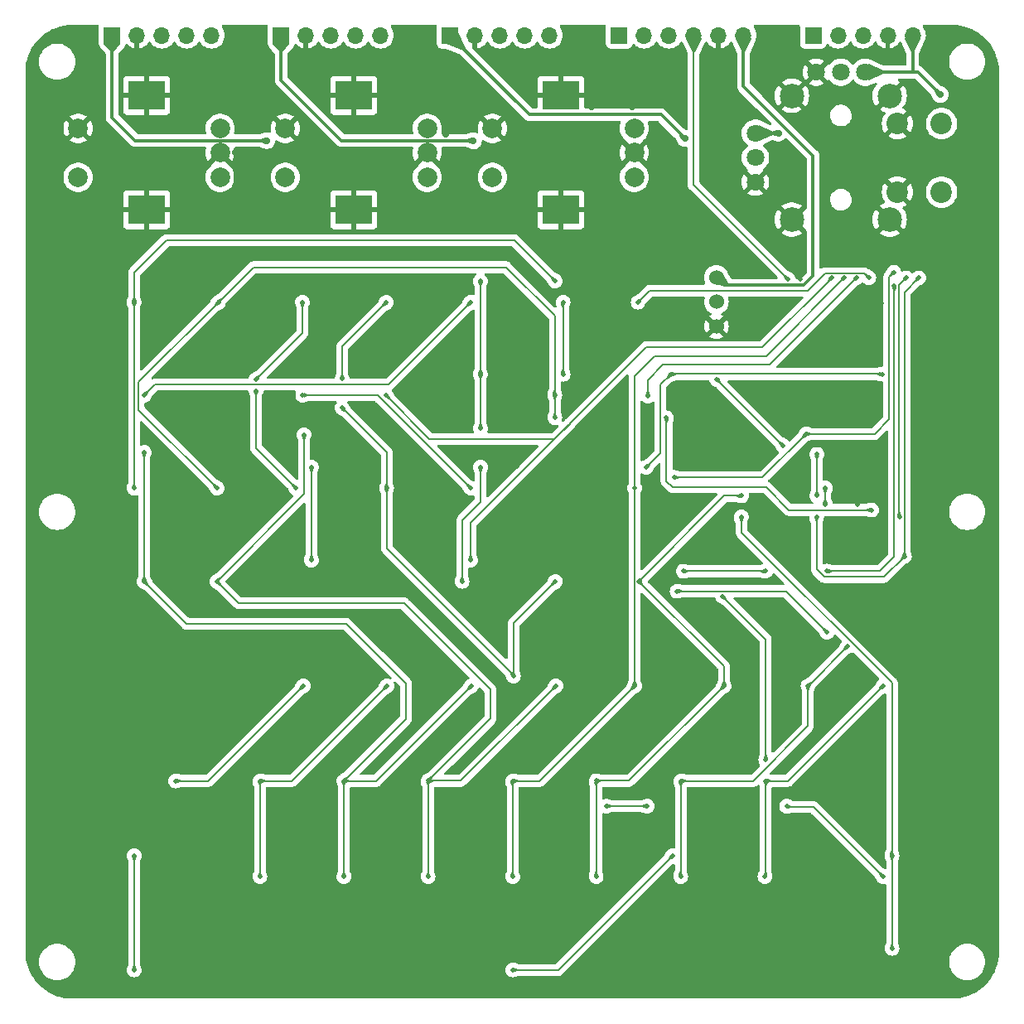
<source format=gbl>
%TF.GenerationSoftware,KiCad,Pcbnew,7.0.5*%
%TF.CreationDate,2023-06-28T12:54:55+08:00*%
%TF.ProjectId,UINIO-Keyboard,55494e49-4f2d-44b6-9579-626f6172642e,Version 3.0.0*%
%TF.SameCoordinates,Original*%
%TF.FileFunction,Copper,L2,Bot*%
%TF.FilePolarity,Positive*%
%FSLAX46Y46*%
G04 Gerber Fmt 4.6, Leading zero omitted, Abs format (unit mm)*
G04 Created by KiCad (PCBNEW 7.0.5) date 2023-06-28 12:54:55*
%MOMM*%
%LPD*%
G01*
G04 APERTURE LIST*
%TA.AperFunction,ComponentPad*%
%ADD10C,2.000000*%
%TD*%
%TA.AperFunction,ComponentPad*%
%ADD11R,3.800000X3.000000*%
%TD*%
%TA.AperFunction,ComponentPad*%
%ADD12R,1.700000X1.700000*%
%TD*%
%TA.AperFunction,ComponentPad*%
%ADD13O,1.700000X1.700000*%
%TD*%
%TA.AperFunction,ComponentPad*%
%ADD14C,1.800000*%
%TD*%
%TA.AperFunction,ComponentPad*%
%ADD15C,2.500000*%
%TD*%
%TA.AperFunction,ComponentPad*%
%ADD16C,2.200000*%
%TD*%
%TA.AperFunction,ComponentPad*%
%ADD17C,1.524000*%
%TD*%
%TA.AperFunction,ViaPad*%
%ADD18C,0.500000*%
%TD*%
%TA.AperFunction,ViaPad*%
%ADD19C,0.700000*%
%TD*%
%TA.AperFunction,Conductor*%
%ADD20C,0.300000*%
%TD*%
%TA.AperFunction,Conductor*%
%ADD21C,0.200000*%
%TD*%
G04 APERTURE END LIST*
D10*
%TO.P,U2,1,A*%
%TO.N,/EC11-A-1*%
X117561000Y-66600000D03*
%TO.P,U2,2,C*%
%TO.N,GND*%
X117561000Y-64100000D03*
%TO.P,U2,3,B*%
%TO.N,/EC11-B-1*%
X117561000Y-61600000D03*
%TO.P,U2,4,E*%
%TO.N,GND*%
X103061000Y-61600000D03*
%TO.P,U2,5,D*%
%TO.N,/EC11-D-1*%
X103061000Y-66600000D03*
D11*
%TO.P,U2,6,EP*%
%TO.N,GND*%
X110061000Y-69950000D03*
%TO.P,U2,7,EP*%
X110061000Y-58250000D03*
%TD*%
D12*
%TO.P,J5,1,Pin_1*%
%TO.N,/EC11-VCC-3*%
X141085000Y-52100000D03*
D13*
%TO.P,J5,2,Pin_2*%
%TO.N,GND*%
X143625000Y-52100000D03*
%TO.P,J5,3,Pin_3*%
%TO.N,/EC11-D-3*%
X146165000Y-52100000D03*
%TO.P,J5,4,Pin_4*%
%TO.N,/EC11-A-3*%
X148705000Y-52100000D03*
%TO.P,J5,5,Pin_5*%
%TO.N,/EC11-B-3*%
X151245000Y-52100000D03*
%TD*%
D10*
%TO.P,U3,1,A*%
%TO.N,/EC11-A-2*%
X138730000Y-66600000D03*
%TO.P,U3,2,C*%
%TO.N,GND*%
X138730000Y-64100000D03*
%TO.P,U3,3,B*%
%TO.N,/EC11-B-2*%
X138730000Y-61600000D03*
%TO.P,U3,4,E*%
%TO.N,GND*%
X124230000Y-61600000D03*
%TO.P,U3,5,D*%
%TO.N,/EC11-D-2*%
X124230000Y-66600000D03*
D11*
%TO.P,U3,6,EP*%
%TO.N,GND*%
X131230000Y-69950000D03*
%TO.P,U3,7,EP*%
X131230000Y-58250000D03*
%TD*%
D12*
%TO.P,J3,1,Pin_1*%
%TO.N,/EC11-VCC-2*%
X123812500Y-52100000D03*
D13*
%TO.P,J3,2,Pin_2*%
%TO.N,GND*%
X126352500Y-52100000D03*
%TO.P,J3,3,Pin_3*%
%TO.N,/EC11-D-2*%
X128892500Y-52100000D03*
%TO.P,J3,4,Pin_4*%
%TO.N,/EC11-A-2*%
X131432500Y-52100000D03*
%TO.P,J3,5,Pin_5*%
%TO.N,/EC11-B-2*%
X133972500Y-52100000D03*
%TD*%
D10*
%TO.P,U4,1,A*%
%TO.N,/EC11-A-3*%
X159899000Y-66600000D03*
%TO.P,U4,2,C*%
%TO.N,GND*%
X159899000Y-64100000D03*
%TO.P,U4,3,B*%
%TO.N,/EC11-B-3*%
X159899000Y-61600000D03*
%TO.P,U4,4,E*%
%TO.N,GND*%
X145399000Y-61600000D03*
%TO.P,U4,5,D*%
%TO.N,/EC11-D-3*%
X145399000Y-66600000D03*
D11*
%TO.P,U4,6,EP*%
%TO.N,GND*%
X152399000Y-69950000D03*
%TO.P,U4,7,EP*%
X152399000Y-58250000D03*
%TD*%
D14*
%TO.P,SW2,1,B*%
%TO.N,/Rocker_VCC*%
X183508000Y-55871000D03*
%TO.P,SW2,2,DTA*%
%TO.N,/Rocker_Y*%
X181008000Y-55871000D03*
%TO.P,SW2,3,A*%
%TO.N,GND*%
X178508000Y-55871000D03*
%TO.P,SW2,4,A*%
%TO.N,/Rocker_VCC*%
X172278000Y-62101000D03*
%TO.P,SW2,5,DTA*%
%TO.N,/Rocker_X*%
X172278000Y-64600000D03*
%TO.P,SW2,6,B*%
%TO.N,GND*%
X172278000Y-67101000D03*
D15*
%TO.P,SW2,7,GND*%
X176008000Y-70925000D03*
%TO.P,SW2,8,GND*%
X186008000Y-70925000D03*
%TO.P,SW2,9,GND*%
X186008000Y-58275000D03*
%TO.P,SW2,10,GND*%
X176008000Y-58275000D03*
D16*
%TO.P,SW2,a,a*%
X186800000Y-68120000D03*
%TO.P,SW2,b,b*%
%TO.N,/Rocker_SW*%
X191300000Y-68120000D03*
%TO.P,SW2,c,c*%
%TO.N,GND*%
X186800000Y-61120000D03*
%TO.P,SW2,d,d*%
%TO.N,/Rocker_SW*%
X191300000Y-61120000D03*
%TD*%
D12*
%TO.P,J2,1,Pin_1*%
%TO.N,/EC11-VCC-1*%
X106540000Y-52100000D03*
D13*
%TO.P,J2,2,Pin_2*%
%TO.N,GND*%
X109080000Y-52100000D03*
%TO.P,J2,3,Pin_3*%
%TO.N,/EC11-D-1*%
X111620000Y-52100000D03*
%TO.P,J2,4,Pin_4*%
%TO.N,/EC11-A-1*%
X114160000Y-52100000D03*
%TO.P,J2,5,Pin_5*%
%TO.N,/EC11-B-1*%
X116700000Y-52100000D03*
%TD*%
D17*
%TO.P,SW1,1,1*%
%TO.N,GND*%
X168290000Y-81840000D03*
%TO.P,SW1,2,2*%
%TO.N,/LOAD*%
X168290000Y-79340000D03*
%TO.P,SW1,3,3*%
%TO.N,/VCC*%
X168290000Y-76840000D03*
%TD*%
D12*
%TO.P,J4,1,Pin_1*%
%TO.N,/Rocker_X*%
X178180000Y-52100000D03*
D13*
%TO.P,J4,2,Pin_2*%
%TO.N,/Rocker_Y*%
X180720000Y-52100000D03*
%TO.P,J4,3,Pin_3*%
%TO.N,/Rocker_SW*%
X183260000Y-52100000D03*
%TO.P,J4,4,Pin_4*%
%TO.N,GND*%
X185800000Y-52100000D03*
%TO.P,J4,5,Pin_5*%
%TO.N,/Rocker_VCC*%
X188340000Y-52100000D03*
%TD*%
D12*
%TO.P,J1,1,Pin_1*%
%TO.N,/DCLK*%
X158357500Y-52100000D03*
D13*
%TO.P,J1,2,Pin_2*%
%TO.N,/DIN*%
X160897500Y-52100000D03*
%TO.P,J1,3,Pin_3*%
%TO.N,/DOUT*%
X163437500Y-52100000D03*
%TO.P,J1,4,Pin_4*%
%TO.N,/RST*%
X165977500Y-52100000D03*
%TO.P,J1,5,Pin_5*%
%TO.N,GND*%
X168517500Y-52100000D03*
%TO.P,J1,6,Pin_6*%
%TO.N,/VCC*%
X171057500Y-52100000D03*
%TD*%
D18*
%TO.N,GND*%
X147870000Y-96190000D03*
D19*
X161790000Y-64110000D03*
D18*
X176910000Y-97540000D03*
X183230000Y-84080000D03*
X169610000Y-113670000D03*
X130080000Y-98400000D03*
D19*
X140610000Y-62250000D03*
X119140000Y-64080000D03*
X159700000Y-59430000D03*
D18*
X147870000Y-101230000D03*
X161310000Y-92020000D03*
X182600000Y-79510000D03*
X173340000Y-110800000D03*
X147700000Y-89350000D03*
D19*
X140610000Y-58960000D03*
D18*
X130080000Y-102630000D03*
X168300000Y-88570000D03*
X126000000Y-91130000D03*
X180590000Y-121230000D03*
X182680000Y-100060000D03*
X130130000Y-79360000D03*
X185180000Y-79480000D03*
X174710000Y-52350000D03*
D19*
X161790000Y-67930000D03*
D18*
X182680000Y-97974168D03*
X181310000Y-88720000D03*
X147700000Y-91760000D03*
X168300000Y-94440000D03*
X138890000Y-88010000D03*
D19*
X119140000Y-67900000D03*
D18*
X182670000Y-102030000D03*
X168640000Y-104700000D03*
X162520000Y-103450000D03*
X158290000Y-111900000D03*
X155370000Y-107880000D03*
X120140000Y-102630000D03*
X175790000Y-92850000D03*
D19*
X136350000Y-67830000D03*
D18*
X182610000Y-82300000D03*
X147870000Y-98780000D03*
X176900000Y-77010000D03*
D19*
X155540000Y-59430000D03*
D18*
X163730000Y-106870000D03*
X134450000Y-111900000D03*
X183820000Y-88720000D03*
X155170000Y-95250000D03*
D19*
X136350000Y-65110000D03*
D18*
%TO.N,Net-(K10-Pad1)*%
X126900000Y-105750000D03*
X126900000Y-96241664D03*
%TO.N,Net-(K33-Pad1)*%
X173340000Y-126150000D03*
X168940000Y-109440000D03*
%TO.N,Net-(K41-Pad1)*%
X170840000Y-101310000D03*
X108790000Y-135950000D03*
X163790000Y-135950000D03*
X147490000Y-147620000D03*
X186240000Y-135950000D03*
X186240000Y-145420000D03*
X108785000Y-147620000D03*
%TO.N,Net-(K49-Pad1)*%
X173320000Y-106860000D03*
X144180000Y-96240000D03*
X144170000Y-86730000D03*
X178560000Y-94930000D03*
X144180000Y-92250000D03*
X178560000Y-99165000D03*
X144170000Y-77225000D03*
X164890000Y-106870000D03*
X142300000Y-107900000D03*
%TO.N,Net-(K57-Pad1)*%
X185210500Y-86722434D03*
X152620000Y-86740000D03*
X152620000Y-79375000D03*
X163645000Y-86725000D03*
X161140000Y-96240000D03*
%TO.N,/SEG0*%
X179420000Y-98360000D03*
X168300000Y-87230000D03*
X181695000Y-114555000D03*
X178540000Y-101315000D03*
X108780000Y-79370000D03*
X179420000Y-100030000D03*
X164660000Y-128300000D03*
X187510000Y-105350000D03*
X188960000Y-76900000D03*
X108770000Y-98391664D03*
X175110000Y-94050000D03*
X151820000Y-77225000D03*
X164640000Y-138090000D03*
X177650000Y-118575000D03*
%TO.N,/SEG1*%
X173260000Y-138100000D03*
X151770000Y-88883333D03*
X184160000Y-100610000D03*
X117270000Y-98390000D03*
X187010000Y-101315000D03*
X151780000Y-91190000D03*
X163190000Y-91200000D03*
X185300000Y-118575000D03*
X173340000Y-128300000D03*
X117390000Y-79370000D03*
X187680000Y-76900000D03*
%TO.N,/SEG2*%
X186415000Y-76310000D03*
X177435000Y-92840000D03*
X126080000Y-118575000D03*
X121250000Y-87250000D03*
X121250000Y-88430000D03*
X113030000Y-128300000D03*
X125330000Y-98391666D03*
X163970000Y-97280000D03*
X125990000Y-79380000D03*
%TO.N,/SEG3*%
X179600000Y-106860000D03*
X121630000Y-138100000D03*
X134570000Y-79375000D03*
X121640000Y-128300000D03*
X186470000Y-77740000D03*
X164280000Y-108910000D03*
X134590000Y-98391666D03*
X151840000Y-107900000D03*
X134640000Y-118575000D03*
X147550000Y-117590000D03*
X130040000Y-87220000D03*
X130040000Y-90180000D03*
X179600000Y-113100000D03*
%TO.N,/SEG4*%
X109810000Y-107900000D03*
X109810000Y-94730000D03*
X143240000Y-118575000D03*
X160300000Y-79375000D03*
X183870000Y-76890000D03*
X109820000Y-88883332D03*
X143190000Y-79375000D03*
X130230000Y-128300000D03*
X130230000Y-138100000D03*
%TO.N,/SEG5*%
X182600000Y-76890000D03*
X117230000Y-107900000D03*
X138830000Y-138100000D03*
X161300000Y-88958833D03*
X157060000Y-130880000D03*
X126140000Y-92930000D03*
X138830000Y-128290000D03*
X151880000Y-118575000D03*
X185320000Y-138100000D03*
X175470000Y-130890000D03*
X161220000Y-130890000D03*
%TO.N,/SEG6*%
X147470000Y-138100000D03*
X159940000Y-98340000D03*
X181330000Y-76890000D03*
X143200000Y-98400000D03*
X147460000Y-128300000D03*
X159940000Y-118575000D03*
X126020000Y-88883333D03*
%TO.N,/SEG7*%
X170850000Y-99165000D03*
X169070000Y-118575000D03*
X180060000Y-76890000D03*
X143160000Y-105750000D03*
X160390000Y-107900000D03*
X156000000Y-128290000D03*
X156000000Y-138100000D03*
X134500000Y-88883333D03*
D19*
%TO.N,/EC11-VCC-1*%
X122340000Y-62870000D03*
%TO.N,/EC11-VCC-2*%
X143460000Y-62880000D03*
%TO.N,/EC11-VCC-3*%
X165070000Y-62660000D03*
%TO.N,/Rocker_VCC*%
X174630000Y-62101000D03*
X191180000Y-58180000D03*
D18*
%TO.N,/RST*%
X175610000Y-77020000D03*
%TD*%
D20*
%TO.N,GND*%
X161790000Y-64110000D02*
X161790000Y-67930000D01*
D21*
X168300000Y-94440000D02*
X168300000Y-88570000D01*
X182680000Y-100060000D02*
X182680000Y-97974168D01*
D20*
X155540000Y-59430000D02*
X159700000Y-59430000D01*
X119140000Y-64080000D02*
X119140000Y-67900000D01*
D21*
X183820000Y-88720000D02*
X181310000Y-88720000D01*
D20*
X140610000Y-58960000D02*
X140610000Y-62250000D01*
X136350000Y-67830000D02*
X136350000Y-65110000D01*
D21*
%TO.N,Net-(K10-Pad1)*%
X126900000Y-105750000D02*
X126900000Y-96241664D01*
%TO.N,Net-(K33-Pad1)*%
X173340000Y-126150000D02*
X173340000Y-113840000D01*
X173340000Y-113840000D02*
X168940000Y-109440000D01*
%TO.N,Net-(K41-Pad1)*%
X170840000Y-101310000D02*
X170840000Y-102900000D01*
X108785000Y-147620000D02*
X108790000Y-147615000D01*
X186240000Y-145420000D02*
X186240000Y-135950000D01*
X186230000Y-118290000D02*
X186230000Y-135940000D01*
X152120000Y-147620000D02*
X163790000Y-135950000D01*
X108790000Y-147615000D02*
X108790000Y-135950000D01*
X147490000Y-147620000D02*
X152120000Y-147620000D01*
X170840000Y-102900000D02*
X186230000Y-118290000D01*
X186230000Y-135940000D02*
X186240000Y-135950000D01*
%TO.N,Net-(K49-Pad1)*%
X164890000Y-106870000D02*
X173310000Y-106870000D01*
X144180000Y-99800000D02*
X142300000Y-101680000D01*
X144180000Y-92250000D02*
X144180000Y-86740000D01*
X144180000Y-86740000D02*
X144170000Y-86730000D01*
X178560000Y-94930000D02*
X178560000Y-99165000D01*
X144170000Y-86730000D02*
X144170000Y-77225000D01*
X173310000Y-106870000D02*
X173320000Y-106860000D01*
X142300000Y-101680000D02*
X142300000Y-107900000D01*
X144180000Y-96240000D02*
X144180000Y-99800000D01*
%TO.N,Net-(K57-Pad1)*%
X162570000Y-87800000D02*
X162570000Y-94810000D01*
X185208066Y-86720000D02*
X163650000Y-86720000D01*
X163645000Y-86725000D02*
X162570000Y-87800000D01*
X162570000Y-94810000D02*
X161140000Y-96240000D01*
X163650000Y-86720000D02*
X163645000Y-86725000D01*
X152620000Y-86740000D02*
X152620000Y-79375000D01*
X185210500Y-86722434D02*
X185208066Y-86720000D01*
%TO.N,/SEG0*%
X164640000Y-138090000D02*
X164640000Y-128320000D01*
X177650000Y-122700000D02*
X177650000Y-118575000D01*
X177675000Y-118575000D02*
X177650000Y-118575000D01*
X185400000Y-107460000D02*
X179310000Y-107460000D01*
X179310000Y-107460000D02*
X178540000Y-106690000D01*
X187510000Y-78350000D02*
X187510000Y-105350000D01*
X147655000Y-73060000D02*
X151820000Y-77225000D01*
X175110000Y-94040000D02*
X175110000Y-94050000D01*
X108780000Y-76350000D02*
X112070000Y-73060000D01*
X178540000Y-106690000D02*
X178540000Y-101315000D01*
X187510000Y-105350000D02*
X185400000Y-107460000D01*
X179420000Y-100030000D02*
X179420000Y-98360000D01*
X168300000Y-87230000D02*
X175110000Y-94040000D01*
X164660000Y-128300000D02*
X172050000Y-128300000D01*
X188960000Y-76900000D02*
X187510000Y-78350000D01*
X181695000Y-114555000D02*
X177675000Y-118575000D01*
X164640000Y-128320000D02*
X164660000Y-128300000D01*
X108780000Y-98381664D02*
X108770000Y-98391664D01*
X112070000Y-73060000D02*
X147655000Y-73060000D01*
X108780000Y-79370000D02*
X108780000Y-98381664D01*
X172050000Y-128300000D02*
X177650000Y-122700000D01*
X108780000Y-79370000D02*
X108780000Y-76350000D01*
%TO.N,/SEG1*%
X117270000Y-98390000D02*
X109250000Y-90370000D01*
X173360000Y-98260000D02*
X175710000Y-100610000D01*
X173340000Y-128330000D02*
X173340000Y-138020000D01*
X117390000Y-79370000D02*
X120960000Y-75800000D01*
X120960000Y-75800000D02*
X146800000Y-75800000D01*
X151780000Y-91190000D02*
X151780000Y-88893333D01*
X146800000Y-75800000D02*
X151770000Y-80770000D01*
X151780000Y-88893333D02*
X151770000Y-88883333D01*
X175710000Y-100610000D02*
X184160000Y-100610000D01*
X109250000Y-87510000D02*
X117390000Y-79370000D01*
X173340000Y-138020000D02*
X173260000Y-138100000D01*
X175580000Y-128300000D02*
X173370000Y-128300000D01*
X185300000Y-118575000D02*
X185300000Y-118580000D01*
X185300000Y-118580000D02*
X175580000Y-128300000D01*
X163800000Y-98260000D02*
X173360000Y-98260000D01*
X109250000Y-90370000D02*
X109250000Y-87510000D01*
X186980000Y-101285000D02*
X187010000Y-101315000D01*
X187680000Y-76900000D02*
X186980000Y-77600000D01*
X163190000Y-91200000D02*
X163190000Y-97650000D01*
X186980000Y-77600000D02*
X186980000Y-101285000D01*
X163190000Y-97650000D02*
X163800000Y-98260000D01*
X151770000Y-80770000D02*
X151770000Y-88883333D01*
X173370000Y-128300000D02*
X173340000Y-128330000D01*
%TO.N,/SEG2*%
X173010000Y-97280000D02*
X163970000Y-97280000D01*
X113030000Y-128300000D02*
X116355000Y-128300000D01*
X125990000Y-82510000D02*
X121250000Y-87250000D01*
X125330000Y-98370000D02*
X121250000Y-94290000D01*
X177435000Y-92840000D02*
X184460000Y-92840000D01*
X184460000Y-92840000D02*
X185960000Y-91340000D01*
X177435000Y-92840000D02*
X177435000Y-92855000D01*
X125990000Y-79380000D02*
X125990000Y-82510000D01*
X177435000Y-92855000D02*
X173010000Y-97280000D01*
X185960000Y-76765000D02*
X186415000Y-76310000D01*
X125330000Y-98391666D02*
X125330000Y-98370000D01*
X116355000Y-128300000D02*
X126080000Y-118575000D01*
X121250000Y-94290000D02*
X121250000Y-88430000D01*
X185960000Y-91340000D02*
X185960000Y-76765000D01*
%TO.N,/SEG3*%
X130040000Y-83905000D02*
X134570000Y-79375000D01*
X130040000Y-87220000D02*
X130040000Y-83905000D01*
X124915000Y-128300000D02*
X134640000Y-118575000D01*
X134600000Y-98401666D02*
X134600000Y-104520000D01*
X179590000Y-113100000D02*
X175400000Y-108910000D01*
X134600000Y-104520000D02*
X147550000Y-117470000D01*
X121640000Y-128300000D02*
X124915000Y-128300000D01*
X179600000Y-113100000D02*
X179590000Y-113100000D01*
X121640000Y-128300000D02*
X121640000Y-138090000D01*
X134590000Y-98391666D02*
X134600000Y-98401666D01*
X147550000Y-117470000D02*
X147550000Y-117590000D01*
X186470000Y-77740000D02*
X186470000Y-105390000D01*
X147550000Y-112190000D02*
X147550000Y-117590000D01*
X134590000Y-94730000D02*
X134590000Y-98391666D01*
X121640000Y-138090000D02*
X121630000Y-138100000D01*
X130040000Y-90180000D02*
X134590000Y-94730000D01*
X147550000Y-112190000D02*
X151840000Y-107900000D01*
X185000000Y-106860000D02*
X179600000Y-106860000D01*
X186470000Y-105390000D02*
X185000000Y-106860000D01*
X175400000Y-108910000D02*
X164280000Y-108910000D01*
%TO.N,/SEG4*%
X130230000Y-128300000D02*
X133515000Y-128300000D01*
X109810000Y-107910000D02*
X114120000Y-112220000D01*
X136560000Y-118320000D02*
X136560000Y-121970000D01*
X179370000Y-76420000D02*
X177610000Y-78180000D01*
X110893332Y-87810000D02*
X134755000Y-87810000D01*
X133515000Y-128300000D02*
X143240000Y-118575000D01*
X114120000Y-112220000D02*
X130460000Y-112220000D01*
X109810000Y-107900000D02*
X109810000Y-107910000D01*
X183870000Y-76890000D02*
X183400000Y-76420000D01*
X130230000Y-128300000D02*
X130230000Y-138100000D01*
X109810000Y-107900000D02*
X109810000Y-94730000D01*
X177610000Y-78180000D02*
X161495000Y-78180000D01*
X161495000Y-78180000D02*
X160300000Y-79375000D01*
X134755000Y-87810000D02*
X143190000Y-79375000D01*
X136560000Y-121970000D02*
X130230000Y-128300000D01*
X130460000Y-112220000D02*
X136560000Y-118320000D01*
X183400000Y-76420000D02*
X179370000Y-76420000D01*
X109820000Y-88883332D02*
X110893332Y-87810000D01*
%TO.N,/SEG5*%
X157060000Y-130880000D02*
X161210000Y-130880000D01*
X145190000Y-121930000D02*
X138830000Y-128290000D01*
X142165000Y-128290000D02*
X151880000Y-118575000D01*
X117230000Y-107900000D02*
X119480000Y-110150000D01*
X162840000Y-85790000D02*
X173700000Y-85790000D01*
X161300000Y-88958833D02*
X161300000Y-87330000D01*
X175550000Y-130970000D02*
X175470000Y-130890000D01*
X161210000Y-130880000D02*
X161220000Y-130890000D01*
X161300000Y-87330000D02*
X162840000Y-85790000D01*
X145190000Y-118970000D02*
X145190000Y-121930000D01*
X173700000Y-85790000D02*
X182600000Y-76890000D01*
X175550000Y-130970000D02*
X178190000Y-130970000D01*
X138830000Y-128290000D02*
X138830000Y-138100000D01*
X126140000Y-92930000D02*
X126140000Y-98990000D01*
X119480000Y-110150000D02*
X136370000Y-110150000D01*
X126140000Y-98990000D02*
X117230000Y-107900000D01*
X136370000Y-110150000D02*
X145190000Y-118970000D01*
X138830000Y-128290000D02*
X142165000Y-128290000D01*
X185320000Y-138100000D02*
X178190000Y-130970000D01*
%TO.N,/SEG6*%
X133683333Y-88883333D02*
X126020000Y-88883333D01*
X159940000Y-86920000D02*
X162000000Y-84860000D01*
X173360000Y-84860000D02*
X181330000Y-76890000D01*
X159940000Y-118575000D02*
X159940000Y-86920000D01*
X162000000Y-84860000D02*
X173360000Y-84860000D01*
X147460000Y-128300000D02*
X147460000Y-138090000D01*
X159940000Y-118575000D02*
X159940000Y-118590000D01*
X159940000Y-118590000D02*
X150230000Y-128300000D01*
X150230000Y-128300000D02*
X147460000Y-128300000D01*
X143200000Y-98400000D02*
X133683333Y-88883333D01*
X147460000Y-138090000D02*
X147470000Y-138100000D01*
%TO.N,/SEG7*%
X151760000Y-93340000D02*
X138956667Y-93340000D01*
X180060000Y-76890000D02*
X180060000Y-76910000D01*
X160390000Y-107890000D02*
X160390000Y-107900000D01*
X180060000Y-76910000D02*
X172980000Y-83990000D01*
X170850000Y-99165000D02*
X169115000Y-99165000D01*
X156000000Y-128290000D02*
X156000000Y-138100000D01*
X169070000Y-116580000D02*
X160390000Y-107900000D01*
X153290000Y-91810000D02*
X153270000Y-91810000D01*
X153290000Y-91790000D02*
X153290000Y-91810000D01*
X169070000Y-118575000D02*
X169070000Y-116580000D01*
X161090000Y-83990000D02*
X153290000Y-91790000D01*
X156000000Y-128290000D02*
X159355000Y-128290000D01*
X153270000Y-91810000D02*
X143160000Y-101920000D01*
X172980000Y-83990000D02*
X161090000Y-83990000D01*
X169115000Y-99165000D02*
X160390000Y-107890000D01*
X153290000Y-91810000D02*
X151760000Y-93340000D01*
X143160000Y-101920000D02*
X143160000Y-105750000D01*
X159355000Y-128290000D02*
X169070000Y-118575000D01*
X138956667Y-93340000D02*
X134500000Y-88883333D01*
D20*
%TO.N,/EC11-VCC-1*%
X106540000Y-60520000D02*
X108870000Y-62850000D01*
X106540000Y-52100000D02*
X106540000Y-60520000D01*
X122320000Y-62850000D02*
X122340000Y-62870000D01*
X108870000Y-62850000D02*
X122320000Y-62850000D01*
%TO.N,/EC11-VCC-2*%
X143430000Y-62850000D02*
X143460000Y-62880000D01*
X123812500Y-52100000D02*
X123812500Y-56672500D01*
X123812500Y-56672500D02*
X129990000Y-62850000D01*
X129990000Y-62850000D02*
X143430000Y-62850000D01*
%TO.N,/EC11-VCC-3*%
X149205000Y-60220000D02*
X141085000Y-52100000D01*
X162630000Y-60220000D02*
X149205000Y-60220000D01*
X165070000Y-62660000D02*
X162630000Y-60220000D01*
%TO.N,/Rocker_VCC*%
X191180000Y-58180000D02*
X191170000Y-58180000D01*
X188340000Y-55871000D02*
X188340000Y-52100000D01*
X188861000Y-55871000D02*
X183508000Y-55871000D01*
X174630000Y-62101000D02*
X172278000Y-62101000D01*
X191170000Y-58180000D02*
X188861000Y-55871000D01*
X183508000Y-55871000D02*
X188340000Y-55871000D01*
%TO.N,/VCC*%
X177170000Y-77640000D02*
X178160000Y-76650000D01*
X178160000Y-76650000D02*
X178160000Y-64390000D01*
X168290000Y-76840000D02*
X169090000Y-77640000D01*
X171057500Y-57287500D02*
X171057500Y-52100000D01*
X169090000Y-77640000D02*
X177170000Y-77640000D01*
X178160000Y-64390000D02*
X171057500Y-57287500D01*
D21*
%TO.N,/RST*%
X175600000Y-77020000D02*
X165977500Y-67397500D01*
X165977500Y-67397500D02*
X165977500Y-52100000D01*
X175610000Y-77020000D02*
X175600000Y-77020000D01*
%TD*%
%TA.AperFunction,Conductor*%
%TO.N,GND*%
G36*
X182259437Y-115172307D02*
G01*
X182279018Y-115188252D01*
X184870344Y-117779579D01*
X184903829Y-117840902D01*
X184898845Y-117910594D01*
X184856973Y-117966527D01*
X184848638Y-117972252D01*
X184829111Y-117984522D01*
X184829109Y-117984523D01*
X184709523Y-118104109D01*
X184619542Y-118247313D01*
X184616521Y-118253586D01*
X184616197Y-118253430D01*
X184613694Y-118258806D01*
X184614038Y-118258978D01*
X184465224Y-118556545D01*
X184442001Y-118588762D01*
X175367584Y-127663181D01*
X175306261Y-127696666D01*
X175279903Y-127699500D01*
X173954848Y-127699500D01*
X173916636Y-127693465D01*
X173798991Y-127655357D01*
X173741280Y-127615972D01*
X173714024Y-127551638D01*
X173725876Y-127482781D01*
X173749519Y-127449714D01*
X178043922Y-123155311D01*
X178049999Y-123149983D01*
X178078282Y-123128282D01*
X178174536Y-123002841D01*
X178235044Y-122856762D01*
X178250500Y-122739361D01*
X178255682Y-122700000D01*
X178251030Y-122664669D01*
X178250500Y-122656571D01*
X178250500Y-119189844D01*
X178256534Y-119151633D01*
X178290788Y-119045884D01*
X178342731Y-118885524D01*
X178352467Y-118863221D01*
X178491850Y-118613992D01*
X178512388Y-118586845D01*
X181684858Y-115414375D01*
X181716139Y-115391626D01*
X181852764Y-115321857D01*
X182011888Y-115240600D01*
X182011919Y-115240662D01*
X182016498Y-115238658D01*
X182016412Y-115238479D01*
X182022682Y-115235458D01*
X182022690Y-115235456D01*
X182032679Y-115229178D01*
X182035613Y-115227448D01*
X182039968Y-115225042D01*
X182039975Y-115225036D01*
X182040986Y-115224355D01*
X182045552Y-115221089D01*
X182125368Y-115170938D01*
X182192602Y-115151939D01*
X182259437Y-115172307D01*
G37*
%TD.AperFunction*%
%TA.AperFunction,Conductor*%
G36*
X175166942Y-109530185D02*
G01*
X175187584Y-109546819D01*
X178739432Y-113098667D01*
X178761330Y-113128310D01*
X178911433Y-113411718D01*
X178915477Y-113419352D01*
X178916543Y-113421462D01*
X178919541Y-113427685D01*
X178919543Y-113427689D01*
X178919544Y-113427690D01*
X178924270Y-113435212D01*
X178925671Y-113437556D01*
X178928883Y-113443216D01*
X178931828Y-113448407D01*
X178932433Y-113449143D01*
X178937036Y-113455530D01*
X179009521Y-113570888D01*
X179129109Y-113690476D01*
X179129115Y-113690481D01*
X179272302Y-113780452D01*
X179272305Y-113780454D01*
X179272309Y-113780455D01*
X179272310Y-113780456D01*
X179344913Y-113805860D01*
X179431943Y-113836314D01*
X179599997Y-113855249D01*
X179600000Y-113855249D01*
X179600003Y-113855249D01*
X179768056Y-113836314D01*
X179768059Y-113836313D01*
X179927690Y-113780456D01*
X179927692Y-113780454D01*
X179927694Y-113780454D01*
X179927697Y-113780452D01*
X180070884Y-113690481D01*
X180070885Y-113690480D01*
X180070890Y-113690477D01*
X180190477Y-113570890D01*
X180211672Y-113537159D01*
X180280452Y-113427697D01*
X180280453Y-113427694D01*
X180280456Y-113427690D01*
X180280457Y-113427685D01*
X180281989Y-113424507D01*
X180283529Y-113422800D01*
X180284162Y-113421794D01*
X180284338Y-113421904D01*
X180328810Y-113372647D01*
X180396237Y-113354333D01*
X180462862Y-113375380D01*
X180481391Y-113390626D01*
X181061746Y-113970981D01*
X181095231Y-114032304D01*
X181090247Y-114101996D01*
X181079059Y-114124633D01*
X181014542Y-114227312D01*
X181013376Y-114229731D01*
X181011811Y-114233387D01*
X180858370Y-114533860D01*
X180835617Y-114565146D01*
X177678366Y-117722397D01*
X177642407Y-117747414D01*
X177353679Y-117879922D01*
X177353673Y-117879925D01*
X177335030Y-117889476D01*
X177327241Y-117892817D01*
X177322319Y-117894539D01*
X177322307Y-117894545D01*
X177179109Y-117984523D01*
X177059523Y-118104109D01*
X177059518Y-118104115D01*
X176969547Y-118247302D01*
X176969545Y-118247305D01*
X176913685Y-118406943D01*
X176894751Y-118574997D01*
X176894751Y-118575002D01*
X176913685Y-118743055D01*
X176933195Y-118798812D01*
X176938356Y-118818729D01*
X176939859Y-118827464D01*
X176941447Y-118836685D01*
X177009211Y-119045884D01*
X177043466Y-119151635D01*
X177049500Y-119189846D01*
X177049500Y-122399902D01*
X177029815Y-122466941D01*
X177013181Y-122487583D01*
X174152181Y-125348583D01*
X174090858Y-125382068D01*
X174021166Y-125377084D01*
X173965233Y-125335212D01*
X173940816Y-125269748D01*
X173940500Y-125260902D01*
X173940500Y-113883428D01*
X173941031Y-113875326D01*
X173945682Y-113839999D01*
X173945682Y-113839998D01*
X173931923Y-113735492D01*
X173925044Y-113683238D01*
X173878507Y-113570888D01*
X173864538Y-113537163D01*
X173864535Y-113537158D01*
X173792451Y-113443216D01*
X173792450Y-113443215D01*
X173776098Y-113421904D01*
X173768281Y-113411716D01*
X173740009Y-113390023D01*
X173733912Y-113384677D01*
X170071416Y-109722181D01*
X170037931Y-109660858D01*
X170042915Y-109591166D01*
X170084787Y-109535233D01*
X170150251Y-109510816D01*
X170159097Y-109510500D01*
X175099903Y-109510500D01*
X175166942Y-109530185D01*
G37*
%TD.AperFunction*%
%TA.AperFunction,Conductor*%
G36*
X105134795Y-51070185D02*
G01*
X105180550Y-51122989D01*
X105191045Y-51187752D01*
X105189500Y-51202127D01*
X105189500Y-51202133D01*
X105189500Y-51202134D01*
X105189500Y-52944581D01*
X105188960Y-52952751D01*
X105188661Y-52954995D01*
X105188711Y-52959666D01*
X105189500Y-52969940D01*
X105189500Y-52997868D01*
X105189501Y-52997876D01*
X105195909Y-53057483D01*
X105209686Y-53094422D01*
X105210893Y-53097987D01*
X105213262Y-53105747D01*
X105231810Y-53156595D01*
X105235345Y-53163951D01*
X105237554Y-53169140D01*
X105246202Y-53192328D01*
X105246203Y-53192330D01*
X105246204Y-53192331D01*
X105269050Y-53222850D01*
X105283361Y-53241966D01*
X105286711Y-53246924D01*
X105306537Y-53279545D01*
X105558149Y-53585074D01*
X105861218Y-53953087D01*
X105888641Y-54017350D01*
X105889499Y-54031914D01*
X105889499Y-60434494D01*
X105887733Y-60450505D01*
X105887974Y-60450528D01*
X105887239Y-60458294D01*
X105889469Y-60529235D01*
X105889500Y-60531183D01*
X105889500Y-60560920D01*
X105889501Y-60560940D01*
X105890418Y-60568206D01*
X105890876Y-60574024D01*
X105892402Y-60622567D01*
X105892403Y-60622570D01*
X105898323Y-60642948D01*
X105902267Y-60661994D01*
X105902342Y-60662582D01*
X105904928Y-60683054D01*
X105904931Y-60683064D01*
X105922813Y-60728230D01*
X105924705Y-60733758D01*
X105938254Y-60780395D01*
X105938255Y-60780397D01*
X105949060Y-60798666D01*
X105957617Y-60816134D01*
X105962959Y-60829625D01*
X105965432Y-60835872D01*
X105993983Y-60875170D01*
X105997188Y-60880049D01*
X106003183Y-60890185D01*
X106013020Y-60906819D01*
X106021919Y-60921865D01*
X106021923Y-60921869D01*
X106036925Y-60936871D01*
X106049563Y-60951669D01*
X106062033Y-60968833D01*
X106062036Y-60968836D01*
X106062037Y-60968837D01*
X106099476Y-60999809D01*
X106103776Y-61003722D01*
X107227065Y-62127011D01*
X108349564Y-63249510D01*
X108359635Y-63262080D01*
X108359822Y-63261926D01*
X108364795Y-63267937D01*
X108364797Y-63267939D01*
X108364798Y-63267940D01*
X108376135Y-63278586D01*
X108416542Y-63316531D01*
X108417909Y-63317855D01*
X108438965Y-63338911D01*
X108438967Y-63338913D01*
X108444758Y-63343405D01*
X108449198Y-63347198D01*
X108465260Y-63362280D01*
X108484607Y-63380448D01*
X108503198Y-63390668D01*
X108519463Y-63401352D01*
X108536233Y-63414360D01*
X108536237Y-63414363D01*
X108580827Y-63433658D01*
X108586056Y-63436220D01*
X108628632Y-63459627D01*
X108649193Y-63464905D01*
X108667597Y-63471207D01*
X108687074Y-63479636D01*
X108724927Y-63485630D01*
X108735054Y-63487235D01*
X108740764Y-63488417D01*
X108787823Y-63500500D01*
X108809045Y-63500500D01*
X108828442Y-63502026D01*
X108849405Y-63505347D01*
X108897772Y-63500774D01*
X108903609Y-63500500D01*
X116006150Y-63500500D01*
X116073189Y-63520185D01*
X116118944Y-63572989D01*
X116128888Y-63642147D01*
X116126356Y-63654940D01*
X116076387Y-63852258D01*
X116076385Y-63852270D01*
X116055858Y-64099994D01*
X116055858Y-64100005D01*
X116076385Y-64347729D01*
X116076387Y-64347738D01*
X116137412Y-64588717D01*
X116237266Y-64816364D01*
X116337564Y-64969882D01*
X117035070Y-64272375D01*
X117037884Y-64285915D01*
X117107442Y-64420156D01*
X117210638Y-64530652D01*
X117339819Y-64609209D01*
X117391001Y-64623549D01*
X116685100Y-65329450D01*
X116674482Y-65376148D01*
X116642376Y-65413556D01*
X116541255Y-65492262D01*
X116372833Y-65675217D01*
X116236826Y-65883393D01*
X116136936Y-66111118D01*
X116075892Y-66352175D01*
X116075890Y-66352187D01*
X116055357Y-66599994D01*
X116055357Y-66600005D01*
X116075890Y-66847812D01*
X116075892Y-66847824D01*
X116136936Y-67088881D01*
X116236826Y-67316606D01*
X116372833Y-67524782D01*
X116372835Y-67524784D01*
X116372836Y-67524785D01*
X116541256Y-67707738D01*
X116737491Y-67860474D01*
X116844505Y-67918387D01*
X116914748Y-67956401D01*
X116956190Y-67978828D01*
X117191386Y-68059571D01*
X117436665Y-68100500D01*
X117685335Y-68100500D01*
X117930614Y-68059571D01*
X118165810Y-67978828D01*
X118384509Y-67860474D01*
X118580744Y-67707738D01*
X118749164Y-67524785D01*
X118885173Y-67316607D01*
X118985063Y-67088881D01*
X119046108Y-66847821D01*
X119048283Y-66821577D01*
X119066643Y-66600005D01*
X122724357Y-66600005D01*
X122744890Y-66847812D01*
X122744892Y-66847824D01*
X122805936Y-67088881D01*
X122905826Y-67316606D01*
X123041833Y-67524782D01*
X123041835Y-67524784D01*
X123041836Y-67524785D01*
X123210256Y-67707738D01*
X123406491Y-67860474D01*
X123513505Y-67918387D01*
X123583748Y-67956401D01*
X123625190Y-67978828D01*
X123860386Y-68059571D01*
X124105665Y-68100500D01*
X124354335Y-68100500D01*
X124599614Y-68059571D01*
X124834810Y-67978828D01*
X125053509Y-67860474D01*
X125249744Y-67707738D01*
X125418164Y-67524785D01*
X125554173Y-67316607D01*
X125654063Y-67088881D01*
X125715108Y-66847821D01*
X125717283Y-66821577D01*
X125735643Y-66600005D01*
X125735643Y-66599994D01*
X125715109Y-66352187D01*
X125715107Y-66352175D01*
X125654063Y-66111118D01*
X125554173Y-65883393D01*
X125418166Y-65675217D01*
X125380143Y-65633913D01*
X125249744Y-65492262D01*
X125053509Y-65339526D01*
X125053507Y-65339525D01*
X125053506Y-65339524D01*
X124834811Y-65221172D01*
X124834802Y-65221169D01*
X124599616Y-65140429D01*
X124354335Y-65099500D01*
X124105665Y-65099500D01*
X123860383Y-65140429D01*
X123625197Y-65221169D01*
X123625188Y-65221172D01*
X123406493Y-65339524D01*
X123210257Y-65492261D01*
X123041833Y-65675217D01*
X122905826Y-65883393D01*
X122805936Y-66111118D01*
X122744892Y-66352175D01*
X122744890Y-66352187D01*
X122724357Y-66599994D01*
X122724357Y-66600005D01*
X119066643Y-66600005D01*
X119066643Y-66599994D01*
X119046109Y-66352187D01*
X119046107Y-66352175D01*
X118985063Y-66111118D01*
X118885173Y-65883393D01*
X118749166Y-65675217D01*
X118711143Y-65633913D01*
X118580744Y-65492262D01*
X118479623Y-65413556D01*
X118438810Y-65356846D01*
X118434697Y-65327249D01*
X117732567Y-64625121D01*
X117849458Y-64574349D01*
X117966739Y-64478934D01*
X118053928Y-64355415D01*
X118084354Y-64269802D01*
X118784434Y-64969882D01*
X118884731Y-64816369D01*
X118984587Y-64588717D01*
X119045612Y-64347738D01*
X119045614Y-64347729D01*
X119066141Y-64100005D01*
X119066141Y-64099994D01*
X119045614Y-63852270D01*
X119045612Y-63852258D01*
X118995644Y-63654940D01*
X118998269Y-63585120D01*
X119038225Y-63527803D01*
X119102826Y-63501186D01*
X119115850Y-63500500D01*
X121524197Y-63500500D01*
X121564533Y-63507244D01*
X121956690Y-63642147D01*
X122031247Y-63667795D01*
X122049623Y-63673353D01*
X122057462Y-63675725D01*
X122064733Y-63678431D01*
X122075733Y-63683329D01*
X122250609Y-63720500D01*
X122250610Y-63720500D01*
X122429389Y-63720500D01*
X122429391Y-63720500D01*
X122604267Y-63683329D01*
X122767593Y-63610612D01*
X122912230Y-63505526D01*
X122912392Y-63505347D01*
X122948808Y-63464902D01*
X123031859Y-63372665D01*
X123121250Y-63217835D01*
X123176497Y-63047803D01*
X123188818Y-62930571D01*
X123215403Y-62865959D01*
X123272700Y-62825974D01*
X123342519Y-62823314D01*
X123388302Y-62845682D01*
X123406768Y-62860055D01*
X123406771Y-62860057D01*
X123625385Y-62978364D01*
X123625396Y-62978369D01*
X123860506Y-63059083D01*
X124105707Y-63100000D01*
X124354293Y-63100000D01*
X124599493Y-63059083D01*
X124834603Y-62978369D01*
X124834614Y-62978364D01*
X125053228Y-62860057D01*
X125053231Y-62860055D01*
X125100056Y-62823609D01*
X124401568Y-62125121D01*
X124518458Y-62074349D01*
X124635739Y-61978934D01*
X124722928Y-61855415D01*
X124753355Y-61769801D01*
X125453434Y-62469882D01*
X125553731Y-62316369D01*
X125653587Y-62088717D01*
X125714612Y-61847738D01*
X125714614Y-61847729D01*
X125735141Y-61600005D01*
X125735141Y-61599994D01*
X125714614Y-61352270D01*
X125714612Y-61352261D01*
X125653587Y-61111282D01*
X125553731Y-60883630D01*
X125453434Y-60730116D01*
X124755928Y-61427621D01*
X124753116Y-61414085D01*
X124683558Y-61279844D01*
X124580362Y-61169348D01*
X124451181Y-61090791D01*
X124399997Y-61076450D01*
X125100057Y-60376390D01*
X125100056Y-60376389D01*
X125053229Y-60339943D01*
X124834614Y-60221635D01*
X124834603Y-60221630D01*
X124599493Y-60140916D01*
X124354293Y-60100000D01*
X124105707Y-60100000D01*
X123860506Y-60140916D01*
X123625396Y-60221630D01*
X123625390Y-60221632D01*
X123406761Y-60339949D01*
X123359942Y-60376388D01*
X123359942Y-60376390D01*
X124058431Y-61074878D01*
X123941542Y-61125651D01*
X123824261Y-61221066D01*
X123737072Y-61344585D01*
X123706645Y-61430197D01*
X123006564Y-60730116D01*
X122906267Y-60883632D01*
X122806412Y-61111282D01*
X122745387Y-61352261D01*
X122745385Y-61352270D01*
X122724858Y-61599994D01*
X122724858Y-61600005D01*
X122745385Y-61847729D01*
X122745389Y-61847750D01*
X122760537Y-61907566D01*
X122757913Y-61977386D01*
X122717957Y-62034704D01*
X122653356Y-62061321D01*
X122610868Y-62056870D01*
X122610624Y-62058022D01*
X122476437Y-62029500D01*
X122429391Y-62019500D01*
X122250609Y-62019500D01*
X122223325Y-62025299D01*
X122075737Y-62056669D01*
X122075728Y-62056672D01*
X122075359Y-62056837D01*
X122057592Y-62063171D01*
X121573958Y-62195127D01*
X121541319Y-62199500D01*
X119116366Y-62199500D01*
X119049327Y-62179815D01*
X119003572Y-62127011D01*
X118993628Y-62057853D01*
X118996160Y-62045060D01*
X119046108Y-61847821D01*
X119053432Y-61759439D01*
X119066643Y-61600005D01*
X119066643Y-61599994D01*
X119046109Y-61352187D01*
X119046107Y-61352175D01*
X118985063Y-61111118D01*
X118885173Y-60883393D01*
X118749166Y-60675217D01*
X118656011Y-60574024D01*
X118580744Y-60492262D01*
X118384509Y-60339526D01*
X118384507Y-60339525D01*
X118384506Y-60339524D01*
X118165811Y-60221172D01*
X118165802Y-60221169D01*
X117930616Y-60140429D01*
X117685335Y-60099500D01*
X117436665Y-60099500D01*
X117191383Y-60140429D01*
X116956197Y-60221169D01*
X116956188Y-60221172D01*
X116737493Y-60339524D01*
X116541257Y-60492261D01*
X116372833Y-60675217D01*
X116236826Y-60883393D01*
X116136936Y-61111118D01*
X116075892Y-61352175D01*
X116075890Y-61352187D01*
X116055357Y-61599994D01*
X116055357Y-61600005D01*
X116075890Y-61847812D01*
X116075892Y-61847824D01*
X116125840Y-62045060D01*
X116123215Y-62114880D01*
X116083259Y-62172197D01*
X116018658Y-62198814D01*
X116005634Y-62199500D01*
X109190808Y-62199500D01*
X109123769Y-62179815D01*
X109103127Y-62163181D01*
X107226819Y-60286872D01*
X107193334Y-60225549D01*
X107190500Y-60199191D01*
X107190500Y-57999999D01*
X107660999Y-57999999D01*
X107661000Y-58000000D01*
X108994033Y-58000000D01*
X108961000Y-58155406D01*
X108961000Y-58344594D01*
X108994033Y-58500000D01*
X107661000Y-58500000D01*
X107661000Y-59797844D01*
X107667401Y-59857372D01*
X107667403Y-59857379D01*
X107717645Y-59992086D01*
X107717649Y-59992093D01*
X107803809Y-60107187D01*
X107803812Y-60107190D01*
X107918906Y-60193350D01*
X107918913Y-60193354D01*
X108053620Y-60243596D01*
X108053627Y-60243598D01*
X108113155Y-60249999D01*
X108113172Y-60250000D01*
X109811000Y-60250000D01*
X109811000Y-59149701D01*
X109813836Y-59150000D01*
X110308164Y-59150000D01*
X110311000Y-59149701D01*
X110311000Y-60250000D01*
X112008828Y-60250000D01*
X112008844Y-60249999D01*
X112068372Y-60243598D01*
X112068379Y-60243596D01*
X112203086Y-60193354D01*
X112203093Y-60193350D01*
X112318187Y-60107190D01*
X112318190Y-60107187D01*
X112404350Y-59992093D01*
X112404354Y-59992086D01*
X112454596Y-59857379D01*
X112454598Y-59857372D01*
X112460999Y-59797844D01*
X112461000Y-59797827D01*
X112461000Y-58500000D01*
X111127967Y-58500000D01*
X111161000Y-58344594D01*
X111161000Y-58155406D01*
X111127967Y-58000000D01*
X112461000Y-58000000D01*
X112461000Y-56702172D01*
X112460999Y-56702155D01*
X112454598Y-56642627D01*
X112454596Y-56642620D01*
X112404354Y-56507913D01*
X112404350Y-56507906D01*
X112318190Y-56392812D01*
X112318187Y-56392809D01*
X112203093Y-56306649D01*
X112203086Y-56306645D01*
X112068379Y-56256403D01*
X112068372Y-56256401D01*
X112008844Y-56250000D01*
X110311000Y-56250000D01*
X110311000Y-57350298D01*
X110308164Y-57350000D01*
X109813836Y-57350000D01*
X109811000Y-57350298D01*
X109811000Y-56250000D01*
X108113155Y-56250000D01*
X108053627Y-56256401D01*
X108053620Y-56256403D01*
X107918913Y-56306645D01*
X107918906Y-56306649D01*
X107803812Y-56392809D01*
X107803809Y-56392812D01*
X107717649Y-56507906D01*
X107717645Y-56507913D01*
X107667403Y-56642620D01*
X107667401Y-56642627D01*
X107661000Y-56702155D01*
X107661000Y-56702172D01*
X107660999Y-57999999D01*
X107190500Y-57999999D01*
X107190500Y-54031913D01*
X107210185Y-53964874D01*
X107218776Y-53953091D01*
X107773462Y-53279544D01*
X107791619Y-53256130D01*
X107800660Y-53239075D01*
X107810943Y-53222857D01*
X107833796Y-53192331D01*
X107852200Y-53142984D01*
X107855506Y-53135629D01*
X107859016Y-53129011D01*
X107861684Y-53121580D01*
X107864753Y-53110125D01*
X107866544Y-53104528D01*
X107882810Y-53060917D01*
X107883003Y-53060399D01*
X107924873Y-53004467D01*
X107990337Y-52980050D01*
X108058610Y-52994902D01*
X108086865Y-53016053D01*
X108208917Y-53138105D01*
X108402421Y-53273600D01*
X108616507Y-53373429D01*
X108616516Y-53373433D01*
X108830000Y-53430634D01*
X108830000Y-52535501D01*
X108937685Y-52584680D01*
X109044237Y-52600000D01*
X109115763Y-52600000D01*
X109222315Y-52584680D01*
X109330000Y-52535501D01*
X109330000Y-53430633D01*
X109543483Y-53373433D01*
X109543492Y-53373429D01*
X109757578Y-53273600D01*
X109951082Y-53138105D01*
X110118105Y-52971082D01*
X110248119Y-52785405D01*
X110302696Y-52741781D01*
X110372195Y-52734588D01*
X110434549Y-52766110D01*
X110451269Y-52785405D01*
X110581505Y-52971401D01*
X110748599Y-53138495D01*
X110845384Y-53206264D01*
X110942165Y-53274032D01*
X110942167Y-53274033D01*
X110942170Y-53274035D01*
X111156337Y-53373903D01*
X111384592Y-53435063D01*
X111561034Y-53450500D01*
X111619999Y-53455659D01*
X111620000Y-53455659D01*
X111620001Y-53455659D01*
X111678966Y-53450500D01*
X111855408Y-53435063D01*
X112083663Y-53373903D01*
X112297830Y-53274035D01*
X112491401Y-53138495D01*
X112658495Y-52971401D01*
X112788426Y-52785841D01*
X112843002Y-52742217D01*
X112912500Y-52735023D01*
X112974855Y-52766546D01*
X112991575Y-52785842D01*
X113121500Y-52971395D01*
X113121505Y-52971401D01*
X113288599Y-53138495D01*
X113385384Y-53206264D01*
X113482165Y-53274032D01*
X113482167Y-53274033D01*
X113482170Y-53274035D01*
X113696337Y-53373903D01*
X113924592Y-53435063D01*
X114101034Y-53450500D01*
X114159999Y-53455659D01*
X114160000Y-53455659D01*
X114160001Y-53455659D01*
X114218966Y-53450500D01*
X114395408Y-53435063D01*
X114623663Y-53373903D01*
X114837830Y-53274035D01*
X115031401Y-53138495D01*
X115198495Y-52971401D01*
X115328426Y-52785840D01*
X115383001Y-52742217D01*
X115452499Y-52735023D01*
X115514854Y-52766546D01*
X115531574Y-52785841D01*
X115550170Y-52812398D01*
X115661505Y-52971401D01*
X115828599Y-53138495D01*
X115925384Y-53206264D01*
X116022165Y-53274032D01*
X116022167Y-53274033D01*
X116022170Y-53274035D01*
X116236337Y-53373903D01*
X116464592Y-53435063D01*
X116641034Y-53450500D01*
X116699999Y-53455659D01*
X116700000Y-53455659D01*
X116700001Y-53455659D01*
X116758966Y-53450500D01*
X116935408Y-53435063D01*
X117163663Y-53373903D01*
X117377830Y-53274035D01*
X117571401Y-53138495D01*
X117738495Y-52971401D01*
X117874035Y-52777830D01*
X117973903Y-52563663D01*
X118035063Y-52335408D01*
X118055659Y-52100000D01*
X118035063Y-51864592D01*
X117973903Y-51636337D01*
X117874035Y-51422171D01*
X117874034Y-51422169D01*
X117750416Y-51245623D01*
X117728089Y-51179417D01*
X117745099Y-51111650D01*
X117796047Y-51063837D01*
X117851991Y-51050500D01*
X122340256Y-51050500D01*
X122407295Y-51070185D01*
X122453050Y-51122989D01*
X122463545Y-51187752D01*
X122462000Y-51202127D01*
X122461999Y-51202134D01*
X122462000Y-51202134D01*
X122462000Y-52944581D01*
X122461460Y-52952751D01*
X122461161Y-52954995D01*
X122461211Y-52959666D01*
X122462000Y-52969940D01*
X122462000Y-52997868D01*
X122462001Y-52997876D01*
X122468409Y-53057483D01*
X122482186Y-53094422D01*
X122483393Y-53097987D01*
X122485762Y-53105747D01*
X122504310Y-53156595D01*
X122507845Y-53163951D01*
X122510054Y-53169140D01*
X122518702Y-53192328D01*
X122518703Y-53192330D01*
X122518704Y-53192331D01*
X122541550Y-53222850D01*
X122555861Y-53241966D01*
X122559211Y-53246924D01*
X122579037Y-53279545D01*
X122868717Y-53631299D01*
X123133719Y-53953087D01*
X123161142Y-54017350D01*
X123162000Y-54031914D01*
X123162000Y-56586994D01*
X123160232Y-56603005D01*
X123160474Y-56603028D01*
X123159739Y-56610794D01*
X123161969Y-56681735D01*
X123162000Y-56683683D01*
X123162000Y-56713420D01*
X123162001Y-56713440D01*
X123162918Y-56720706D01*
X123163376Y-56726524D01*
X123164902Y-56775067D01*
X123164903Y-56775070D01*
X123170823Y-56795448D01*
X123174768Y-56814496D01*
X123177428Y-56835554D01*
X123177431Y-56835564D01*
X123195313Y-56880730D01*
X123197205Y-56886258D01*
X123210754Y-56932895D01*
X123210755Y-56932897D01*
X123221560Y-56951166D01*
X123230117Y-56968634D01*
X123235726Y-56982800D01*
X123237932Y-56988372D01*
X123266483Y-57027670D01*
X123269688Y-57032549D01*
X123294419Y-57074365D01*
X123294423Y-57074369D01*
X123309425Y-57089371D01*
X123322063Y-57104169D01*
X123334533Y-57121333D01*
X123334536Y-57121336D01*
X123334537Y-57121337D01*
X123371976Y-57152309D01*
X123376276Y-57156222D01*
X126441223Y-60221169D01*
X129469564Y-63249510D01*
X129479635Y-63262080D01*
X129479822Y-63261926D01*
X129484795Y-63267937D01*
X129484797Y-63267939D01*
X129484798Y-63267940D01*
X129496135Y-63278586D01*
X129536542Y-63316531D01*
X129537909Y-63317855D01*
X129558965Y-63338911D01*
X129558968Y-63338913D01*
X129564757Y-63343405D01*
X129569197Y-63347197D01*
X129596317Y-63372663D01*
X129604607Y-63380448D01*
X129604609Y-63380449D01*
X129623205Y-63390672D01*
X129639470Y-63401357D01*
X129656232Y-63414360D01*
X129656235Y-63414361D01*
X129656236Y-63414362D01*
X129700821Y-63433655D01*
X129706059Y-63436221D01*
X129748632Y-63459627D01*
X129764340Y-63463659D01*
X129769186Y-63464904D01*
X129787598Y-63471207D01*
X129807073Y-63479635D01*
X129855071Y-63487237D01*
X129860740Y-63488411D01*
X129907823Y-63500500D01*
X129929051Y-63500500D01*
X129948448Y-63502026D01*
X129969403Y-63505345D01*
X129969404Y-63505346D01*
X129969404Y-63505345D01*
X129969405Y-63505346D01*
X130017760Y-63500775D01*
X130023599Y-63500500D01*
X137175150Y-63500500D01*
X137242189Y-63520185D01*
X137287944Y-63572989D01*
X137297888Y-63642147D01*
X137295356Y-63654940D01*
X137245387Y-63852258D01*
X137245385Y-63852270D01*
X137224859Y-64099994D01*
X137224859Y-64100005D01*
X137245385Y-64347729D01*
X137245387Y-64347738D01*
X137306412Y-64588717D01*
X137406266Y-64816364D01*
X137506564Y-64969882D01*
X138204070Y-64272375D01*
X138206884Y-64285915D01*
X138276442Y-64420156D01*
X138379638Y-64530652D01*
X138508819Y-64609209D01*
X138560002Y-64623549D01*
X137854100Y-65329450D01*
X137843482Y-65376148D01*
X137811376Y-65413556D01*
X137710255Y-65492262D01*
X137541833Y-65675217D01*
X137405826Y-65883393D01*
X137305936Y-66111118D01*
X137244892Y-66352175D01*
X137244890Y-66352187D01*
X137224357Y-66599994D01*
X137224357Y-66600005D01*
X137244890Y-66847812D01*
X137244892Y-66847824D01*
X137305936Y-67088881D01*
X137405826Y-67316606D01*
X137541833Y-67524782D01*
X137541835Y-67524784D01*
X137541836Y-67524785D01*
X137710256Y-67707738D01*
X137906491Y-67860474D01*
X138013505Y-67918387D01*
X138083748Y-67956401D01*
X138125190Y-67978828D01*
X138360386Y-68059571D01*
X138605665Y-68100500D01*
X138854335Y-68100500D01*
X139099614Y-68059571D01*
X139334810Y-67978828D01*
X139553509Y-67860474D01*
X139749744Y-67707738D01*
X139918164Y-67524785D01*
X140054173Y-67316607D01*
X140154063Y-67088881D01*
X140215108Y-66847821D01*
X140217283Y-66821577D01*
X140235643Y-66600005D01*
X143893357Y-66600005D01*
X143913890Y-66847812D01*
X143913892Y-66847824D01*
X143974936Y-67088881D01*
X144074826Y-67316606D01*
X144210833Y-67524782D01*
X144210835Y-67524784D01*
X144210836Y-67524785D01*
X144379256Y-67707738D01*
X144575491Y-67860474D01*
X144682505Y-67918387D01*
X144752748Y-67956401D01*
X144794190Y-67978828D01*
X145029386Y-68059571D01*
X145274665Y-68100500D01*
X145523335Y-68100500D01*
X145768614Y-68059571D01*
X146003810Y-67978828D01*
X146222509Y-67860474D01*
X146418744Y-67707738D01*
X146587164Y-67524785D01*
X146723173Y-67316607D01*
X146823063Y-67088881D01*
X146884108Y-66847821D01*
X146886283Y-66821577D01*
X146904643Y-66600005D01*
X146904643Y-66599994D01*
X146884109Y-66352187D01*
X146884107Y-66352175D01*
X146823063Y-66111118D01*
X146723173Y-65883393D01*
X146587166Y-65675217D01*
X146549143Y-65633913D01*
X146418744Y-65492262D01*
X146222509Y-65339526D01*
X146222507Y-65339525D01*
X146222506Y-65339524D01*
X146003811Y-65221172D01*
X146003802Y-65221169D01*
X145768616Y-65140429D01*
X145523335Y-65099500D01*
X145274665Y-65099500D01*
X145029383Y-65140429D01*
X144794197Y-65221169D01*
X144794188Y-65221172D01*
X144575493Y-65339524D01*
X144379257Y-65492261D01*
X144210833Y-65675217D01*
X144074826Y-65883393D01*
X143974936Y-66111118D01*
X143913892Y-66352175D01*
X143913890Y-66352187D01*
X143893357Y-66599994D01*
X143893357Y-66600005D01*
X140235643Y-66600005D01*
X140235643Y-66599994D01*
X140215109Y-66352187D01*
X140215107Y-66352175D01*
X140154063Y-66111118D01*
X140054173Y-65883393D01*
X139918166Y-65675217D01*
X139880143Y-65633913D01*
X139749744Y-65492262D01*
X139648623Y-65413556D01*
X139607810Y-65356846D01*
X139603697Y-65327249D01*
X138901568Y-64625121D01*
X139018458Y-64574349D01*
X139135739Y-64478934D01*
X139222928Y-64355415D01*
X139253354Y-64269802D01*
X139953434Y-64969882D01*
X140053731Y-64816369D01*
X140153587Y-64588717D01*
X140214612Y-64347738D01*
X140214614Y-64347729D01*
X140235141Y-64100005D01*
X140235141Y-64099994D01*
X140214614Y-63852270D01*
X140214612Y-63852258D01*
X140164644Y-63654940D01*
X140167269Y-63585120D01*
X140207225Y-63527803D01*
X140271826Y-63501186D01*
X140284850Y-63500500D01*
X142641454Y-63500500D01*
X142683773Y-63507945D01*
X143143051Y-63674699D01*
X143177188Y-63685499D01*
X143183692Y-63687967D01*
X143195733Y-63693329D01*
X143370609Y-63730500D01*
X143370610Y-63730500D01*
X143549389Y-63730500D01*
X143549391Y-63730500D01*
X143724267Y-63693329D01*
X143887593Y-63620612D01*
X144032230Y-63515526D01*
X144036756Y-63510500D01*
X144058148Y-63486741D01*
X144151859Y-63382665D01*
X144241250Y-63227835D01*
X144296497Y-63057803D01*
X144313495Y-62896073D01*
X144340080Y-62831461D01*
X144397377Y-62791476D01*
X144467196Y-62788816D01*
X144512979Y-62811184D01*
X144575768Y-62860055D01*
X144575771Y-62860057D01*
X144794385Y-62978364D01*
X144794396Y-62978369D01*
X145029506Y-63059083D01*
X145274707Y-63100000D01*
X145523293Y-63100000D01*
X145768493Y-63059083D01*
X146003603Y-62978369D01*
X146003614Y-62978364D01*
X146222228Y-62860057D01*
X146222231Y-62860055D01*
X146269056Y-62823609D01*
X145570568Y-62125121D01*
X145687458Y-62074349D01*
X145804739Y-61978934D01*
X145891928Y-61855415D01*
X145922354Y-61769802D01*
X146622434Y-62469882D01*
X146722731Y-62316369D01*
X146822587Y-62088717D01*
X146883612Y-61847738D01*
X146883614Y-61847729D01*
X146904141Y-61600005D01*
X146904141Y-61599994D01*
X146883614Y-61352270D01*
X146883612Y-61352261D01*
X146822587Y-61111282D01*
X146722731Y-60883630D01*
X146622434Y-60730116D01*
X145924928Y-61427621D01*
X145922116Y-61414085D01*
X145852558Y-61279844D01*
X145749362Y-61169348D01*
X145620181Y-61090791D01*
X145568997Y-61076450D01*
X146269057Y-60376390D01*
X146269056Y-60376389D01*
X146222229Y-60339943D01*
X146003614Y-60221635D01*
X146003603Y-60221630D01*
X145768493Y-60140916D01*
X145523293Y-60100000D01*
X145274707Y-60100000D01*
X145029506Y-60140916D01*
X144794396Y-60221630D01*
X144794390Y-60221632D01*
X144575761Y-60339949D01*
X144528942Y-60376388D01*
X144528942Y-60376390D01*
X145227431Y-61074878D01*
X145110542Y-61125651D01*
X144993261Y-61221066D01*
X144906072Y-61344585D01*
X144875645Y-61430197D01*
X144175564Y-60730116D01*
X144075267Y-60883632D01*
X143975412Y-61111282D01*
X143914387Y-61352261D01*
X143914385Y-61352270D01*
X143893859Y-61599994D01*
X143893859Y-61600005D01*
X143914385Y-61847729D01*
X143914387Y-61847741D01*
X143938329Y-61942283D01*
X143935704Y-62012103D01*
X143895748Y-62069420D01*
X143831146Y-62096037D01*
X143767689Y-62086003D01*
X143724268Y-62066671D01*
X143724265Y-62066670D01*
X143596594Y-62039533D01*
X143549391Y-62029500D01*
X143370609Y-62029500D01*
X143346126Y-62034704D01*
X143195734Y-62066670D01*
X143189550Y-62068680D01*
X143189549Y-62068679D01*
X143177501Y-62072870D01*
X142876159Y-62150000D01*
X142759674Y-62179815D01*
X142697897Y-62195627D01*
X142667150Y-62199500D01*
X140285366Y-62199500D01*
X140218327Y-62179815D01*
X140172572Y-62127011D01*
X140162628Y-62057853D01*
X140165160Y-62045060D01*
X140215108Y-61847821D01*
X140222432Y-61759439D01*
X140235643Y-61600005D01*
X140235643Y-61599994D01*
X140215109Y-61352187D01*
X140215107Y-61352175D01*
X140154063Y-61111118D01*
X140054173Y-60883393D01*
X139918166Y-60675217D01*
X139825011Y-60574024D01*
X139749744Y-60492262D01*
X139553509Y-60339526D01*
X139553507Y-60339525D01*
X139553506Y-60339524D01*
X139334811Y-60221172D01*
X139334802Y-60221169D01*
X139099616Y-60140429D01*
X138854335Y-60099500D01*
X138605665Y-60099500D01*
X138360383Y-60140429D01*
X138125197Y-60221169D01*
X138125188Y-60221172D01*
X137906493Y-60339524D01*
X137710257Y-60492261D01*
X137541833Y-60675217D01*
X137405826Y-60883393D01*
X137305936Y-61111118D01*
X137244892Y-61352175D01*
X137244890Y-61352187D01*
X137224357Y-61599994D01*
X137224357Y-61600005D01*
X137244890Y-61847812D01*
X137244892Y-61847824D01*
X137294840Y-62045060D01*
X137292215Y-62114880D01*
X137252259Y-62172197D01*
X137187658Y-62198814D01*
X137174634Y-62199500D01*
X130310808Y-62199500D01*
X130243769Y-62179815D01*
X130223127Y-62163181D01*
X127857790Y-59797844D01*
X128830000Y-59797844D01*
X128836401Y-59857372D01*
X128836403Y-59857379D01*
X128886645Y-59992086D01*
X128886649Y-59992093D01*
X128972809Y-60107187D01*
X128972812Y-60107190D01*
X129087906Y-60193350D01*
X129087913Y-60193354D01*
X129222620Y-60243596D01*
X129222627Y-60243598D01*
X129282155Y-60249999D01*
X129282172Y-60250000D01*
X130980000Y-60250000D01*
X130980000Y-59149701D01*
X130982836Y-59150000D01*
X131477164Y-59150000D01*
X131480000Y-59149701D01*
X131480000Y-60250000D01*
X133177828Y-60250000D01*
X133177844Y-60249999D01*
X133237372Y-60243598D01*
X133237379Y-60243596D01*
X133372086Y-60193354D01*
X133372093Y-60193350D01*
X133487187Y-60107190D01*
X133487190Y-60107187D01*
X133573350Y-59992093D01*
X133573354Y-59992086D01*
X133623596Y-59857379D01*
X133623598Y-59857372D01*
X133629999Y-59797844D01*
X133630000Y-59797827D01*
X133630000Y-58500000D01*
X132296967Y-58500000D01*
X132330000Y-58344594D01*
X132330000Y-58155406D01*
X132296967Y-58000000D01*
X133630000Y-58000000D01*
X133630000Y-56702172D01*
X133629999Y-56702155D01*
X133623598Y-56642627D01*
X133623596Y-56642620D01*
X133573354Y-56507913D01*
X133573350Y-56507906D01*
X133487190Y-56392812D01*
X133487187Y-56392809D01*
X133372093Y-56306649D01*
X133372086Y-56306645D01*
X133237379Y-56256403D01*
X133237372Y-56256401D01*
X133177844Y-56250000D01*
X131480000Y-56250000D01*
X131480000Y-57350298D01*
X131477164Y-57350000D01*
X130982836Y-57350000D01*
X130980000Y-57350298D01*
X130980000Y-56250000D01*
X129282155Y-56250000D01*
X129222627Y-56256401D01*
X129222620Y-56256403D01*
X129087913Y-56306645D01*
X129087906Y-56306649D01*
X128972812Y-56392809D01*
X128972809Y-56392812D01*
X128886649Y-56507906D01*
X128886645Y-56507913D01*
X128836403Y-56642620D01*
X128836401Y-56642627D01*
X128830000Y-56702155D01*
X128830000Y-58000000D01*
X130163033Y-58000000D01*
X130130000Y-58155406D01*
X130130000Y-58344594D01*
X130163033Y-58500000D01*
X128830000Y-58500000D01*
X128830000Y-59797844D01*
X127857790Y-59797844D01*
X124499319Y-56439373D01*
X124465834Y-56378050D01*
X124463000Y-56351692D01*
X124463000Y-54031913D01*
X124482685Y-53964874D01*
X124491276Y-53953091D01*
X125045962Y-53279544D01*
X125064119Y-53256130D01*
X125073160Y-53239075D01*
X125083443Y-53222857D01*
X125106296Y-53192331D01*
X125124700Y-53142984D01*
X125128006Y-53135629D01*
X125131516Y-53129011D01*
X125134184Y-53121580D01*
X125137253Y-53110125D01*
X125139044Y-53104528D01*
X125155310Y-53060917D01*
X125155503Y-53060399D01*
X125197373Y-53004467D01*
X125262837Y-52980050D01*
X125331110Y-52994902D01*
X125359365Y-53016053D01*
X125481417Y-53138105D01*
X125674921Y-53273600D01*
X125889007Y-53373429D01*
X125889016Y-53373433D01*
X126102500Y-53430634D01*
X126102500Y-52535501D01*
X126210185Y-52584680D01*
X126316737Y-52600000D01*
X126388263Y-52600000D01*
X126494815Y-52584680D01*
X126602500Y-52535501D01*
X126602500Y-53430634D01*
X126815983Y-53373433D01*
X126815992Y-53373429D01*
X127030078Y-53273600D01*
X127223582Y-53138105D01*
X127390605Y-52971082D01*
X127520619Y-52785405D01*
X127575196Y-52741781D01*
X127644695Y-52734588D01*
X127707049Y-52766110D01*
X127723769Y-52785405D01*
X127854005Y-52971401D01*
X128021099Y-53138495D01*
X128117884Y-53206264D01*
X128214665Y-53274032D01*
X128214667Y-53274033D01*
X128214670Y-53274035D01*
X128428837Y-53373903D01*
X128657092Y-53435063D01*
X128833534Y-53450500D01*
X128892499Y-53455659D01*
X128892500Y-53455659D01*
X128892501Y-53455659D01*
X128951466Y-53450500D01*
X129127908Y-53435063D01*
X129356163Y-53373903D01*
X129570330Y-53274035D01*
X129763901Y-53138495D01*
X129930995Y-52971401D01*
X130060926Y-52785841D01*
X130115502Y-52742217D01*
X130185000Y-52735023D01*
X130247355Y-52766546D01*
X130264075Y-52785842D01*
X130394000Y-52971395D01*
X130394005Y-52971401D01*
X130561099Y-53138495D01*
X130657884Y-53206264D01*
X130754665Y-53274032D01*
X130754667Y-53274033D01*
X130754670Y-53274035D01*
X130968837Y-53373903D01*
X131197092Y-53435063D01*
X131373534Y-53450500D01*
X131432499Y-53455659D01*
X131432500Y-53455659D01*
X131432501Y-53455659D01*
X131491466Y-53450500D01*
X131667908Y-53435063D01*
X131896163Y-53373903D01*
X132110330Y-53274035D01*
X132303901Y-53138495D01*
X132470995Y-52971401D01*
X132600926Y-52785841D01*
X132655502Y-52742217D01*
X132725000Y-52735023D01*
X132787355Y-52766546D01*
X132804075Y-52785842D01*
X132934000Y-52971395D01*
X132934005Y-52971401D01*
X133101099Y-53138495D01*
X133197884Y-53206264D01*
X133294665Y-53274032D01*
X133294667Y-53274033D01*
X133294670Y-53274035D01*
X133508837Y-53373903D01*
X133737092Y-53435063D01*
X133913534Y-53450500D01*
X133972499Y-53455659D01*
X133972500Y-53455659D01*
X133972501Y-53455659D01*
X134031466Y-53450500D01*
X134207908Y-53435063D01*
X134436163Y-53373903D01*
X134650330Y-53274035D01*
X134843901Y-53138495D01*
X135010995Y-52971401D01*
X135146535Y-52777830D01*
X135246403Y-52563663D01*
X135307563Y-52335408D01*
X135328159Y-52100000D01*
X135307563Y-51864592D01*
X135246403Y-51636337D01*
X135146535Y-51422171D01*
X135146534Y-51422169D01*
X135022916Y-51245623D01*
X135000589Y-51179417D01*
X135017599Y-51111650D01*
X135068547Y-51063837D01*
X135124491Y-51050500D01*
X139612756Y-51050500D01*
X139679795Y-51070185D01*
X139725550Y-51122989D01*
X139736045Y-51187752D01*
X139734500Y-51202127D01*
X139734500Y-51202133D01*
X139734500Y-51202134D01*
X139734500Y-52997870D01*
X139734501Y-52997876D01*
X139740908Y-53057483D01*
X139791202Y-53192328D01*
X139791206Y-53192335D01*
X139877452Y-53307544D01*
X139877455Y-53307547D01*
X139992664Y-53393793D01*
X139992671Y-53393797D01*
X140003688Y-53397906D01*
X140127517Y-53444091D01*
X140187127Y-53450500D01*
X140595017Y-53450499D01*
X140642709Y-53460037D01*
X140903119Y-53568541D01*
X142132721Y-54080875D01*
X142172709Y-54107655D01*
X148684564Y-60619510D01*
X148694635Y-60632080D01*
X148694822Y-60631926D01*
X148699795Y-60637937D01*
X148751542Y-60686531D01*
X148752909Y-60687855D01*
X148773965Y-60708911D01*
X148773968Y-60708913D01*
X148779757Y-60713405D01*
X148784197Y-60717197D01*
X148813498Y-60744711D01*
X148819607Y-60750448D01*
X148819610Y-60750450D01*
X148819612Y-60750451D01*
X148838207Y-60760674D01*
X148854468Y-60771356D01*
X148871232Y-60784359D01*
X148871236Y-60784362D01*
X148915811Y-60803651D01*
X148921050Y-60806217D01*
X148963632Y-60829627D01*
X148984204Y-60834908D01*
X149002594Y-60841205D01*
X149022074Y-60849635D01*
X149070050Y-60857233D01*
X149075747Y-60858413D01*
X149122823Y-60870500D01*
X149144051Y-60870500D01*
X149163448Y-60872026D01*
X149184403Y-60875345D01*
X149184404Y-60875346D01*
X149184404Y-60875345D01*
X149184405Y-60875346D01*
X149232760Y-60870775D01*
X149238599Y-60870500D01*
X158390686Y-60870500D01*
X158457725Y-60890185D01*
X158503480Y-60942989D01*
X158513424Y-61012147D01*
X158504242Y-61044310D01*
X158474936Y-61111118D01*
X158413892Y-61352175D01*
X158413890Y-61352187D01*
X158393357Y-61599994D01*
X158393357Y-61600005D01*
X158413890Y-61847812D01*
X158413892Y-61847824D01*
X158474936Y-62088881D01*
X158574826Y-62316606D01*
X158710833Y-62524782D01*
X158734477Y-62550466D01*
X158879256Y-62707738D01*
X158879259Y-62707740D01*
X158879262Y-62707743D01*
X158980374Y-62786442D01*
X159021187Y-62843152D01*
X159025300Y-62872748D01*
X159727431Y-63574878D01*
X159610542Y-63625651D01*
X159493261Y-63721066D01*
X159406072Y-63844585D01*
X159375645Y-63930197D01*
X158675564Y-63230116D01*
X158575267Y-63383632D01*
X158475412Y-63611282D01*
X158414387Y-63852261D01*
X158414385Y-63852270D01*
X158393859Y-64099994D01*
X158393859Y-64100005D01*
X158414385Y-64347729D01*
X158414387Y-64347738D01*
X158475412Y-64588717D01*
X158575266Y-64816364D01*
X158675564Y-64969882D01*
X159373070Y-64272376D01*
X159375884Y-64285915D01*
X159445442Y-64420156D01*
X159548638Y-64530652D01*
X159677819Y-64609209D01*
X159729002Y-64623549D01*
X159023100Y-65329450D01*
X159012482Y-65376148D01*
X158980376Y-65413556D01*
X158879255Y-65492262D01*
X158710833Y-65675217D01*
X158574826Y-65883393D01*
X158474936Y-66111118D01*
X158413892Y-66352175D01*
X158413890Y-66352187D01*
X158393357Y-66599994D01*
X158393357Y-66600005D01*
X158413890Y-66847812D01*
X158413892Y-66847824D01*
X158474936Y-67088881D01*
X158574826Y-67316606D01*
X158710833Y-67524782D01*
X158710835Y-67524784D01*
X158710836Y-67524785D01*
X158879256Y-67707738D01*
X159075491Y-67860474D01*
X159182505Y-67918387D01*
X159252748Y-67956401D01*
X159294190Y-67978828D01*
X159529386Y-68059571D01*
X159774665Y-68100500D01*
X160023335Y-68100500D01*
X160268614Y-68059571D01*
X160503810Y-67978828D01*
X160722509Y-67860474D01*
X160918744Y-67707738D01*
X161087164Y-67524785D01*
X161223173Y-67316607D01*
X161323063Y-67088881D01*
X161384108Y-66847821D01*
X161386283Y-66821577D01*
X161404643Y-66600005D01*
X161404643Y-66599994D01*
X161384109Y-66352187D01*
X161384107Y-66352175D01*
X161323063Y-66111118D01*
X161223173Y-65883393D01*
X161087166Y-65675217D01*
X161049143Y-65633913D01*
X160918744Y-65492262D01*
X160817623Y-65413556D01*
X160776810Y-65356846D01*
X160772697Y-65327249D01*
X160070568Y-64625121D01*
X160187458Y-64574349D01*
X160304739Y-64478934D01*
X160391928Y-64355415D01*
X160422355Y-64269801D01*
X161122434Y-64969882D01*
X161222731Y-64816369D01*
X161322587Y-64588717D01*
X161383612Y-64347738D01*
X161383614Y-64347729D01*
X161404141Y-64100005D01*
X161404141Y-64099994D01*
X161383614Y-63852270D01*
X161383612Y-63852261D01*
X161322587Y-63611282D01*
X161222731Y-63383630D01*
X161122434Y-63230116D01*
X160424928Y-63927621D01*
X160422116Y-63914085D01*
X160352558Y-63779844D01*
X160249362Y-63669348D01*
X160120181Y-63590791D01*
X160068997Y-63576450D01*
X160774898Y-62870548D01*
X160785515Y-62823852D01*
X160817621Y-62786444D01*
X160918744Y-62707738D01*
X161087164Y-62524785D01*
X161223173Y-62316607D01*
X161323063Y-62088881D01*
X161384108Y-61847821D01*
X161391432Y-61759439D01*
X161404643Y-61600005D01*
X161404643Y-61599994D01*
X161384109Y-61352187D01*
X161384107Y-61352175D01*
X161323063Y-61111118D01*
X161293758Y-61044310D01*
X161284855Y-60975010D01*
X161314832Y-60911898D01*
X161374171Y-60875011D01*
X161407314Y-60870500D01*
X162309192Y-60870500D01*
X162376231Y-60890185D01*
X162396873Y-60906819D01*
X164036874Y-62546820D01*
X164058706Y-62576339D01*
X164295197Y-63021628D01*
X164295224Y-63021676D01*
X164309711Y-63047143D01*
X164312731Y-63051527D01*
X164312665Y-63051571D01*
X164320646Y-63063081D01*
X164378141Y-63162665D01*
X164419812Y-63208946D01*
X164497764Y-63295521D01*
X164497767Y-63295523D01*
X164497770Y-63295526D01*
X164642407Y-63400612D01*
X164805733Y-63473329D01*
X164980609Y-63510500D01*
X164980610Y-63510500D01*
X165159389Y-63510500D01*
X165159391Y-63510500D01*
X165227221Y-63496082D01*
X165296885Y-63501398D01*
X165352619Y-63543534D01*
X165376725Y-63609114D01*
X165377000Y-63617372D01*
X165377000Y-67354071D01*
X165376469Y-67362173D01*
X165371818Y-67397499D01*
X165371818Y-67397501D01*
X165379329Y-67454553D01*
X165388575Y-67524785D01*
X165392456Y-67554262D01*
X165452964Y-67700341D01*
X165549218Y-67825782D01*
X165577495Y-67847480D01*
X165583585Y-67852820D01*
X170058485Y-72327720D01*
X174508584Y-76777819D01*
X174542069Y-76839142D01*
X174537085Y-76908834D01*
X174495213Y-76964767D01*
X174429749Y-76989184D01*
X174420903Y-76989500D01*
X169867766Y-76989500D01*
X169800727Y-76969815D01*
X169757703Y-76922616D01*
X169754794Y-76917011D01*
X169447620Y-76325079D01*
X169447618Y-76325076D01*
X169447609Y-76325058D01*
X169431847Y-76296921D01*
X169430921Y-76295561D01*
X169421027Y-76278165D01*
X169406197Y-76246362D01*
X169387534Y-76206339D01*
X169276078Y-76047162D01*
X169260827Y-76025381D01*
X169185934Y-75950488D01*
X169104620Y-75869174D01*
X169104616Y-75869171D01*
X169104615Y-75869170D01*
X168923666Y-75742468D01*
X168923662Y-75742466D01*
X168874460Y-75719523D01*
X168723450Y-75649106D01*
X168723447Y-75649105D01*
X168723445Y-75649104D01*
X168510070Y-75591930D01*
X168510062Y-75591929D01*
X168290002Y-75572677D01*
X168289998Y-75572677D01*
X168069937Y-75591929D01*
X168069929Y-75591930D01*
X167856554Y-75649104D01*
X167856548Y-75649107D01*
X167656340Y-75742465D01*
X167656338Y-75742466D01*
X167475377Y-75869175D01*
X167319175Y-76025377D01*
X167192466Y-76206338D01*
X167192465Y-76206340D01*
X167099107Y-76406548D01*
X167099104Y-76406554D01*
X167041930Y-76619929D01*
X167041929Y-76619937D01*
X167022677Y-76839997D01*
X167022677Y-76840002D01*
X167041929Y-77060062D01*
X167041930Y-77060070D01*
X167099104Y-77273445D01*
X167099108Y-77273456D01*
X167159560Y-77403096D01*
X167170052Y-77472173D01*
X167141532Y-77535957D01*
X167083055Y-77574196D01*
X167047178Y-77579500D01*
X161538428Y-77579500D01*
X161530329Y-77578969D01*
X161495000Y-77574318D01*
X161494999Y-77574318D01*
X161405795Y-77586062D01*
X161338239Y-77594955D01*
X161338237Y-77594956D01*
X161192160Y-77655463D01*
X161066714Y-77751721D01*
X161045024Y-77779990D01*
X161039671Y-77786094D01*
X160310148Y-78515615D01*
X160278862Y-78538368D01*
X159983956Y-78688968D01*
X159983923Y-78688986D01*
X159983913Y-78688989D01*
X159983111Y-78689400D01*
X159983086Y-78689352D01*
X159978490Y-78691363D01*
X159978570Y-78691529D01*
X159972307Y-78694545D01*
X159962352Y-78700799D01*
X159959374Y-78702556D01*
X159954990Y-78704980D01*
X159954024Y-78705630D01*
X159949367Y-78708958D01*
X159829108Y-78784524D01*
X159709523Y-78904109D01*
X159709518Y-78904115D01*
X159619547Y-79047302D01*
X159619545Y-79047305D01*
X159563685Y-79206943D01*
X159544751Y-79374997D01*
X159544751Y-79375002D01*
X159563685Y-79543056D01*
X159619545Y-79702694D01*
X159619547Y-79702697D01*
X159709518Y-79845884D01*
X159709523Y-79845890D01*
X159829109Y-79965476D01*
X159829115Y-79965481D01*
X159972302Y-80055452D01*
X159972305Y-80055454D01*
X159972309Y-80055455D01*
X159972310Y-80055456D01*
X160044913Y-80080860D01*
X160131943Y-80111314D01*
X160299997Y-80130249D01*
X160300000Y-80130249D01*
X160300003Y-80130249D01*
X160468056Y-80111314D01*
X160478133Y-80107788D01*
X160627690Y-80055456D01*
X160627692Y-80055454D01*
X160627694Y-80055454D01*
X160627697Y-80055452D01*
X160770884Y-79965481D01*
X160770888Y-79965478D01*
X160770890Y-79965477D01*
X160890477Y-79845890D01*
X160980456Y-79702690D01*
X160980458Y-79702682D01*
X160981610Y-79700293D01*
X160983178Y-79696626D01*
X160986055Y-79690991D01*
X160986062Y-79690982D01*
X161136628Y-79396136D01*
X161159375Y-79364858D01*
X161707415Y-78816819D01*
X161768739Y-78783334D01*
X161795097Y-78780500D01*
X166971281Y-78780500D01*
X167038320Y-78800185D01*
X167084075Y-78852989D01*
X167094019Y-78922147D01*
X167091056Y-78936594D01*
X167041930Y-79119930D01*
X167041929Y-79119937D01*
X167022677Y-79339997D01*
X167022677Y-79340002D01*
X167041929Y-79560062D01*
X167041930Y-79560070D01*
X167099104Y-79773445D01*
X167099105Y-79773447D01*
X167099106Y-79773450D01*
X167188649Y-79965476D01*
X167192466Y-79973662D01*
X167192468Y-79973666D01*
X167319170Y-80154615D01*
X167319175Y-80154621D01*
X167475378Y-80310824D01*
X167475384Y-80310829D01*
X167656333Y-80437531D01*
X167656335Y-80437532D01*
X167656338Y-80437534D01*
X167742891Y-80477894D01*
X167795330Y-80524066D01*
X167814482Y-80591260D01*
X167794266Y-80658141D01*
X167742891Y-80702658D01*
X167656586Y-80742903D01*
X167591812Y-80788257D01*
X167591811Y-80788258D01*
X168195616Y-81392064D01*
X168153775Y-81398371D01*
X168029655Y-81458144D01*
X167928667Y-81551847D01*
X167859786Y-81671153D01*
X167842654Y-81746207D01*
X167238258Y-81141811D01*
X167238257Y-81141812D01*
X167192903Y-81206586D01*
X167099579Y-81406720D01*
X167099575Y-81406729D01*
X167042426Y-81620013D01*
X167042424Y-81620023D01*
X167023179Y-81839999D01*
X167023179Y-81840000D01*
X167042424Y-82059976D01*
X167042426Y-82059986D01*
X167099575Y-82273270D01*
X167099580Y-82273284D01*
X167192899Y-82473407D01*
X167192900Y-82473409D01*
X167238258Y-82538187D01*
X167839019Y-81937426D01*
X167839425Y-81942841D01*
X167889756Y-82071081D01*
X167975650Y-82178789D01*
X168089475Y-82256394D01*
X168194701Y-82288851D01*
X167591811Y-82891741D01*
X167656582Y-82937094D01*
X167656592Y-82937100D01*
X167856715Y-83030419D01*
X167856729Y-83030424D01*
X168070013Y-83087573D01*
X168070023Y-83087575D01*
X168289999Y-83106821D01*
X168290001Y-83106821D01*
X168509976Y-83087575D01*
X168509986Y-83087573D01*
X168723270Y-83030424D01*
X168723284Y-83030419D01*
X168923408Y-82937100D01*
X168923420Y-82937093D01*
X168988186Y-82891742D01*
X168988187Y-82891740D01*
X168384383Y-82287935D01*
X168426225Y-82281629D01*
X168550345Y-82221856D01*
X168651333Y-82128153D01*
X168720214Y-82008847D01*
X168737345Y-81933792D01*
X169341740Y-82538187D01*
X169341742Y-82538186D01*
X169387093Y-82473420D01*
X169387100Y-82473408D01*
X169480419Y-82273284D01*
X169480424Y-82273270D01*
X169537573Y-82059986D01*
X169537575Y-82059976D01*
X169556821Y-81840000D01*
X169556821Y-81839999D01*
X169537575Y-81620023D01*
X169537573Y-81620013D01*
X169480424Y-81406729D01*
X169480420Y-81406720D01*
X169387098Y-81206590D01*
X169341740Y-81141811D01*
X168740980Y-81742571D01*
X168740575Y-81737159D01*
X168690244Y-81608919D01*
X168604350Y-81501211D01*
X168490525Y-81423606D01*
X168385297Y-81391147D01*
X168988187Y-80788258D01*
X168923409Y-80742900D01*
X168923407Y-80742899D01*
X168837109Y-80702658D01*
X168784669Y-80656486D01*
X168765517Y-80589293D01*
X168785732Y-80522412D01*
X168837109Y-80477894D01*
X168923662Y-80437534D01*
X169104620Y-80310826D01*
X169260826Y-80154620D01*
X169387534Y-79973662D01*
X169480894Y-79773450D01*
X169538070Y-79560068D01*
X169557323Y-79340000D01*
X169538070Y-79119932D01*
X169488944Y-78936592D01*
X169490607Y-78866744D01*
X169529769Y-78808881D01*
X169593998Y-78781377D01*
X169608719Y-78780500D01*
X177040903Y-78780500D01*
X177107942Y-78800185D01*
X177153697Y-78852989D01*
X177163641Y-78922147D01*
X177134616Y-78985703D01*
X177128584Y-78992181D01*
X172767584Y-83353181D01*
X172706261Y-83386666D01*
X172679903Y-83389500D01*
X161133428Y-83389500D01*
X161125329Y-83388969D01*
X161090000Y-83384318D01*
X161050639Y-83389500D01*
X160933239Y-83404955D01*
X160933237Y-83404956D01*
X160787160Y-83465463D01*
X160661714Y-83561721D01*
X160640024Y-83589990D01*
X160634671Y-83596094D01*
X152896096Y-91334668D01*
X152889994Y-91340019D01*
X152861719Y-91361716D01*
X152855974Y-91367462D01*
X152855785Y-91367273D01*
X152847273Y-91375785D01*
X152847462Y-91375974D01*
X152841716Y-91381719D01*
X152820019Y-91409994D01*
X152814668Y-91416096D01*
X152708638Y-91522125D01*
X152647315Y-91555610D01*
X152577623Y-91550626D01*
X152521690Y-91508754D01*
X152497273Y-91443290D01*
X152503916Y-91393488D01*
X152511073Y-91373034D01*
X152516313Y-91358059D01*
X152535249Y-91190000D01*
X152525890Y-91106941D01*
X152516313Y-91021940D01*
X152516313Y-91021939D01*
X152496803Y-90966183D01*
X152491642Y-90946267D01*
X152488552Y-90928314D01*
X152386534Y-90613364D01*
X152380500Y-90575153D01*
X152380500Y-89490562D01*
X152385751Y-89454858D01*
X152391023Y-89437324D01*
X152482028Y-89134645D01*
X152489295Y-89107823D01*
X152489295Y-89107816D01*
X152490236Y-89102632D01*
X152490943Y-89102760D01*
X152495292Y-89082887D01*
X152506313Y-89051391D01*
X152506314Y-89051385D01*
X152525249Y-88883335D01*
X152525249Y-88883330D01*
X152506313Y-88715273D01*
X152506313Y-88715272D01*
X152486803Y-88659516D01*
X152481642Y-88639600D01*
X152478552Y-88621647D01*
X152376534Y-88306697D01*
X152370500Y-88268486D01*
X152370500Y-87605893D01*
X152390185Y-87538854D01*
X152442989Y-87493099D01*
X152508384Y-87482673D01*
X152619997Y-87495249D01*
X152620000Y-87495249D01*
X152620003Y-87495249D01*
X152788056Y-87476314D01*
X152788059Y-87476313D01*
X152947690Y-87420456D01*
X152947692Y-87420454D01*
X152947694Y-87420454D01*
X152947697Y-87420452D01*
X153090884Y-87330481D01*
X153090885Y-87330480D01*
X153090890Y-87330477D01*
X153210477Y-87210890D01*
X153210481Y-87210884D01*
X153300452Y-87067697D01*
X153300454Y-87067694D01*
X153300454Y-87067692D01*
X153300456Y-87067690D01*
X153356313Y-86908059D01*
X153356313Y-86908058D01*
X153356314Y-86908056D01*
X153375249Y-86740002D01*
X153375249Y-86739997D01*
X153356313Y-86571940D01*
X153356313Y-86571939D01*
X153336803Y-86516183D01*
X153331642Y-86496267D01*
X153328552Y-86478314D01*
X153226534Y-86163364D01*
X153220500Y-86125153D01*
X153220500Y-79989844D01*
X153226534Y-79951633D01*
X153260788Y-79845884D01*
X153328552Y-79636684D01*
X153337725Y-79604844D01*
X153337725Y-79604841D01*
X153338769Y-79599493D01*
X153339145Y-79599566D01*
X153343797Y-79578825D01*
X153350363Y-79560062D01*
X153356313Y-79543059D01*
X153356876Y-79538060D01*
X153375249Y-79375002D01*
X153375249Y-79374997D01*
X153356314Y-79206943D01*
X153325860Y-79119913D01*
X153300456Y-79047310D01*
X153300455Y-79047309D01*
X153300454Y-79047305D01*
X153300452Y-79047302D01*
X153210481Y-78904115D01*
X153210476Y-78904109D01*
X153090890Y-78784523D01*
X153090884Y-78784518D01*
X152947697Y-78694547D01*
X152947694Y-78694545D01*
X152788056Y-78638685D01*
X152620003Y-78619751D01*
X152619997Y-78619751D01*
X152451943Y-78638685D01*
X152292305Y-78694545D01*
X152292302Y-78694547D01*
X152149115Y-78784518D01*
X152149109Y-78784523D01*
X152029523Y-78904109D01*
X152029518Y-78904115D01*
X151939547Y-79047302D01*
X151939545Y-79047305D01*
X151883685Y-79206943D01*
X151864751Y-79374997D01*
X151864751Y-79375002D01*
X151883685Y-79543055D01*
X151903195Y-79598812D01*
X151908356Y-79618729D01*
X151910585Y-79631681D01*
X151911447Y-79636685D01*
X151956478Y-79775703D01*
X151958410Y-79845546D01*
X151922275Y-79905346D01*
X151859546Y-79936117D01*
X151790139Y-79928090D01*
X151750831Y-79901595D01*
X150628759Y-78779523D01*
X147255320Y-75406085D01*
X147249979Y-75399994D01*
X147228282Y-75371718D01*
X147102841Y-75275464D01*
X146956762Y-75214956D01*
X146956760Y-75214955D01*
X146839361Y-75199500D01*
X146800000Y-75194318D01*
X146764670Y-75198969D01*
X146756572Y-75199500D01*
X121003428Y-75199500D01*
X120995329Y-75198969D01*
X120960000Y-75194318D01*
X120920639Y-75199500D01*
X120803239Y-75214955D01*
X120803237Y-75214956D01*
X120657157Y-75275464D01*
X120531719Y-75371716D01*
X120510019Y-75399994D01*
X120504668Y-75406096D01*
X117400148Y-78510615D01*
X117368862Y-78533368D01*
X117073956Y-78683968D01*
X117073923Y-78683986D01*
X117073913Y-78683989D01*
X117073111Y-78684400D01*
X117073086Y-78684352D01*
X117068490Y-78686363D01*
X117068570Y-78686529D01*
X117062307Y-78689545D01*
X117052352Y-78695799D01*
X117049374Y-78697556D01*
X117044990Y-78699980D01*
X117044024Y-78700630D01*
X117039367Y-78703958D01*
X116919108Y-78779524D01*
X116799523Y-78899109D01*
X116709540Y-79042316D01*
X116708376Y-79044731D01*
X116706811Y-79048387D01*
X116553370Y-79348860D01*
X116530617Y-79380146D01*
X109592181Y-86318583D01*
X109530858Y-86352068D01*
X109461166Y-86347084D01*
X109405233Y-86305212D01*
X109380816Y-86239748D01*
X109380500Y-86230902D01*
X109380500Y-79984844D01*
X109386534Y-79946633D01*
X109488552Y-79631684D01*
X109497725Y-79599844D01*
X109497725Y-79599841D01*
X109498769Y-79594493D01*
X109499145Y-79594566D01*
X109503797Y-79573825D01*
X109516313Y-79538059D01*
X109532867Y-79391141D01*
X109535249Y-79370002D01*
X109535249Y-79369997D01*
X109516313Y-79201940D01*
X109516313Y-79201939D01*
X109496803Y-79146183D01*
X109491642Y-79126267D01*
X109488552Y-79108314D01*
X109386532Y-78793358D01*
X109380499Y-78755159D01*
X109380500Y-76650095D01*
X109400185Y-76583056D01*
X109416814Y-76562420D01*
X112282416Y-73696819D01*
X112343739Y-73663334D01*
X112370097Y-73660500D01*
X147354903Y-73660500D01*
X147421942Y-73680185D01*
X147442584Y-73696819D01*
X150960617Y-77214853D01*
X150983370Y-77246139D01*
X151134400Y-77541889D01*
X151134345Y-77541916D01*
X151136350Y-77546496D01*
X151136521Y-77546414D01*
X151139541Y-77552685D01*
X151139543Y-77552689D01*
X151139544Y-77552690D01*
X151145663Y-77562429D01*
X151145798Y-77562643D01*
X151147558Y-77565627D01*
X151148464Y-77567266D01*
X151149959Y-77569971D01*
X151150638Y-77570979D01*
X151153909Y-77575552D01*
X151229523Y-77695890D01*
X151349109Y-77815476D01*
X151349115Y-77815481D01*
X151492302Y-77905452D01*
X151492305Y-77905454D01*
X151492309Y-77905455D01*
X151492310Y-77905456D01*
X151564913Y-77930860D01*
X151651943Y-77961314D01*
X151819997Y-77980249D01*
X151820000Y-77980249D01*
X151820003Y-77980249D01*
X151988056Y-77961314D01*
X151988059Y-77961313D01*
X152147690Y-77905456D01*
X152147692Y-77905454D01*
X152147694Y-77905454D01*
X152147697Y-77905452D01*
X152290884Y-77815481D01*
X152290885Y-77815480D01*
X152290890Y-77815477D01*
X152410477Y-77695890D01*
X152410481Y-77695884D01*
X152500452Y-77552697D01*
X152500454Y-77552694D01*
X152500454Y-77552692D01*
X152500456Y-77552690D01*
X152556313Y-77393059D01*
X152556313Y-77393058D01*
X152556314Y-77393056D01*
X152575249Y-77225002D01*
X152575249Y-77224997D01*
X152556314Y-77056943D01*
X152509311Y-76922616D01*
X152500456Y-76897310D01*
X152500455Y-76897309D01*
X152500454Y-76897305D01*
X152500452Y-76897302D01*
X152410481Y-76754115D01*
X152410476Y-76754109D01*
X152290890Y-76634523D01*
X152282886Y-76629494D01*
X152147690Y-76544544D01*
X152147686Y-76544542D01*
X152145253Y-76543371D01*
X152141604Y-76541808D01*
X151985631Y-76462158D01*
X151841140Y-76388371D01*
X151809854Y-76365618D01*
X150998987Y-75554751D01*
X148110320Y-72666085D01*
X148104979Y-72659994D01*
X148083282Y-72631718D01*
X147957841Y-72535464D01*
X147811762Y-72474956D01*
X147811760Y-72474955D01*
X147694361Y-72459500D01*
X147655000Y-72454318D01*
X147619670Y-72458969D01*
X147611572Y-72459500D01*
X112113428Y-72459500D01*
X112105329Y-72458969D01*
X112070000Y-72454318D01*
X112030639Y-72459500D01*
X111913239Y-72474955D01*
X111913237Y-72474956D01*
X111767157Y-72535464D01*
X111641719Y-72631716D01*
X111620019Y-72659994D01*
X111614668Y-72666096D01*
X108386096Y-75894668D01*
X108379994Y-75900019D01*
X108351716Y-75921718D01*
X108288027Y-76004720D01*
X108288027Y-76004722D01*
X108273836Y-76023216D01*
X108255463Y-76047160D01*
X108255462Y-76047162D01*
X108194956Y-76193237D01*
X108194955Y-76193239D01*
X108174318Y-76349998D01*
X108174318Y-76350000D01*
X108178969Y-76385326D01*
X108179500Y-76393427D01*
X108179500Y-78755151D01*
X108173466Y-78793362D01*
X108071446Y-79108318D01*
X108062273Y-79140160D01*
X108061230Y-79145507D01*
X108060858Y-79145434D01*
X108056204Y-79166167D01*
X108043686Y-79201943D01*
X108024751Y-79369997D01*
X108024751Y-79370002D01*
X108043685Y-79538055D01*
X108063195Y-79593812D01*
X108068356Y-79613729D01*
X108070077Y-79623729D01*
X108071447Y-79631685D01*
X108139213Y-79840890D01*
X108173466Y-79946635D01*
X108179500Y-79984846D01*
X108179500Y-97772290D01*
X108172525Y-97813292D01*
X108065615Y-98118421D01*
X108054111Y-98155836D01*
X108054045Y-98156399D01*
X108053443Y-98159006D01*
X108052952Y-98161340D01*
X108052907Y-98161330D01*
X108047935Y-98182883D01*
X108033687Y-98223605D01*
X108033685Y-98223610D01*
X108014751Y-98391661D01*
X108014751Y-98391666D01*
X108033685Y-98559720D01*
X108089545Y-98719358D01*
X108089547Y-98719361D01*
X108179518Y-98862548D01*
X108179523Y-98862554D01*
X108299109Y-98982140D01*
X108299115Y-98982145D01*
X108442302Y-99072116D01*
X108442305Y-99072118D01*
X108442309Y-99072119D01*
X108442310Y-99072120D01*
X108514913Y-99097524D01*
X108601943Y-99127978D01*
X108769997Y-99146913D01*
X108770000Y-99146913D01*
X108770003Y-99146913D01*
X108938059Y-99127977D01*
X108938061Y-99127977D01*
X109044544Y-99090717D01*
X109114323Y-99087155D01*
X109174950Y-99121883D01*
X109207178Y-99183877D01*
X109209499Y-99207758D01*
X109209499Y-107285151D01*
X109203465Y-107323362D01*
X109101446Y-107638318D01*
X109092273Y-107670160D01*
X109091230Y-107675507D01*
X109090858Y-107675434D01*
X109086204Y-107696167D01*
X109073686Y-107731943D01*
X109054751Y-107899997D01*
X109054751Y-107900002D01*
X109073685Y-108068056D01*
X109129545Y-108227694D01*
X109129547Y-108227697D01*
X109219518Y-108370884D01*
X109219523Y-108370890D01*
X109339110Y-108490477D01*
X109482307Y-108580454D01*
X109482312Y-108580457D01*
X109488483Y-108583429D01*
X109490603Y-108584500D01*
X109781687Y-108738667D01*
X109811330Y-108760565D01*
X113664681Y-112613917D01*
X113670026Y-112620013D01*
X113691717Y-112648281D01*
X113721909Y-112671448D01*
X113721927Y-112671463D01*
X113817157Y-112744535D01*
X113817158Y-112744535D01*
X113817159Y-112744536D01*
X113963238Y-112805044D01*
X114041618Y-112815362D01*
X114119999Y-112825682D01*
X114120000Y-112825682D01*
X114155329Y-112821030D01*
X114163428Y-112820500D01*
X130159903Y-112820500D01*
X130226942Y-112840185D01*
X130247584Y-112856819D01*
X135072114Y-117681349D01*
X135105599Y-117742672D01*
X135100615Y-117812364D01*
X135058743Y-117868297D01*
X134993279Y-117892714D01*
X134943479Y-117886072D01*
X134808057Y-117838686D01*
X134640003Y-117819751D01*
X134639997Y-117819751D01*
X134471943Y-117838685D01*
X134312305Y-117894545D01*
X134312302Y-117894547D01*
X134169115Y-117984518D01*
X134169109Y-117984523D01*
X134049523Y-118104109D01*
X133959540Y-118247316D01*
X133958376Y-118249731D01*
X133956811Y-118253387D01*
X133803370Y-118553860D01*
X133780617Y-118585146D01*
X124702584Y-127663181D01*
X124641261Y-127696666D01*
X124614903Y-127699500D01*
X122254848Y-127699500D01*
X122216637Y-127693466D01*
X121901688Y-127591448D01*
X121901642Y-127591434D01*
X121869841Y-127582274D01*
X121864491Y-127581230D01*
X121864563Y-127580857D01*
X121843831Y-127576203D01*
X121808058Y-127563686D01*
X121640003Y-127544751D01*
X121639997Y-127544751D01*
X121471943Y-127563685D01*
X121312305Y-127619545D01*
X121312302Y-127619547D01*
X121169115Y-127709518D01*
X121169109Y-127709523D01*
X121049523Y-127829109D01*
X121049518Y-127829115D01*
X120959547Y-127972302D01*
X120959545Y-127972305D01*
X120903685Y-128131943D01*
X120884751Y-128299997D01*
X120884751Y-128300002D01*
X120903685Y-128468055D01*
X120923195Y-128523812D01*
X120928356Y-128543729D01*
X120929725Y-128551685D01*
X120931447Y-128561685D01*
X121016590Y-128824538D01*
X121033465Y-128876634D01*
X121039499Y-128914845D01*
X121039499Y-137480626D01*
X121032524Y-137521628D01*
X120925615Y-137826757D01*
X120914111Y-137864172D01*
X120914045Y-137864735D01*
X120913443Y-137867342D01*
X120912952Y-137869676D01*
X120912907Y-137869666D01*
X120907935Y-137891219D01*
X120893687Y-137931941D01*
X120893685Y-137931946D01*
X120874751Y-138099997D01*
X120874751Y-138100002D01*
X120893685Y-138268056D01*
X120949545Y-138427694D01*
X120949547Y-138427697D01*
X121039518Y-138570884D01*
X121039523Y-138570890D01*
X121159109Y-138690476D01*
X121159115Y-138690481D01*
X121302302Y-138780452D01*
X121302305Y-138780454D01*
X121302309Y-138780455D01*
X121302310Y-138780456D01*
X121310498Y-138783321D01*
X121461943Y-138836314D01*
X121629997Y-138855249D01*
X121630000Y-138855249D01*
X121630003Y-138855249D01*
X121798056Y-138836314D01*
X121800285Y-138835534D01*
X121957690Y-138780456D01*
X121957692Y-138780454D01*
X121957694Y-138780454D01*
X121957697Y-138780452D01*
X122100884Y-138690481D01*
X122100885Y-138690480D01*
X122100890Y-138690477D01*
X122220477Y-138570890D01*
X122220481Y-138570884D01*
X122310452Y-138427697D01*
X122310454Y-138427694D01*
X122310454Y-138427692D01*
X122310456Y-138427690D01*
X122366313Y-138268059D01*
X122366313Y-138268058D01*
X122366314Y-138268056D01*
X122385249Y-138100002D01*
X122385249Y-138099997D01*
X122366314Y-137931947D01*
X122366313Y-137931941D01*
X122350305Y-137886195D01*
X122349527Y-137883972D01*
X122343947Y-137861453D01*
X122342028Y-137848686D01*
X122261777Y-137581775D01*
X122245751Y-137528471D01*
X122240500Y-137492768D01*
X122240500Y-129024500D01*
X122260185Y-128957461D01*
X122312989Y-128911706D01*
X122364500Y-128900500D01*
X124871572Y-128900500D01*
X124879670Y-128901030D01*
X124915000Y-128905682D01*
X124915001Y-128905682D01*
X124967254Y-128898802D01*
X125071762Y-128885044D01*
X125217841Y-128824536D01*
X125243303Y-128804998D01*
X125343282Y-128728282D01*
X125364983Y-128699999D01*
X125370311Y-128693922D01*
X134629858Y-119434375D01*
X134661139Y-119411626D01*
X134811364Y-119334913D01*
X134956888Y-119260600D01*
X134956919Y-119260662D01*
X134961498Y-119258658D01*
X134961412Y-119258479D01*
X134967682Y-119255458D01*
X134967690Y-119255456D01*
X134977679Y-119249178D01*
X134980613Y-119247448D01*
X134984968Y-119245042D01*
X134984975Y-119245036D01*
X134985999Y-119244346D01*
X134990552Y-119241089D01*
X135110890Y-119165477D01*
X135230477Y-119045890D01*
X135278162Y-118970000D01*
X135320452Y-118902697D01*
X135320454Y-118902694D01*
X135320454Y-118902692D01*
X135320456Y-118902690D01*
X135376313Y-118743059D01*
X135376313Y-118743058D01*
X135376314Y-118743056D01*
X135395249Y-118575002D01*
X135395249Y-118574997D01*
X135376313Y-118406940D01*
X135376313Y-118406938D01*
X135328928Y-118271521D01*
X135325366Y-118201742D01*
X135360094Y-118141115D01*
X135422088Y-118108887D01*
X135491663Y-118115292D01*
X135533650Y-118142885D01*
X135923181Y-118532416D01*
X135956666Y-118593739D01*
X135959500Y-118620097D01*
X135959500Y-121669902D01*
X135939815Y-121736941D01*
X135923181Y-121757583D01*
X130240148Y-127440615D01*
X130208862Y-127463368D01*
X129913956Y-127613968D01*
X129913923Y-127613986D01*
X129913913Y-127613989D01*
X129913111Y-127614400D01*
X129913086Y-127614352D01*
X129908490Y-127616363D01*
X129908570Y-127616529D01*
X129902307Y-127619545D01*
X129892352Y-127625799D01*
X129889374Y-127627556D01*
X129884990Y-127629980D01*
X129884024Y-127630630D01*
X129879367Y-127633958D01*
X129759108Y-127709524D01*
X129639523Y-127829109D01*
X129639518Y-127829115D01*
X129549547Y-127972302D01*
X129549545Y-127972305D01*
X129493685Y-128131943D01*
X129474751Y-128299997D01*
X129474751Y-128300002D01*
X129493685Y-128468055D01*
X129513195Y-128523812D01*
X129518356Y-128543729D01*
X129519725Y-128551685D01*
X129521447Y-128561685D01*
X129606590Y-128824535D01*
X129623466Y-128876635D01*
X129629500Y-128914846D01*
X129629499Y-137485151D01*
X129623465Y-137523362D01*
X129521446Y-137838318D01*
X129512273Y-137870160D01*
X129511230Y-137875507D01*
X129510858Y-137875434D01*
X129506204Y-137896167D01*
X129493686Y-137931943D01*
X129474751Y-138099997D01*
X129474751Y-138100002D01*
X129493685Y-138268056D01*
X129549545Y-138427694D01*
X129549547Y-138427697D01*
X129639518Y-138570884D01*
X129639523Y-138570890D01*
X129759109Y-138690476D01*
X129759115Y-138690481D01*
X129902302Y-138780452D01*
X129902305Y-138780454D01*
X129902309Y-138780455D01*
X129902310Y-138780456D01*
X129910498Y-138783321D01*
X130061943Y-138836314D01*
X130229997Y-138855249D01*
X130230000Y-138855249D01*
X130230003Y-138855249D01*
X130398056Y-138836314D01*
X130400285Y-138835534D01*
X130557690Y-138780456D01*
X130557692Y-138780454D01*
X130557694Y-138780454D01*
X130557697Y-138780452D01*
X130700884Y-138690481D01*
X130700885Y-138690480D01*
X130700890Y-138690477D01*
X130820477Y-138570890D01*
X130820481Y-138570884D01*
X130910452Y-138427697D01*
X130910454Y-138427694D01*
X130910454Y-138427692D01*
X130910456Y-138427690D01*
X130966313Y-138268059D01*
X130966313Y-138268058D01*
X130966314Y-138268056D01*
X130985249Y-138100002D01*
X130985249Y-138099997D01*
X130966313Y-137931940D01*
X130966313Y-137931939D01*
X130946803Y-137876183D01*
X130941642Y-137856267D01*
X130938552Y-137838314D01*
X130838188Y-137528472D01*
X130836533Y-137523363D01*
X130830499Y-137485152D01*
X130830500Y-129024500D01*
X130850185Y-128957461D01*
X130902989Y-128911706D01*
X130954500Y-128900500D01*
X133471572Y-128900500D01*
X133479670Y-128901030D01*
X133515000Y-128905682D01*
X133515001Y-128905682D01*
X133567253Y-128898802D01*
X133671762Y-128885044D01*
X133817841Y-128824536D01*
X133843303Y-128804998D01*
X133943282Y-128728282D01*
X133964983Y-128699999D01*
X133970311Y-128693922D01*
X143229858Y-119434375D01*
X143261139Y-119411626D01*
X143411364Y-119334913D01*
X143556888Y-119260600D01*
X143556919Y-119260662D01*
X143561498Y-119258658D01*
X143561412Y-119258479D01*
X143567682Y-119255458D01*
X143567690Y-119255456D01*
X143577679Y-119249178D01*
X143580613Y-119247448D01*
X143584968Y-119245042D01*
X143584975Y-119245036D01*
X143585999Y-119244346D01*
X143590552Y-119241089D01*
X143710890Y-119165477D01*
X143830477Y-119045890D01*
X143878162Y-118970000D01*
X143920452Y-118902697D01*
X143920456Y-118902689D01*
X143946779Y-118827462D01*
X143987499Y-118770687D01*
X144052451Y-118744939D01*
X144121013Y-118758395D01*
X144151501Y-118780736D01*
X144553181Y-119182416D01*
X144586666Y-119243739D01*
X144589500Y-119270097D01*
X144589500Y-121629902D01*
X144569815Y-121696941D01*
X144553181Y-121717583D01*
X138840148Y-127430615D01*
X138808862Y-127453368D01*
X138513956Y-127603968D01*
X138513923Y-127603986D01*
X138513913Y-127603989D01*
X138513111Y-127604400D01*
X138513086Y-127604352D01*
X138508490Y-127606363D01*
X138508570Y-127606529D01*
X138502307Y-127609545D01*
X138492352Y-127615799D01*
X138489374Y-127617556D01*
X138484990Y-127619980D01*
X138484024Y-127620630D01*
X138479367Y-127623958D01*
X138359108Y-127699524D01*
X138239523Y-127819109D01*
X138239518Y-127819115D01*
X138149547Y-127962302D01*
X138149545Y-127962305D01*
X138093685Y-128121943D01*
X138074751Y-128289997D01*
X138074751Y-128290002D01*
X138093685Y-128458055D01*
X138113195Y-128513812D01*
X138118356Y-128533729D01*
X138120077Y-128543729D01*
X138121447Y-128551685D01*
X138206590Y-128814535D01*
X138223466Y-128866635D01*
X138229500Y-128904846D01*
X138229500Y-137485151D01*
X138223466Y-137523362D01*
X138121446Y-137838318D01*
X138112273Y-137870160D01*
X138111230Y-137875507D01*
X138110858Y-137875434D01*
X138106204Y-137896167D01*
X138093686Y-137931943D01*
X138074751Y-138099997D01*
X138074751Y-138100002D01*
X138093685Y-138268056D01*
X138149545Y-138427694D01*
X138149547Y-138427697D01*
X138239518Y-138570884D01*
X138239523Y-138570890D01*
X138359109Y-138690476D01*
X138359115Y-138690481D01*
X138502302Y-138780452D01*
X138502305Y-138780454D01*
X138502309Y-138780455D01*
X138502310Y-138780456D01*
X138510498Y-138783321D01*
X138661943Y-138836314D01*
X138829997Y-138855249D01*
X138830000Y-138855249D01*
X138830003Y-138855249D01*
X138998056Y-138836314D01*
X139000285Y-138835534D01*
X139157690Y-138780456D01*
X139157692Y-138780454D01*
X139157694Y-138780454D01*
X139157697Y-138780452D01*
X139300884Y-138690481D01*
X139300885Y-138690480D01*
X139300890Y-138690477D01*
X139420477Y-138570890D01*
X139420481Y-138570884D01*
X139510452Y-138427697D01*
X139510454Y-138427694D01*
X139510454Y-138427692D01*
X139510456Y-138427690D01*
X139566313Y-138268059D01*
X139566313Y-138268058D01*
X139566314Y-138268056D01*
X139585249Y-138100002D01*
X139585249Y-138099997D01*
X139566313Y-137931940D01*
X139566313Y-137931939D01*
X139546803Y-137876183D01*
X139541642Y-137856267D01*
X139538552Y-137838314D01*
X139441479Y-137538632D01*
X139436534Y-137523364D01*
X139430500Y-137485153D01*
X139430500Y-129014500D01*
X139450185Y-128947461D01*
X139502989Y-128901706D01*
X139554500Y-128890500D01*
X142121572Y-128890500D01*
X142129670Y-128891030D01*
X142165000Y-128895682D01*
X142165001Y-128895682D01*
X142217253Y-128888802D01*
X142321762Y-128875044D01*
X142467841Y-128814536D01*
X142509656Y-128782450D01*
X142593282Y-128718282D01*
X142614983Y-128689999D01*
X142620311Y-128683922D01*
X151869858Y-119434375D01*
X151901139Y-119411626D01*
X152051364Y-119334913D01*
X152196888Y-119260600D01*
X152196919Y-119260662D01*
X152201498Y-119258658D01*
X152201412Y-119258479D01*
X152207682Y-119255458D01*
X152207690Y-119255456D01*
X152217679Y-119249178D01*
X152220613Y-119247448D01*
X152224968Y-119245042D01*
X152224975Y-119245036D01*
X152225999Y-119244346D01*
X152230552Y-119241089D01*
X152350890Y-119165477D01*
X152470477Y-119045890D01*
X152518162Y-118970000D01*
X152560452Y-118902697D01*
X152560454Y-118902694D01*
X152560454Y-118902692D01*
X152560456Y-118902690D01*
X152616313Y-118743059D01*
X152616313Y-118743058D01*
X152616314Y-118743056D01*
X152635249Y-118575002D01*
X152635249Y-118574997D01*
X152616314Y-118406943D01*
X152576813Y-118294057D01*
X152560456Y-118247310D01*
X152560455Y-118247309D01*
X152560454Y-118247305D01*
X152560452Y-118247302D01*
X152470481Y-118104115D01*
X152470476Y-118104109D01*
X152350890Y-117984523D01*
X152350884Y-117984518D01*
X152207697Y-117894547D01*
X152207694Y-117894545D01*
X152048056Y-117838685D01*
X151880003Y-117819751D01*
X151879997Y-117819751D01*
X151711943Y-117838685D01*
X151552305Y-117894545D01*
X151552302Y-117894547D01*
X151409115Y-117984518D01*
X151409109Y-117984523D01*
X151289523Y-118104109D01*
X151199540Y-118247316D01*
X151198376Y-118249731D01*
X151196811Y-118253387D01*
X151043370Y-118553860D01*
X151020617Y-118585146D01*
X141952584Y-127653181D01*
X141891261Y-127686666D01*
X141864903Y-127689500D01*
X140579097Y-127689500D01*
X140512058Y-127669815D01*
X140466303Y-127617011D01*
X140456359Y-127547853D01*
X140485384Y-127484297D01*
X140491416Y-127477819D01*
X141284787Y-126684448D01*
X145583923Y-122385310D01*
X145589998Y-122379984D01*
X145618282Y-122358282D01*
X145714536Y-122232841D01*
X145775044Y-122086762D01*
X145790500Y-121969361D01*
X145795682Y-121930000D01*
X145791030Y-121894669D01*
X145790500Y-121886571D01*
X145790500Y-119013427D01*
X145791031Y-119005326D01*
X145795682Y-118970000D01*
X145795682Y-118969998D01*
X145775044Y-118813239D01*
X145775042Y-118813234D01*
X145769068Y-118798812D01*
X145714536Y-118667159D01*
X145694290Y-118640774D01*
X145618282Y-118541718D01*
X145590005Y-118520020D01*
X145583904Y-118514669D01*
X136825328Y-109756093D01*
X136819974Y-109749988D01*
X136798286Y-109721722D01*
X136798283Y-109721720D01*
X136798282Y-109721718D01*
X136672841Y-109625464D01*
X136590038Y-109591166D01*
X136526762Y-109564956D01*
X136526760Y-109564955D01*
X136409361Y-109549500D01*
X136370000Y-109544318D01*
X136334670Y-109548969D01*
X136326572Y-109549500D01*
X119780097Y-109549500D01*
X119713058Y-109529815D01*
X119692416Y-109513181D01*
X118166915Y-107987680D01*
X118133430Y-107926357D01*
X118138414Y-107856665D01*
X118166915Y-107812318D01*
X120061177Y-105918056D01*
X126087820Y-99891414D01*
X126149141Y-99857931D01*
X126218833Y-99862915D01*
X126274766Y-99904787D01*
X126299183Y-99970251D01*
X126299499Y-99979097D01*
X126299499Y-105135151D01*
X126293465Y-105173362D01*
X126191446Y-105488318D01*
X126182273Y-105520160D01*
X126181230Y-105525507D01*
X126180858Y-105525434D01*
X126176204Y-105546167D01*
X126163686Y-105581943D01*
X126144751Y-105749997D01*
X126144751Y-105750002D01*
X126163685Y-105918056D01*
X126219545Y-106077694D01*
X126219547Y-106077697D01*
X126309518Y-106220884D01*
X126309523Y-106220890D01*
X126429109Y-106340476D01*
X126429115Y-106340481D01*
X126572302Y-106430452D01*
X126572305Y-106430454D01*
X126572309Y-106430455D01*
X126572310Y-106430456D01*
X126640498Y-106454316D01*
X126731943Y-106486314D01*
X126899997Y-106505249D01*
X126900000Y-106505249D01*
X126900003Y-106505249D01*
X127068056Y-106486314D01*
X127068059Y-106486313D01*
X127227690Y-106430456D01*
X127227692Y-106430454D01*
X127227694Y-106430454D01*
X127227697Y-106430452D01*
X127370884Y-106340481D01*
X127370885Y-106340480D01*
X127370890Y-106340477D01*
X127490477Y-106220890D01*
X127510171Y-106189547D01*
X127580452Y-106077697D01*
X127580454Y-106077694D01*
X127580454Y-106077692D01*
X127580456Y-106077690D01*
X127636313Y-105918059D01*
X127636313Y-105918058D01*
X127636314Y-105918056D01*
X127655249Y-105750002D01*
X127655249Y-105749997D01*
X127636313Y-105581940D01*
X127636313Y-105581939D01*
X127616803Y-105526183D01*
X127611642Y-105506267D01*
X127608552Y-105488314D01*
X127506534Y-105173364D01*
X127500500Y-105135153D01*
X127500500Y-96856508D01*
X127506534Y-96818297D01*
X127608552Y-96503348D01*
X127617725Y-96471508D01*
X127617725Y-96471505D01*
X127618769Y-96466157D01*
X127619145Y-96466230D01*
X127623797Y-96445489D01*
X127636313Y-96409723D01*
X127636314Y-96409716D01*
X127655249Y-96241666D01*
X127655249Y-96241661D01*
X127636314Y-96073607D01*
X127605860Y-95986577D01*
X127580456Y-95913974D01*
X127580455Y-95913973D01*
X127580454Y-95913969D01*
X127580452Y-95913966D01*
X127490481Y-95770779D01*
X127490476Y-95770773D01*
X127370890Y-95651187D01*
X127370884Y-95651182D01*
X127227697Y-95561211D01*
X127227694Y-95561209D01*
X127068056Y-95505349D01*
X126900003Y-95486415D01*
X126899996Y-95486415D01*
X126878382Y-95488850D01*
X126809560Y-95476795D01*
X126758182Y-95429445D01*
X126740500Y-95365630D01*
X126740500Y-93544844D01*
X126746534Y-93506633D01*
X126772963Y-93425042D01*
X126848552Y-93191684D01*
X126857725Y-93159844D01*
X126857725Y-93159841D01*
X126858769Y-93154493D01*
X126859145Y-93154566D01*
X126863797Y-93133825D01*
X126876313Y-93098059D01*
X126895249Y-92930000D01*
X126895249Y-92929997D01*
X126876314Y-92761943D01*
X126820454Y-92602305D01*
X126820452Y-92602302D01*
X126730481Y-92459115D01*
X126730476Y-92459109D01*
X126610890Y-92339523D01*
X126610884Y-92339518D01*
X126467697Y-92249547D01*
X126467694Y-92249545D01*
X126308056Y-92193685D01*
X126140003Y-92174751D01*
X126139997Y-92174751D01*
X125971943Y-92193685D01*
X125812305Y-92249545D01*
X125812302Y-92249547D01*
X125669115Y-92339518D01*
X125669109Y-92339523D01*
X125549523Y-92459109D01*
X125549518Y-92459115D01*
X125459547Y-92602302D01*
X125459545Y-92602305D01*
X125403685Y-92761943D01*
X125384751Y-92929997D01*
X125384751Y-92930002D01*
X125403685Y-93098055D01*
X125423195Y-93153812D01*
X125428356Y-93173729D01*
X125431447Y-93191685D01*
X125533465Y-93506633D01*
X125533466Y-93506635D01*
X125539500Y-93544846D01*
X125539500Y-97430903D01*
X125519815Y-97497942D01*
X125467011Y-97543697D01*
X125397853Y-97553641D01*
X125334297Y-97524616D01*
X125327819Y-97518584D01*
X121886819Y-94077584D01*
X121853334Y-94016261D01*
X121850500Y-93989903D01*
X121850500Y-89044844D01*
X121856534Y-89006633D01*
X121958552Y-88691684D01*
X121967725Y-88659844D01*
X121967725Y-88659841D01*
X121968769Y-88654493D01*
X121969145Y-88654566D01*
X121973797Y-88633825D01*
X121978058Y-88621649D01*
X121986313Y-88598059D01*
X121989875Y-88566445D01*
X121995039Y-88520617D01*
X122022105Y-88456203D01*
X122079700Y-88416648D01*
X122118259Y-88410500D01*
X125215570Y-88410500D01*
X125282609Y-88430185D01*
X125328364Y-88482989D01*
X125338308Y-88552147D01*
X125332611Y-88575455D01*
X125283686Y-88715271D01*
X125283686Y-88715273D01*
X125264751Y-88883330D01*
X125264751Y-88883335D01*
X125283685Y-89051389D01*
X125339545Y-89211027D01*
X125339547Y-89211030D01*
X125429518Y-89354217D01*
X125429523Y-89354223D01*
X125549109Y-89473809D01*
X125549115Y-89473814D01*
X125692302Y-89563785D01*
X125692305Y-89563787D01*
X125692309Y-89563788D01*
X125692310Y-89563789D01*
X125754857Y-89585675D01*
X125851943Y-89619647D01*
X126019997Y-89638582D01*
X126020000Y-89638582D01*
X126020003Y-89638582D01*
X126188052Y-89619647D01*
X126188052Y-89619646D01*
X126188059Y-89619646D01*
X126243831Y-89600130D01*
X126263734Y-89594974D01*
X126281684Y-89591885D01*
X126596633Y-89489867D01*
X126634845Y-89483833D01*
X129375438Y-89483833D01*
X129442477Y-89503518D01*
X129488232Y-89556322D01*
X129498176Y-89625480D01*
X129469151Y-89689036D01*
X129463119Y-89695514D01*
X129449523Y-89709109D01*
X129449518Y-89709115D01*
X129359547Y-89852302D01*
X129359545Y-89852305D01*
X129303685Y-90011943D01*
X129284751Y-90179997D01*
X129284751Y-90180002D01*
X129303685Y-90348056D01*
X129359545Y-90507694D01*
X129359547Y-90507697D01*
X129449518Y-90650884D01*
X129449523Y-90650890D01*
X129569110Y-90770477D01*
X129712310Y-90860456D01*
X129712321Y-90860460D01*
X129714740Y-90861625D01*
X129718366Y-90863176D01*
X129724013Y-90866060D01*
X129724015Y-90866061D01*
X129736252Y-90872310D01*
X130018860Y-91016628D01*
X130050146Y-91039381D01*
X133953181Y-94942416D01*
X133986666Y-95003739D01*
X133989500Y-95030097D01*
X133989500Y-97776817D01*
X133983466Y-97815028D01*
X133881446Y-98129984D01*
X133872273Y-98161826D01*
X133871230Y-98167173D01*
X133870858Y-98167100D01*
X133866204Y-98187833D01*
X133853686Y-98223609D01*
X133834751Y-98391663D01*
X133834751Y-98391668D01*
X133853686Y-98559725D01*
X133876430Y-98624725D01*
X133881056Y-98641742D01*
X133883449Y-98653904D01*
X133885610Y-98664891D01*
X133904693Y-98719356D01*
X133992524Y-98970036D01*
X133999499Y-99011038D01*
X133999500Y-104476571D01*
X133998969Y-104484673D01*
X133994318Y-104519999D01*
X133994318Y-104520000D01*
X134001315Y-104573146D01*
X134014955Y-104676760D01*
X134014956Y-104676762D01*
X134075464Y-104822841D01*
X134171718Y-104948282D01*
X134199995Y-104969980D01*
X134206085Y-104975320D01*
X140813946Y-111583181D01*
X146721804Y-117491039D01*
X146753390Y-117544789D01*
X146811701Y-117749752D01*
X146812510Y-117752908D01*
X146813687Y-117758061D01*
X146815105Y-117762115D01*
X146816213Y-117765613D01*
X146831172Y-117818190D01*
X146835405Y-117831634D01*
X146835418Y-117831673D01*
X146838142Y-117839548D01*
X146838147Y-117839562D01*
X146856990Y-117882385D01*
X146858762Y-117886880D01*
X146869541Y-117917686D01*
X146869547Y-117917697D01*
X146959518Y-118060884D01*
X146959523Y-118060890D01*
X147079109Y-118180476D01*
X147079115Y-118180481D01*
X147222302Y-118270452D01*
X147222305Y-118270454D01*
X147222309Y-118270455D01*
X147222310Y-118270456D01*
X147225354Y-118271521D01*
X147381943Y-118326314D01*
X147549997Y-118345249D01*
X147550000Y-118345249D01*
X147550003Y-118345249D01*
X147718056Y-118326314D01*
X147720880Y-118325326D01*
X147877690Y-118270456D01*
X147877692Y-118270454D01*
X147877694Y-118270454D01*
X147877697Y-118270452D01*
X148020884Y-118180481D01*
X148020885Y-118180480D01*
X148020890Y-118180477D01*
X148140477Y-118060890D01*
X148167955Y-118017159D01*
X148230452Y-117917697D01*
X148230454Y-117917694D01*
X148230454Y-117917692D01*
X148230456Y-117917690D01*
X148286313Y-117758059D01*
X148286313Y-117758058D01*
X148286314Y-117758056D01*
X148305249Y-117590002D01*
X148305249Y-117589997D01*
X148286313Y-117421940D01*
X148286313Y-117421939D01*
X148266803Y-117366183D01*
X148261642Y-117346267D01*
X148258552Y-117328314D01*
X148156534Y-117013364D01*
X148150500Y-116975153D01*
X148150500Y-112490096D01*
X148170185Y-112423057D01*
X148186814Y-112402420D01*
X151829858Y-108759375D01*
X151861139Y-108736626D01*
X152020497Y-108655249D01*
X152156888Y-108585600D01*
X152156919Y-108585662D01*
X152161498Y-108583658D01*
X152161412Y-108583479D01*
X152167682Y-108580458D01*
X152167690Y-108580456D01*
X152177679Y-108574178D01*
X152180613Y-108572448D01*
X152184968Y-108570042D01*
X152184975Y-108570036D01*
X152185999Y-108569346D01*
X152190552Y-108566089D01*
X152310890Y-108490477D01*
X152430477Y-108370890D01*
X152462753Y-108319523D01*
X152520452Y-108227697D01*
X152520454Y-108227694D01*
X152520454Y-108227692D01*
X152520456Y-108227690D01*
X152576313Y-108068059D01*
X152576313Y-108068058D01*
X152576314Y-108068056D01*
X152595249Y-107900002D01*
X152595249Y-107899997D01*
X152576314Y-107731943D01*
X152525527Y-107586802D01*
X152520456Y-107572310D01*
X152520455Y-107572309D01*
X152520454Y-107572305D01*
X152520452Y-107572302D01*
X152430481Y-107429115D01*
X152430476Y-107429109D01*
X152310890Y-107309523D01*
X152310884Y-107309518D01*
X152167697Y-107219547D01*
X152167694Y-107219545D01*
X152008056Y-107163685D01*
X151840003Y-107144751D01*
X151839997Y-107144751D01*
X151671943Y-107163685D01*
X151512305Y-107219545D01*
X151512302Y-107219547D01*
X151369115Y-107309518D01*
X151369109Y-107309523D01*
X151249523Y-107429109D01*
X151159540Y-107572316D01*
X151158376Y-107574731D01*
X151156811Y-107578387D01*
X151003370Y-107878860D01*
X150980617Y-107910146D01*
X147156096Y-111734668D01*
X147149993Y-111740020D01*
X147121718Y-111761717D01*
X147097549Y-111793213D01*
X147097550Y-111793214D01*
X147025464Y-111887158D01*
X147025461Y-111887163D01*
X146964957Y-112033234D01*
X146964955Y-112033239D01*
X146944318Y-112189998D01*
X146944318Y-112189999D01*
X146948969Y-112225326D01*
X146949500Y-112233428D01*
X146949500Y-115720903D01*
X146929815Y-115787942D01*
X146877011Y-115833697D01*
X146807853Y-115843641D01*
X146744297Y-115814616D01*
X146737819Y-115808584D01*
X135236819Y-104307584D01*
X135203334Y-104246261D01*
X135200500Y-104219903D01*
X135200500Y-98998895D01*
X135205751Y-98963191D01*
X135211289Y-98944773D01*
X135302028Y-98642978D01*
X135309295Y-98616156D01*
X135309295Y-98616149D01*
X135310236Y-98610965D01*
X135310943Y-98611093D01*
X135315292Y-98591220D01*
X135326313Y-98559725D01*
X135329882Y-98528052D01*
X135345249Y-98391668D01*
X135345249Y-98391663D01*
X135326313Y-98223606D01*
X135326313Y-98223605D01*
X135306803Y-98167849D01*
X135301642Y-98147933D01*
X135298552Y-98129980D01*
X135196534Y-97815030D01*
X135190500Y-97776819D01*
X135190500Y-94773428D01*
X135191031Y-94765326D01*
X135191477Y-94761943D01*
X135195682Y-94730000D01*
X135194139Y-94718282D01*
X135177625Y-94592841D01*
X135175044Y-94573238D01*
X135114536Y-94427159D01*
X135095465Y-94402305D01*
X135069920Y-94369014D01*
X135069917Y-94369011D01*
X135061573Y-94358136D01*
X135018282Y-94301718D01*
X134990005Y-94280020D01*
X134983904Y-94274669D01*
X130899380Y-90190145D01*
X130876627Y-90158859D01*
X130725600Y-89863112D01*
X130725655Y-89863083D01*
X130723650Y-89858500D01*
X130723477Y-89858584D01*
X130720455Y-89852308D01*
X130714203Y-89842359D01*
X130712448Y-89839384D01*
X130710042Y-89835031D01*
X130710040Y-89835028D01*
X130710037Y-89835023D01*
X130709378Y-89834045D01*
X130706085Y-89829438D01*
X130630477Y-89709110D01*
X130616881Y-89695514D01*
X130583396Y-89634191D01*
X130588380Y-89564499D01*
X130630252Y-89508566D01*
X130695716Y-89484149D01*
X130704562Y-89483833D01*
X133383236Y-89483833D01*
X133450275Y-89503518D01*
X133470917Y-89520152D01*
X142340616Y-98389851D01*
X142363369Y-98421137D01*
X142514400Y-98716889D01*
X142514345Y-98716916D01*
X142516350Y-98721496D01*
X142516521Y-98721414D01*
X142519541Y-98727685D01*
X142519543Y-98727689D01*
X142519544Y-98727690D01*
X142525656Y-98737418D01*
X142525798Y-98737643D01*
X142527563Y-98740635D01*
X142529959Y-98744971D01*
X142530638Y-98745979D01*
X142533909Y-98750552D01*
X142609523Y-98870890D01*
X142729109Y-98990476D01*
X142729115Y-98990481D01*
X142872302Y-99080452D01*
X142872305Y-99080454D01*
X142872309Y-99080455D01*
X142872310Y-99080456D01*
X142944913Y-99105860D01*
X143031943Y-99136314D01*
X143199997Y-99155249D01*
X143200000Y-99155249D01*
X143200003Y-99155249D01*
X143326044Y-99141047D01*
X143368059Y-99136313D01*
X143414544Y-99120046D01*
X143484322Y-99116484D01*
X143544950Y-99151212D01*
X143577178Y-99213205D01*
X143579500Y-99237088D01*
X143579500Y-99499901D01*
X143559815Y-99566940D01*
X143543181Y-99587582D01*
X141906096Y-101224668D01*
X141899994Y-101230019D01*
X141871716Y-101251718D01*
X141817269Y-101322678D01*
X141784603Y-101365249D01*
X141779219Y-101372264D01*
X141775461Y-101377162D01*
X141775461Y-101377163D01*
X141714957Y-101523234D01*
X141714955Y-101523239D01*
X141694318Y-101679998D01*
X141694318Y-101679999D01*
X141698969Y-101715326D01*
X141699500Y-101723428D01*
X141699500Y-107285151D01*
X141693466Y-107323362D01*
X141591446Y-107638318D01*
X141582273Y-107670160D01*
X141581230Y-107675507D01*
X141580858Y-107675434D01*
X141576204Y-107696167D01*
X141563686Y-107731943D01*
X141544751Y-107899997D01*
X141544751Y-107900002D01*
X141563685Y-108068056D01*
X141619545Y-108227694D01*
X141619547Y-108227697D01*
X141709518Y-108370884D01*
X141709523Y-108370890D01*
X141829109Y-108490476D01*
X141829115Y-108490481D01*
X141972302Y-108580452D01*
X141972305Y-108580454D01*
X141972309Y-108580455D01*
X141972310Y-108580456D01*
X142044913Y-108605860D01*
X142131943Y-108636314D01*
X142299997Y-108655249D01*
X142300000Y-108655249D01*
X142300003Y-108655249D01*
X142468056Y-108636314D01*
X142468059Y-108636313D01*
X142627690Y-108580456D01*
X142627692Y-108580454D01*
X142627694Y-108580454D01*
X142627697Y-108580452D01*
X142770884Y-108490481D01*
X142770888Y-108490478D01*
X142770890Y-108490477D01*
X142890477Y-108370890D01*
X142922753Y-108319523D01*
X142980452Y-108227697D01*
X142980454Y-108227694D01*
X142980454Y-108227692D01*
X142980456Y-108227690D01*
X143036313Y-108068059D01*
X143036313Y-108068058D01*
X143036314Y-108068056D01*
X143055249Y-107900002D01*
X143055249Y-107899997D01*
X143036313Y-107731940D01*
X143036313Y-107731939D01*
X143016803Y-107676183D01*
X143011642Y-107656267D01*
X143008552Y-107638314D01*
X142906534Y-107323364D01*
X142900500Y-107285153D01*
X142900500Y-106614766D01*
X142920185Y-106547727D01*
X142972989Y-106501972D01*
X143038384Y-106491546D01*
X143159998Y-106505249D01*
X143160000Y-106505249D01*
X143160003Y-106505249D01*
X143328056Y-106486314D01*
X143328059Y-106486313D01*
X143487690Y-106430456D01*
X143487692Y-106430454D01*
X143487694Y-106430454D01*
X143487697Y-106430452D01*
X143630884Y-106340481D01*
X143630885Y-106340480D01*
X143630890Y-106340477D01*
X143750477Y-106220890D01*
X143770171Y-106189547D01*
X143840452Y-106077697D01*
X143840454Y-106077694D01*
X143840454Y-106077692D01*
X143840456Y-106077690D01*
X143896313Y-105918059D01*
X143896313Y-105918058D01*
X143896314Y-105918056D01*
X143915249Y-105750002D01*
X143915249Y-105749997D01*
X143896313Y-105581940D01*
X143896313Y-105581939D01*
X143876803Y-105526183D01*
X143871642Y-105506267D01*
X143868552Y-105488314D01*
X143766534Y-105173364D01*
X143760500Y-105135153D01*
X143760500Y-102220096D01*
X143780185Y-102153057D01*
X143796814Y-102132420D01*
X152067964Y-93861269D01*
X152074060Y-93855926D01*
X152079486Y-93851764D01*
X152188282Y-93768282D01*
X152209983Y-93739999D01*
X152215311Y-93733922D01*
X153683922Y-92265311D01*
X153689999Y-92259983D01*
X153718282Y-92238282D01*
X153805937Y-92124046D01*
X153811270Y-92117963D01*
X159125305Y-86803929D01*
X159186627Y-86770445D01*
X159256319Y-86775429D01*
X159312252Y-86817301D01*
X159336669Y-86882765D01*
X159335924Y-86907793D01*
X159334318Y-86920000D01*
X159338858Y-86954487D01*
X159338969Y-86955326D01*
X159339500Y-86963427D01*
X159339500Y-97849336D01*
X159320494Y-97915308D01*
X159259545Y-98012307D01*
X159203685Y-98171943D01*
X159184751Y-98339997D01*
X159184751Y-98340002D01*
X159203686Y-98508057D01*
X159259544Y-98667690D01*
X159320493Y-98764689D01*
X159339500Y-98830662D01*
X159339500Y-117960151D01*
X159333465Y-117998363D01*
X159239839Y-118287402D01*
X159236762Y-118295102D01*
X159108860Y-118561955D01*
X159084722Y-118596041D01*
X150017584Y-127663181D01*
X149956261Y-127696666D01*
X149929903Y-127699500D01*
X148074848Y-127699500D01*
X148036637Y-127693466D01*
X147721688Y-127591448D01*
X147721642Y-127591434D01*
X147689841Y-127582274D01*
X147684491Y-127581230D01*
X147684563Y-127580857D01*
X147663831Y-127576203D01*
X147628058Y-127563686D01*
X147460003Y-127544751D01*
X147459997Y-127544751D01*
X147291943Y-127563685D01*
X147132305Y-127619545D01*
X147132302Y-127619547D01*
X146989115Y-127709518D01*
X146989109Y-127709523D01*
X146869523Y-127829109D01*
X146869518Y-127829115D01*
X146779547Y-127972302D01*
X146779545Y-127972305D01*
X146723685Y-128131943D01*
X146704751Y-128299997D01*
X146704751Y-128300002D01*
X146723685Y-128468055D01*
X146743195Y-128523812D01*
X146748356Y-128543729D01*
X146749725Y-128551685D01*
X146751447Y-128561685D01*
X146836590Y-128824535D01*
X146853466Y-128876635D01*
X146859500Y-128914846D01*
X146859500Y-137492769D01*
X146854249Y-137528472D01*
X146757977Y-137848669D01*
X146750701Y-137875521D01*
X146749761Y-137880708D01*
X146749061Y-137880581D01*
X146744709Y-137900435D01*
X146733688Y-137931934D01*
X146733685Y-137931946D01*
X146714751Y-138099997D01*
X146714751Y-138100002D01*
X146733685Y-138268056D01*
X146789545Y-138427694D01*
X146789547Y-138427697D01*
X146879518Y-138570884D01*
X146879523Y-138570890D01*
X146999109Y-138690476D01*
X146999115Y-138690481D01*
X147142302Y-138780452D01*
X147142305Y-138780454D01*
X147142309Y-138780455D01*
X147142310Y-138780456D01*
X147150498Y-138783321D01*
X147301943Y-138836314D01*
X147469997Y-138855249D01*
X147470000Y-138855249D01*
X147470003Y-138855249D01*
X147638056Y-138836314D01*
X147640285Y-138835534D01*
X147797690Y-138780456D01*
X147797692Y-138780454D01*
X147797694Y-138780454D01*
X147797697Y-138780452D01*
X147940884Y-138690481D01*
X147940885Y-138690480D01*
X147940890Y-138690477D01*
X148060477Y-138570890D01*
X148060481Y-138570884D01*
X148150452Y-138427697D01*
X148150454Y-138427694D01*
X148150454Y-138427692D01*
X148150456Y-138427690D01*
X148206313Y-138268059D01*
X148206313Y-138268058D01*
X148206314Y-138268056D01*
X148225249Y-138100002D01*
X148225249Y-138099997D01*
X148206314Y-137931945D01*
X148206313Y-137931941D01*
X148183565Y-137866932D01*
X148178939Y-137849910D01*
X148178698Y-137848687D01*
X148174389Y-137826772D01*
X148072528Y-137536051D01*
X148067475Y-137521629D01*
X148060500Y-137480627D01*
X148060500Y-129024500D01*
X148080185Y-128957461D01*
X148132989Y-128911706D01*
X148184500Y-128900500D01*
X150186572Y-128900500D01*
X150194670Y-128901030D01*
X150230000Y-128905682D01*
X150230001Y-128905682D01*
X150282254Y-128898802D01*
X150386762Y-128885044D01*
X150532841Y-128824536D01*
X150558303Y-128804998D01*
X150658282Y-128728282D01*
X150679983Y-128699999D01*
X150685311Y-128693922D01*
X159943072Y-119436161D01*
X159971887Y-119414707D01*
X160261467Y-119258522D01*
X160263995Y-119257234D01*
X160267679Y-119255459D01*
X160267690Y-119255456D01*
X160272961Y-119252142D01*
X160275010Y-119250910D01*
X160290170Y-119242196D01*
X160291372Y-119241199D01*
X160297915Y-119236462D01*
X160410890Y-119165477D01*
X160530477Y-119045890D01*
X160578162Y-118970000D01*
X160620452Y-118902697D01*
X160620454Y-118902694D01*
X160620454Y-118902692D01*
X160620456Y-118902690D01*
X160676313Y-118743059D01*
X160676313Y-118743058D01*
X160676314Y-118743056D01*
X160695249Y-118575002D01*
X160695249Y-118574997D01*
X160676313Y-118406940D01*
X160676313Y-118406939D01*
X160656803Y-118351183D01*
X160651642Y-118331267D01*
X160648552Y-118313314D01*
X160546534Y-117998363D01*
X160540500Y-117960153D01*
X160540500Y-109199096D01*
X160560185Y-109132057D01*
X160612989Y-109086302D01*
X160682147Y-109076358D01*
X160745703Y-109105383D01*
X160752181Y-109111415D01*
X168433182Y-116792416D01*
X168466666Y-116853737D01*
X168469500Y-116880095D01*
X168469500Y-117960151D01*
X168463466Y-117998361D01*
X168427665Y-118108887D01*
X168373574Y-118275874D01*
X168366042Y-118294057D01*
X168233369Y-118553861D01*
X168210616Y-118585147D01*
X159142584Y-127653181D01*
X159081261Y-127686666D01*
X159054903Y-127689500D01*
X156614848Y-127689500D01*
X156576637Y-127683466D01*
X156261688Y-127581448D01*
X156261642Y-127581434D01*
X156229841Y-127572274D01*
X156224491Y-127571230D01*
X156224563Y-127570857D01*
X156203831Y-127566203D01*
X156168058Y-127553686D01*
X156000003Y-127534751D01*
X155999997Y-127534751D01*
X155831943Y-127553685D01*
X155672305Y-127609545D01*
X155672302Y-127609547D01*
X155529115Y-127699518D01*
X155529109Y-127699523D01*
X155409523Y-127819109D01*
X155409518Y-127819115D01*
X155319547Y-127962302D01*
X155319545Y-127962305D01*
X155263685Y-128121943D01*
X155244751Y-128289997D01*
X155244751Y-128290002D01*
X155263685Y-128458055D01*
X155283195Y-128513812D01*
X155288356Y-128533729D01*
X155290077Y-128543729D01*
X155291447Y-128551685D01*
X155376590Y-128814535D01*
X155393466Y-128866635D01*
X155399500Y-128904846D01*
X155399500Y-137485151D01*
X155393466Y-137523362D01*
X155291446Y-137838318D01*
X155282273Y-137870160D01*
X155281230Y-137875507D01*
X155280858Y-137875434D01*
X155276204Y-137896167D01*
X155263686Y-137931943D01*
X155244751Y-138099997D01*
X155244751Y-138100002D01*
X155263685Y-138268056D01*
X155319545Y-138427694D01*
X155319547Y-138427697D01*
X155409518Y-138570884D01*
X155409523Y-138570890D01*
X155529109Y-138690476D01*
X155529115Y-138690481D01*
X155672302Y-138780452D01*
X155672305Y-138780454D01*
X155672309Y-138780455D01*
X155672310Y-138780456D01*
X155680498Y-138783321D01*
X155831943Y-138836314D01*
X155999997Y-138855249D01*
X156000000Y-138855249D01*
X156000003Y-138855249D01*
X156168056Y-138836314D01*
X156170285Y-138835534D01*
X156327690Y-138780456D01*
X156327692Y-138780454D01*
X156327694Y-138780454D01*
X156327697Y-138780452D01*
X156470884Y-138690481D01*
X156470885Y-138690480D01*
X156470890Y-138690477D01*
X156590477Y-138570890D01*
X156590481Y-138570884D01*
X156680452Y-138427697D01*
X156680454Y-138427694D01*
X156680454Y-138427692D01*
X156680456Y-138427690D01*
X156736313Y-138268059D01*
X156736313Y-138268058D01*
X156736314Y-138268056D01*
X156755249Y-138100002D01*
X156755249Y-138099997D01*
X156736313Y-137931940D01*
X156736313Y-137931939D01*
X156716803Y-137876183D01*
X156711642Y-137856267D01*
X156708552Y-137838314D01*
X156611479Y-137538632D01*
X156606534Y-137523364D01*
X156600500Y-137485153D01*
X156600500Y-131689095D01*
X156620185Y-131622056D01*
X156672989Y-131576301D01*
X156742147Y-131566357D01*
X156765455Y-131572054D01*
X156891939Y-131616313D01*
X157059997Y-131635249D01*
X157060000Y-131635249D01*
X157060003Y-131635249D01*
X157228052Y-131616314D01*
X157228052Y-131616313D01*
X157228059Y-131616313D01*
X157283831Y-131596797D01*
X157303734Y-131591641D01*
X157321684Y-131588552D01*
X157636633Y-131486534D01*
X157674845Y-131480500D01*
X160600630Y-131480500D01*
X160641632Y-131487475D01*
X160716536Y-131513719D01*
X160946770Y-131594388D01*
X160946794Y-131594395D01*
X160946804Y-131594399D01*
X160984153Y-131605883D01*
X160984159Y-131605884D01*
X160984164Y-131605886D01*
X160984709Y-131605949D01*
X160987224Y-131606530D01*
X160989666Y-131607044D01*
X160989656Y-131607090D01*
X161011216Y-131612063D01*
X161051944Y-131626314D01*
X161219997Y-131645249D01*
X161220000Y-131645249D01*
X161220003Y-131645249D01*
X161388056Y-131626314D01*
X161400225Y-131622056D01*
X161547690Y-131570456D01*
X161547692Y-131570454D01*
X161547694Y-131570454D01*
X161547697Y-131570452D01*
X161690884Y-131480481D01*
X161690885Y-131480480D01*
X161690890Y-131480477D01*
X161810477Y-131360890D01*
X161900452Y-131217697D01*
X161900454Y-131217694D01*
X161900454Y-131217692D01*
X161900456Y-131217690D01*
X161956313Y-131058059D01*
X161956313Y-131058058D01*
X161956314Y-131058056D01*
X161975249Y-130890002D01*
X161975249Y-130889997D01*
X161956314Y-130721943D01*
X161904272Y-130573215D01*
X161900456Y-130562310D01*
X161900455Y-130562309D01*
X161900454Y-130562305D01*
X161900452Y-130562302D01*
X161810481Y-130419115D01*
X161810476Y-130419109D01*
X161690890Y-130299523D01*
X161690884Y-130299518D01*
X161547697Y-130209547D01*
X161547694Y-130209545D01*
X161388056Y-130153685D01*
X161220003Y-130134751D01*
X161219997Y-130134751D01*
X161051946Y-130153685D01*
X161051941Y-130153687D01*
X161003968Y-130170472D01*
X160981466Y-130176049D01*
X160968697Y-130177970D01*
X160968686Y-130177972D01*
X160648474Y-130274249D01*
X160612771Y-130279500D01*
X157674848Y-130279500D01*
X157636637Y-130273466D01*
X157321688Y-130171448D01*
X157321642Y-130171434D01*
X157289841Y-130162274D01*
X157284491Y-130161230D01*
X157284563Y-130160857D01*
X157263831Y-130156203D01*
X157228058Y-130143686D01*
X157060003Y-130124751D01*
X157059997Y-130124751D01*
X156891942Y-130143686D01*
X156765454Y-130187946D01*
X156695675Y-130191507D01*
X156635048Y-130156778D01*
X156602821Y-130094785D01*
X156600500Y-130070904D01*
X156600500Y-129014500D01*
X156620185Y-128947461D01*
X156672989Y-128901706D01*
X156724500Y-128890500D01*
X159311572Y-128890500D01*
X159319670Y-128891030D01*
X159355000Y-128895682D01*
X159355001Y-128895682D01*
X159407253Y-128888802D01*
X159511762Y-128875044D01*
X159657841Y-128814536D01*
X159699656Y-128782450D01*
X159783282Y-128718282D01*
X159804983Y-128689999D01*
X159810311Y-128683922D01*
X169059858Y-119434375D01*
X169091139Y-119411626D01*
X169241364Y-119334913D01*
X169386888Y-119260600D01*
X169386919Y-119260662D01*
X169391498Y-119258658D01*
X169391412Y-119258479D01*
X169397682Y-119255458D01*
X169397690Y-119255456D01*
X169407679Y-119249178D01*
X169410613Y-119247448D01*
X169414968Y-119245042D01*
X169414975Y-119245036D01*
X169415999Y-119244346D01*
X169420552Y-119241089D01*
X169540890Y-119165477D01*
X169660477Y-119045890D01*
X169708162Y-118970000D01*
X169750452Y-118902697D01*
X169750454Y-118902694D01*
X169750454Y-118902692D01*
X169750456Y-118902690D01*
X169806313Y-118743059D01*
X169806313Y-118743058D01*
X169806314Y-118743056D01*
X169825249Y-118575002D01*
X169825249Y-118574997D01*
X169806313Y-118406940D01*
X169806313Y-118406939D01*
X169786803Y-118351183D01*
X169781642Y-118331267D01*
X169778552Y-118313314D01*
X169676534Y-117998363D01*
X169670500Y-117960153D01*
X169670500Y-116623427D01*
X169671031Y-116615326D01*
X169675682Y-116580000D01*
X169675682Y-116579998D01*
X169655044Y-116423239D01*
X169655042Y-116423234D01*
X169594538Y-116277163D01*
X169594535Y-116277158D01*
X169522451Y-116183216D01*
X169522450Y-116183215D01*
X169508761Y-116165375D01*
X169498281Y-116151716D01*
X169470009Y-116130023D01*
X169463912Y-116124677D01*
X161321914Y-107982680D01*
X161288430Y-107921357D01*
X161293414Y-107851665D01*
X161321913Y-107807320D01*
X169327415Y-99801819D01*
X169388739Y-99768334D01*
X169415097Y-99765500D01*
X170235153Y-99765500D01*
X170273364Y-99771534D01*
X170588314Y-99873552D01*
X170588328Y-99873556D01*
X170588331Y-99873557D01*
X170597052Y-99876069D01*
X170620155Y-99882725D01*
X170620164Y-99882725D01*
X170625507Y-99883769D01*
X170625433Y-99884144D01*
X170646163Y-99888793D01*
X170681941Y-99901313D01*
X170681945Y-99901313D01*
X170681947Y-99901314D01*
X170849997Y-99920249D01*
X170850000Y-99920249D01*
X170850003Y-99920249D01*
X171018056Y-99901314D01*
X171018059Y-99901313D01*
X171177690Y-99845456D01*
X171177692Y-99845454D01*
X171177694Y-99845454D01*
X171177697Y-99845452D01*
X171320884Y-99755481D01*
X171320888Y-99755478D01*
X171320890Y-99755477D01*
X171440477Y-99635890D01*
X171472407Y-99585074D01*
X171530452Y-99492697D01*
X171530454Y-99492694D01*
X171530454Y-99492692D01*
X171530456Y-99492690D01*
X171586313Y-99333059D01*
X171586313Y-99333058D01*
X171586314Y-99333056D01*
X171605249Y-99165002D01*
X171605249Y-99164997D01*
X171586476Y-98998384D01*
X171598530Y-98929562D01*
X171645879Y-98878182D01*
X171709696Y-98860500D01*
X173059903Y-98860500D01*
X173126942Y-98880185D01*
X173147584Y-98896819D01*
X175254669Y-101003904D01*
X175260022Y-101010007D01*
X175278691Y-101034338D01*
X175281718Y-101038282D01*
X175337247Y-101080890D01*
X175363177Y-101100787D01*
X175363178Y-101100789D01*
X175398856Y-101128165D01*
X175407159Y-101134536D01*
X175407161Y-101134536D01*
X175407163Y-101134538D01*
X175480198Y-101164789D01*
X175553238Y-101195044D01*
X175631619Y-101205363D01*
X175709999Y-101215682D01*
X175710000Y-101215682D01*
X175745329Y-101211030D01*
X175753428Y-101210500D01*
X177662163Y-101210500D01*
X177729202Y-101230185D01*
X177774957Y-101282989D01*
X177785383Y-101320616D01*
X177803685Y-101483055D01*
X177823195Y-101538812D01*
X177828356Y-101558729D01*
X177830585Y-101571681D01*
X177831447Y-101576685D01*
X177914725Y-101833777D01*
X177933466Y-101891635D01*
X177939500Y-101929846D01*
X177939500Y-106646571D01*
X177938969Y-106654673D01*
X177934318Y-106689999D01*
X177934318Y-106690000D01*
X177939500Y-106729360D01*
X177954955Y-106846760D01*
X177954956Y-106846762D01*
X177964581Y-106870000D01*
X178015464Y-106992841D01*
X178111718Y-107118282D01*
X178139995Y-107139980D01*
X178146085Y-107145320D01*
X178854681Y-107853917D01*
X178860026Y-107860013D01*
X178881718Y-107888282D01*
X178896992Y-107900002D01*
X178911909Y-107911448D01*
X178911927Y-107911463D01*
X179007157Y-107984535D01*
X179007158Y-107984535D01*
X179007159Y-107984536D01*
X179153238Y-108045044D01*
X179231619Y-108055363D01*
X179309999Y-108065682D01*
X179310000Y-108065682D01*
X179345329Y-108061030D01*
X179353428Y-108060500D01*
X185356572Y-108060500D01*
X185364670Y-108061030D01*
X185400000Y-108065682D01*
X185400001Y-108065682D01*
X185452253Y-108058802D01*
X185556762Y-108045044D01*
X185702841Y-107984536D01*
X185704202Y-107983492D01*
X185828282Y-107888282D01*
X185849983Y-107859999D01*
X185855311Y-107853922D01*
X187499858Y-106209375D01*
X187531139Y-106186626D01*
X187744451Y-106077697D01*
X187826888Y-106035600D01*
X187826919Y-106035662D01*
X187831498Y-106033658D01*
X187831412Y-106033479D01*
X187837682Y-106030458D01*
X187837690Y-106030456D01*
X187847679Y-106024178D01*
X187850613Y-106022448D01*
X187854968Y-106020042D01*
X187854975Y-106020036D01*
X187855999Y-106019346D01*
X187860552Y-106016089D01*
X187980890Y-105940477D01*
X188100477Y-105820890D01*
X188145019Y-105750002D01*
X188190452Y-105677697D01*
X188190454Y-105677694D01*
X188190454Y-105677692D01*
X188190456Y-105677690D01*
X188246313Y-105518059D01*
X188246313Y-105518058D01*
X188246314Y-105518056D01*
X188265249Y-105350002D01*
X188265249Y-105349997D01*
X188246313Y-105181940D01*
X188246313Y-105181939D01*
X188226803Y-105126183D01*
X188221642Y-105106267D01*
X188218552Y-105088314D01*
X188116534Y-104773364D01*
X188110500Y-104735153D01*
X188110500Y-100800001D01*
X192064773Y-100800001D01*
X192083657Y-101064027D01*
X192083658Y-101064034D01*
X192139921Y-101322673D01*
X192232426Y-101570690D01*
X192232428Y-101570694D01*
X192359280Y-101803005D01*
X192359285Y-101803013D01*
X192517906Y-102014907D01*
X192517922Y-102014925D01*
X192705074Y-102202077D01*
X192705092Y-102202093D01*
X192916986Y-102360714D01*
X192916994Y-102360719D01*
X193149305Y-102487571D01*
X193149309Y-102487573D01*
X193149311Y-102487574D01*
X193397322Y-102580077D01*
X193397325Y-102580077D01*
X193397326Y-102580078D01*
X193488461Y-102599903D01*
X193655974Y-102636343D01*
X193899660Y-102653772D01*
X193919999Y-102655227D01*
X193920000Y-102655227D01*
X193920001Y-102655227D01*
X193938885Y-102653876D01*
X194184026Y-102636343D01*
X194442678Y-102580077D01*
X194690689Y-102487574D01*
X194923011Y-102360716D01*
X195134915Y-102202087D01*
X195322087Y-102014915D01*
X195480716Y-101803011D01*
X195607574Y-101570689D01*
X195700077Y-101322678D01*
X195756343Y-101064026D01*
X195775227Y-100800000D01*
X195773657Y-100778056D01*
X195769471Y-100719518D01*
X195756343Y-100535974D01*
X195735888Y-100441943D01*
X195700078Y-100277326D01*
X195648528Y-100139115D01*
X195607574Y-100029311D01*
X195602229Y-100019523D01*
X195480719Y-99796994D01*
X195480714Y-99796986D01*
X195322093Y-99585092D01*
X195322077Y-99585074D01*
X195134925Y-99397922D01*
X195134907Y-99397906D01*
X194923013Y-99239285D01*
X194923005Y-99239280D01*
X194690694Y-99112428D01*
X194690690Y-99112426D01*
X194442673Y-99019921D01*
X194184034Y-98963658D01*
X194184027Y-98963657D01*
X193920001Y-98944773D01*
X193919999Y-98944773D01*
X193655972Y-98963657D01*
X193655965Y-98963658D01*
X193397326Y-99019921D01*
X193149309Y-99112426D01*
X193149305Y-99112428D01*
X192916994Y-99239280D01*
X192916986Y-99239285D01*
X192705092Y-99397906D01*
X192705074Y-99397922D01*
X192517922Y-99585074D01*
X192517906Y-99585092D01*
X192359285Y-99796986D01*
X192359280Y-99796994D01*
X192232428Y-100029305D01*
X192232426Y-100029309D01*
X192139921Y-100277326D01*
X192083658Y-100535965D01*
X192083657Y-100535972D01*
X192064773Y-100799998D01*
X192064773Y-100800001D01*
X188110500Y-100800001D01*
X188110500Y-78650095D01*
X188130185Y-78583056D01*
X188146814Y-78562419D01*
X188949858Y-77759375D01*
X188981139Y-77736626D01*
X189140078Y-77655463D01*
X189276888Y-77585600D01*
X189276919Y-77585662D01*
X189281498Y-77583658D01*
X189281412Y-77583479D01*
X189287682Y-77580458D01*
X189287690Y-77580456D01*
X189297679Y-77574178D01*
X189300613Y-77572448D01*
X189304968Y-77570042D01*
X189304975Y-77570036D01*
X189305999Y-77569346D01*
X189310552Y-77566089D01*
X189430890Y-77490477D01*
X189550477Y-77370890D01*
X189550481Y-77370884D01*
X189640452Y-77227697D01*
X189640454Y-77227694D01*
X189640454Y-77227692D01*
X189640456Y-77227690D01*
X189696313Y-77068059D01*
X189696313Y-77068058D01*
X189696314Y-77068056D01*
X189715249Y-76900002D01*
X189715249Y-76899997D01*
X189696314Y-76731943D01*
X189657121Y-76619937D01*
X189640456Y-76572310D01*
X189640455Y-76572309D01*
X189640454Y-76572305D01*
X189640452Y-76572302D01*
X189550481Y-76429115D01*
X189550476Y-76429109D01*
X189430890Y-76309523D01*
X189430884Y-76309518D01*
X189287697Y-76219547D01*
X189287694Y-76219545D01*
X189128056Y-76163685D01*
X188960003Y-76144751D01*
X188959997Y-76144751D01*
X188791943Y-76163685D01*
X188632305Y-76219545D01*
X188632302Y-76219547D01*
X188489115Y-76309518D01*
X188407680Y-76390953D01*
X188346356Y-76424437D01*
X188276665Y-76419453D01*
X188232322Y-76390955D01*
X188150890Y-76309523D01*
X188150887Y-76309521D01*
X188150885Y-76309519D01*
X188150884Y-76309518D01*
X188007697Y-76219547D01*
X188007694Y-76219545D01*
X187848056Y-76163685D01*
X187680003Y-76144751D01*
X187679997Y-76144751D01*
X187511943Y-76163685D01*
X187352305Y-76219545D01*
X187352303Y-76219546D01*
X187339860Y-76227365D01*
X187272622Y-76246362D01*
X187205788Y-76225992D01*
X187160576Y-76172723D01*
X187153998Y-76148469D01*
X187152863Y-76148729D01*
X187151315Y-76141946D01*
X187118148Y-76047160D01*
X187095456Y-75982310D01*
X187095455Y-75982309D01*
X187095454Y-75982305D01*
X187095452Y-75982302D01*
X187005481Y-75839115D01*
X187005476Y-75839109D01*
X186885890Y-75719523D01*
X186885884Y-75719518D01*
X186742697Y-75629547D01*
X186742694Y-75629545D01*
X186583056Y-75573685D01*
X186415003Y-75554751D01*
X186414997Y-75554751D01*
X186246943Y-75573685D01*
X186087305Y-75629545D01*
X186087302Y-75629547D01*
X185944115Y-75719518D01*
X185944109Y-75719523D01*
X185824523Y-75839109D01*
X185734540Y-75982316D01*
X185733376Y-75984731D01*
X185731811Y-75988387D01*
X185580977Y-76283754D01*
X185546036Y-76325730D01*
X185531715Y-76336719D01*
X185460367Y-76429704D01*
X185435464Y-76462158D01*
X185435461Y-76462163D01*
X185374957Y-76608234D01*
X185374955Y-76608239D01*
X185354318Y-76764998D01*
X185354318Y-76765004D01*
X185358968Y-76800328D01*
X185359499Y-76808428D01*
X185359500Y-85845217D01*
X185339815Y-85912256D01*
X185287011Y-85958011D01*
X185221619Y-85968437D01*
X185210500Y-85967185D01*
X185210498Y-85967185D01*
X185210496Y-85967185D01*
X185042446Y-85986119D01*
X185042436Y-85986122D01*
X184988597Y-86004960D01*
X184968063Y-86010225D01*
X184951322Y-86013019D01*
X184951302Y-86013024D01*
X184635120Y-86113659D01*
X184597512Y-86119500D01*
X174519097Y-86119500D01*
X174452058Y-86099815D01*
X174406303Y-86047011D01*
X174396359Y-85977853D01*
X174425384Y-85914297D01*
X174431416Y-85907819D01*
X176434237Y-83904998D01*
X182589858Y-77749375D01*
X182621139Y-77726626D01*
X182780497Y-77645249D01*
X182916888Y-77575600D01*
X182916919Y-77575662D01*
X182921498Y-77573658D01*
X182921412Y-77573479D01*
X182927682Y-77570458D01*
X182927690Y-77570456D01*
X182937679Y-77564178D01*
X182940613Y-77562448D01*
X182944968Y-77560042D01*
X182944975Y-77560036D01*
X182945999Y-77559346D01*
X182950552Y-77556089D01*
X183070890Y-77480477D01*
X183147319Y-77404047D01*
X183208642Y-77370563D01*
X183278334Y-77375547D01*
X183322681Y-77404048D01*
X183399109Y-77480476D01*
X183399115Y-77480481D01*
X183542302Y-77570452D01*
X183542305Y-77570454D01*
X183542309Y-77570455D01*
X183542310Y-77570456D01*
X183612327Y-77594956D01*
X183701943Y-77626314D01*
X183869997Y-77645249D01*
X183870000Y-77645249D01*
X183870003Y-77645249D01*
X184038056Y-77626314D01*
X184038059Y-77626313D01*
X184197690Y-77570456D01*
X184197692Y-77570454D01*
X184197694Y-77570454D01*
X184197697Y-77570452D01*
X184340884Y-77480481D01*
X184340888Y-77480478D01*
X184340890Y-77480477D01*
X184460477Y-77360890D01*
X184460481Y-77360884D01*
X184550452Y-77217697D01*
X184550454Y-77217694D01*
X184550454Y-77217692D01*
X184550456Y-77217690D01*
X184606313Y-77058059D01*
X184606313Y-77058058D01*
X184606314Y-77058056D01*
X184625249Y-76890002D01*
X184625249Y-76889997D01*
X184606314Y-76721943D01*
X184565640Y-76605703D01*
X184550456Y-76562310D01*
X184550455Y-76562309D01*
X184550454Y-76562305D01*
X184550452Y-76562302D01*
X184460481Y-76419115D01*
X184460476Y-76419109D01*
X184340890Y-76299523D01*
X184256285Y-76246362D01*
X184197690Y-76209544D01*
X184197686Y-76209542D01*
X184195253Y-76208371D01*
X184191604Y-76206808D01*
X184107159Y-76163685D01*
X183891138Y-76053370D01*
X183859852Y-76030617D01*
X183859852Y-76030616D01*
X183855320Y-76026085D01*
X183849980Y-76019995D01*
X183828282Y-75991718D01*
X183702841Y-75895464D01*
X183700919Y-75894668D01*
X183639362Y-75869170D01*
X183556762Y-75834956D01*
X183545080Y-75833418D01*
X183545079Y-75833417D01*
X183400001Y-75814318D01*
X183400000Y-75814318D01*
X183364670Y-75818969D01*
X183356572Y-75819500D01*
X179413428Y-75819500D01*
X179405329Y-75818969D01*
X179370000Y-75814318D01*
X179369999Y-75814318D01*
X179224920Y-75833417D01*
X179224920Y-75833418D01*
X179213238Y-75834956D01*
X179213237Y-75834956D01*
X179067158Y-75895464D01*
X179009985Y-75939334D01*
X178944816Y-75964527D01*
X178876371Y-75950488D01*
X178826382Y-75901674D01*
X178810500Y-75840957D01*
X178810500Y-70925004D01*
X184253093Y-70925004D01*
X184272692Y-71186545D01*
X184272693Y-71186550D01*
X184331058Y-71442270D01*
X184426883Y-71686426D01*
X184426882Y-71686426D01*
X184558030Y-71913577D01*
X184605873Y-71973571D01*
X184605874Y-71973571D01*
X185217409Y-71362036D01*
X185224284Y-71377478D01*
X185335486Y-71530534D01*
X185476080Y-71657126D01*
X185573297Y-71713254D01*
X184958831Y-72327720D01*
X185130546Y-72444793D01*
X185130550Y-72444795D01*
X185366854Y-72558594D01*
X185366858Y-72558595D01*
X185617494Y-72635907D01*
X185617500Y-72635909D01*
X185876848Y-72674999D01*
X185876857Y-72675000D01*
X186139143Y-72675000D01*
X186139151Y-72674999D01*
X186398499Y-72635909D01*
X186398505Y-72635907D01*
X186649143Y-72558595D01*
X186885445Y-72444798D01*
X186885456Y-72444791D01*
X187057167Y-72327720D01*
X186442702Y-71713254D01*
X186539920Y-71657126D01*
X186680514Y-71530534D01*
X186791716Y-71377479D01*
X186798590Y-71362037D01*
X187410124Y-71973571D01*
X187457974Y-71913570D01*
X187589116Y-71686426D01*
X187684941Y-71442270D01*
X187743306Y-71186550D01*
X187743307Y-71186545D01*
X187762907Y-70925004D01*
X187762907Y-70924995D01*
X187743307Y-70663454D01*
X187743306Y-70663449D01*
X187684941Y-70407729D01*
X187589116Y-70163573D01*
X187589117Y-70163573D01*
X187457971Y-69936426D01*
X187346613Y-69796786D01*
X187320204Y-69732099D01*
X187332961Y-69663403D01*
X187380831Y-69612510D01*
X187396108Y-69604912D01*
X187528627Y-69550021D01*
X187528630Y-69550019D01*
X187743360Y-69418432D01*
X187743371Y-69418424D01*
X187744179Y-69417732D01*
X187163108Y-68836661D01*
X187301948Y-68749423D01*
X187429423Y-68621948D01*
X187516661Y-68483108D01*
X188097732Y-69064179D01*
X188098424Y-69063371D01*
X188098432Y-69063360D01*
X188230019Y-68848631D01*
X188326396Y-68615956D01*
X188385187Y-68371072D01*
X188404947Y-68120000D01*
X189694551Y-68120000D01*
X189714317Y-68371151D01*
X189773126Y-68616110D01*
X189869533Y-68848859D01*
X190001160Y-69063653D01*
X190001161Y-69063656D01*
X190004474Y-69067535D01*
X190164776Y-69255224D01*
X190313066Y-69381875D01*
X190356343Y-69418838D01*
X190356346Y-69418839D01*
X190571140Y-69550466D01*
X190803889Y-69646873D01*
X191048852Y-69705683D01*
X191300000Y-69725449D01*
X191551148Y-69705683D01*
X191796111Y-69646873D01*
X192028859Y-69550466D01*
X192243659Y-69418836D01*
X192435224Y-69255224D01*
X192598836Y-69063659D01*
X192730466Y-68848859D01*
X192826873Y-68616111D01*
X192885683Y-68371148D01*
X192905449Y-68120000D01*
X192885683Y-67868852D01*
X192826873Y-67623889D01*
X192756732Y-67454553D01*
X192730466Y-67391140D01*
X192598839Y-67176346D01*
X192598838Y-67176343D01*
X192534493Y-67101005D01*
X192435224Y-66984776D01*
X192274874Y-66847824D01*
X192243656Y-66821161D01*
X192243653Y-66821160D01*
X192028859Y-66689533D01*
X191796110Y-66593126D01*
X191551151Y-66534317D01*
X191300000Y-66514551D01*
X191048848Y-66534317D01*
X190803889Y-66593126D01*
X190571140Y-66689533D01*
X190356346Y-66821160D01*
X190356343Y-66821161D01*
X190164776Y-66984776D01*
X190001161Y-67176343D01*
X190001160Y-67176346D01*
X189869533Y-67391140D01*
X189773126Y-67623889D01*
X189714317Y-67868848D01*
X189694551Y-68120000D01*
X188404947Y-68120000D01*
X188385187Y-67868927D01*
X188326396Y-67624043D01*
X188230019Y-67391368D01*
X188098432Y-67176638D01*
X188098430Y-67176636D01*
X188097732Y-67175819D01*
X187516660Y-67756890D01*
X187429423Y-67618052D01*
X187301948Y-67490577D01*
X187163107Y-67403338D01*
X187744178Y-66822266D01*
X187744178Y-66822264D01*
X187743374Y-66821577D01*
X187743358Y-66821566D01*
X187528631Y-66689980D01*
X187295956Y-66593603D01*
X187051072Y-66534812D01*
X186800000Y-66515052D01*
X186548927Y-66534812D01*
X186304043Y-66593603D01*
X186071368Y-66689980D01*
X185856637Y-66821568D01*
X185855820Y-66822266D01*
X186436892Y-67403338D01*
X186298052Y-67490577D01*
X186170577Y-67618052D01*
X186083338Y-67756891D01*
X185502266Y-67175820D01*
X185501568Y-67176637D01*
X185369980Y-67391368D01*
X185273603Y-67624043D01*
X185214812Y-67868927D01*
X185195052Y-68120000D01*
X185214812Y-68371072D01*
X185273603Y-68615956D01*
X185369980Y-68848631D01*
X185501568Y-69063362D01*
X185501572Y-69063368D01*
X185505131Y-69067535D01*
X185533704Y-69131295D01*
X185523270Y-69200381D01*
X185477141Y-69252859D01*
X185447395Y-69266561D01*
X185366855Y-69291405D01*
X185366854Y-69291405D01*
X185130550Y-69405204D01*
X185130546Y-69405206D01*
X184958832Y-69522278D01*
X185573298Y-70136745D01*
X185476080Y-70192874D01*
X185335486Y-70319466D01*
X185224284Y-70472521D01*
X185217409Y-70487962D01*
X184605873Y-69876427D01*
X184558029Y-69936423D01*
X184426883Y-70163573D01*
X184331058Y-70407729D01*
X184272693Y-70663449D01*
X184272692Y-70663454D01*
X184253093Y-70924995D01*
X184253093Y-70925004D01*
X178810500Y-70925004D01*
X178810500Y-68848401D01*
X179903746Y-68848401D01*
X179913745Y-69058327D01*
X179963296Y-69262578D01*
X179963298Y-69262582D01*
X180050598Y-69453743D01*
X180050601Y-69453748D01*
X180050602Y-69453750D01*
X180050604Y-69453753D01*
X180113627Y-69542256D01*
X180172515Y-69624953D01*
X180172520Y-69624959D01*
X180324620Y-69769985D01*
X180419578Y-69831011D01*
X180501428Y-69883613D01*
X180696543Y-69961725D01*
X180799729Y-69981612D01*
X180902914Y-70001500D01*
X180902915Y-70001500D01*
X181060419Y-70001500D01*
X181060425Y-70001500D01*
X181217218Y-69986528D01*
X181418875Y-69927316D01*
X181605682Y-69831011D01*
X181770886Y-69701092D01*
X181908519Y-69542256D01*
X181920054Y-69522278D01*
X182013601Y-69360249D01*
X182013600Y-69360249D01*
X182013604Y-69360244D01*
X182082344Y-69161633D01*
X182112254Y-68953602D01*
X182102254Y-68743670D01*
X182052704Y-68539424D01*
X182052701Y-68539417D01*
X181965401Y-68348256D01*
X181965398Y-68348251D01*
X181965397Y-68348250D01*
X181965396Y-68348247D01*
X181843486Y-68177048D01*
X181843484Y-68177046D01*
X181843479Y-68177040D01*
X181691379Y-68032014D01*
X181514574Y-67918388D01*
X181465228Y-67898633D01*
X181405404Y-67874683D01*
X181319455Y-67840274D01*
X181113086Y-67800500D01*
X181113085Y-67800500D01*
X180955575Y-67800500D01*
X180798781Y-67815472D01*
X180798782Y-67815472D01*
X180798778Y-67815473D01*
X180597127Y-67874683D01*
X180410313Y-67970991D01*
X180245116Y-68100905D01*
X180245112Y-68100909D01*
X180107478Y-68259746D01*
X180002398Y-68441750D01*
X179933656Y-68640365D01*
X179933656Y-68640367D01*
X179904187Y-68845336D01*
X179903746Y-68848401D01*
X178810500Y-68848401D01*
X178810500Y-64475503D01*
X178812268Y-64459491D01*
X178812026Y-64459469D01*
X178812760Y-64451705D01*
X178810531Y-64380749D01*
X178810500Y-64378802D01*
X178810500Y-64349077D01*
X178810500Y-64349075D01*
X178809579Y-64341792D01*
X178809123Y-64335987D01*
X178807598Y-64287431D01*
X178801675Y-64267045D01*
X178797729Y-64247990D01*
X178795071Y-64226943D01*
X178789532Y-64212953D01*
X178777186Y-64181772D01*
X178775297Y-64176252D01*
X178772298Y-64165931D01*
X178761744Y-64129602D01*
X178750940Y-64111334D01*
X178742378Y-64093856D01*
X178734568Y-64074129D01*
X178734565Y-64074125D01*
X178725839Y-64062114D01*
X178706014Y-64034827D01*
X178702811Y-64029951D01*
X178678081Y-63988135D01*
X178678079Y-63988133D01*
X178678078Y-63988131D01*
X178663075Y-63973129D01*
X178650435Y-63958330D01*
X178637961Y-63941160D01*
X178600528Y-63910194D01*
X178596206Y-63906260D01*
X174938348Y-60248401D01*
X179903746Y-60248401D01*
X179913745Y-60458327D01*
X179963296Y-60662578D01*
X179963298Y-60662582D01*
X180050598Y-60853743D01*
X180050601Y-60853748D01*
X180050602Y-60853750D01*
X180050604Y-60853753D01*
X180113627Y-60942256D01*
X180172515Y-61024953D01*
X180172520Y-61024959D01*
X180324620Y-61169985D01*
X180419578Y-61231011D01*
X180501428Y-61283613D01*
X180696543Y-61361725D01*
X180745450Y-61371151D01*
X180902914Y-61401500D01*
X180902915Y-61401500D01*
X181060419Y-61401500D01*
X181060425Y-61401500D01*
X181217218Y-61386528D01*
X181418875Y-61327316D01*
X181605682Y-61231011D01*
X181770886Y-61101092D01*
X181908519Y-60942256D01*
X181920290Y-60921869D01*
X181986572Y-60807065D01*
X182013604Y-60760244D01*
X182082344Y-60561633D01*
X182112254Y-60353602D01*
X182102254Y-60143670D01*
X182052704Y-59939424D01*
X182038625Y-59908595D01*
X181965401Y-59748256D01*
X181965398Y-59748251D01*
X181965397Y-59748250D01*
X181965396Y-59748247D01*
X181843486Y-59577048D01*
X181843484Y-59577046D01*
X181843479Y-59577040D01*
X181691379Y-59432014D01*
X181514574Y-59318388D01*
X181319455Y-59240274D01*
X181113086Y-59200500D01*
X181113085Y-59200500D01*
X180955575Y-59200500D01*
X180798781Y-59215472D01*
X180798782Y-59215472D01*
X180798778Y-59215473D01*
X180597127Y-59274683D01*
X180410313Y-59370991D01*
X180245116Y-59500905D01*
X180245112Y-59500909D01*
X180107478Y-59659746D01*
X180002398Y-59841750D01*
X179933656Y-60040365D01*
X179933656Y-60040367D01*
X179904437Y-60243598D01*
X179903746Y-60248401D01*
X174938348Y-60248401D01*
X172964951Y-58275004D01*
X174253093Y-58275004D01*
X174272692Y-58536545D01*
X174272693Y-58536550D01*
X174331058Y-58792270D01*
X174426883Y-59036426D01*
X174426882Y-59036426D01*
X174558030Y-59263577D01*
X174605873Y-59323571D01*
X174605874Y-59323571D01*
X175217409Y-58712036D01*
X175224284Y-58727478D01*
X175335486Y-58880534D01*
X175476080Y-59007126D01*
X175573297Y-59063254D01*
X174958831Y-59677720D01*
X175130546Y-59794793D01*
X175130550Y-59794795D01*
X175366854Y-59908594D01*
X175366858Y-59908595D01*
X175617494Y-59985907D01*
X175617500Y-59985909D01*
X175876848Y-60024999D01*
X175876857Y-60025000D01*
X176139143Y-60025000D01*
X176139151Y-60024999D01*
X176398499Y-59985909D01*
X176398505Y-59985907D01*
X176649143Y-59908595D01*
X176885445Y-59794798D01*
X176885456Y-59794791D01*
X177057167Y-59677720D01*
X176442702Y-59063254D01*
X176539920Y-59007126D01*
X176680514Y-58880534D01*
X176791716Y-58727479D01*
X176798590Y-58712037D01*
X177410124Y-59323571D01*
X177457974Y-59263570D01*
X177589116Y-59036426D01*
X177684941Y-58792270D01*
X177743306Y-58536550D01*
X177743307Y-58536545D01*
X177762907Y-58275004D01*
X177762907Y-58274995D01*
X177743307Y-58013454D01*
X177743306Y-58013449D01*
X177684941Y-57757729D01*
X177589116Y-57513573D01*
X177589117Y-57513573D01*
X177457971Y-57286426D01*
X177410125Y-57226427D01*
X176798590Y-57837962D01*
X176791716Y-57822522D01*
X176680514Y-57669466D01*
X176539920Y-57542874D01*
X176442701Y-57486745D01*
X177057167Y-56872278D01*
X176885447Y-56755202D01*
X176885445Y-56755201D01*
X176649142Y-56641404D01*
X176649144Y-56641404D01*
X176398505Y-56564092D01*
X176398499Y-56564090D01*
X176139151Y-56525000D01*
X175876848Y-56525000D01*
X175617500Y-56564090D01*
X175617494Y-56564092D01*
X175366858Y-56641404D01*
X175366854Y-56641405D01*
X175130550Y-56755204D01*
X175130546Y-56755206D01*
X174958832Y-56872278D01*
X175573298Y-57486744D01*
X175476080Y-57542874D01*
X175335486Y-57669466D01*
X175224284Y-57822521D01*
X175217409Y-57837962D01*
X174605873Y-57226427D01*
X174558029Y-57286423D01*
X174426883Y-57513573D01*
X174331058Y-57757729D01*
X174272693Y-58013449D01*
X174272692Y-58013454D01*
X174253093Y-58274995D01*
X174253093Y-58275004D01*
X172964951Y-58275004D01*
X171744319Y-57054372D01*
X171710834Y-56993049D01*
X171708000Y-56966691D01*
X171708000Y-53949241D01*
X171719438Y-53897223D01*
X171765759Y-53796989D01*
X172298589Y-52643998D01*
X172300715Y-52639157D01*
X172316124Y-52596964D01*
X172318153Y-52592075D01*
X172331403Y-52563663D01*
X172392563Y-52335408D01*
X172413159Y-52100000D01*
X172392563Y-51864592D01*
X172331403Y-51636337D01*
X172231535Y-51422171D01*
X172231534Y-51422169D01*
X172107916Y-51245623D01*
X172085589Y-51179417D01*
X172102599Y-51111650D01*
X172153547Y-51063837D01*
X172209491Y-51050500D01*
X176707756Y-51050500D01*
X176774795Y-51070185D01*
X176820550Y-51122989D01*
X176831045Y-51187752D01*
X176829500Y-51202127D01*
X176829500Y-51202133D01*
X176829500Y-51202134D01*
X176829500Y-52997870D01*
X176829501Y-52997876D01*
X176835908Y-53057483D01*
X176886202Y-53192328D01*
X176886206Y-53192335D01*
X176972452Y-53307544D01*
X176972455Y-53307547D01*
X177087664Y-53393793D01*
X177087671Y-53393797D01*
X177222517Y-53444091D01*
X177222516Y-53444091D01*
X177229444Y-53444835D01*
X177282127Y-53450500D01*
X179077872Y-53450499D01*
X179137483Y-53444091D01*
X179272331Y-53393796D01*
X179387546Y-53307546D01*
X179473796Y-53192331D01*
X179522810Y-53060916D01*
X179564681Y-53004984D01*
X179630145Y-52980566D01*
X179698418Y-52995417D01*
X179726673Y-53016569D01*
X179848599Y-53138495D01*
X179945384Y-53206264D01*
X180042165Y-53274032D01*
X180042167Y-53274033D01*
X180042170Y-53274035D01*
X180256337Y-53373903D01*
X180484592Y-53435063D01*
X180661034Y-53450500D01*
X180719999Y-53455659D01*
X180720000Y-53455659D01*
X180720001Y-53455659D01*
X180778966Y-53450500D01*
X180955408Y-53435063D01*
X181183663Y-53373903D01*
X181397830Y-53274035D01*
X181591401Y-53138495D01*
X181758495Y-52971401D01*
X181888426Y-52785841D01*
X181943002Y-52742217D01*
X182012500Y-52735023D01*
X182074855Y-52766546D01*
X182091575Y-52785842D01*
X182221500Y-52971395D01*
X182221505Y-52971401D01*
X182388599Y-53138495D01*
X182485384Y-53206264D01*
X182582165Y-53274032D01*
X182582167Y-53274033D01*
X182582170Y-53274035D01*
X182796337Y-53373903D01*
X183024592Y-53435063D01*
X183201034Y-53450500D01*
X183259999Y-53455659D01*
X183260000Y-53455659D01*
X183260001Y-53455659D01*
X183318966Y-53450500D01*
X183495408Y-53435063D01*
X183723663Y-53373903D01*
X183937830Y-53274035D01*
X184131401Y-53138495D01*
X184298495Y-52971401D01*
X184428730Y-52785405D01*
X184483307Y-52741781D01*
X184552805Y-52734587D01*
X184615160Y-52766110D01*
X184631879Y-52785405D01*
X184761890Y-52971078D01*
X184928917Y-53138105D01*
X185122421Y-53273600D01*
X185336507Y-53373429D01*
X185336516Y-53373433D01*
X185550000Y-53430634D01*
X185550000Y-52535501D01*
X185657685Y-52584680D01*
X185764237Y-52600000D01*
X185835763Y-52600000D01*
X185942315Y-52584680D01*
X186050000Y-52535501D01*
X186050000Y-53430634D01*
X186263483Y-53373433D01*
X186263492Y-53373429D01*
X186477578Y-53273600D01*
X186671082Y-53138105D01*
X186838105Y-52971082D01*
X186962596Y-52793292D01*
X187017173Y-52749668D01*
X187086672Y-52742475D01*
X187149026Y-52773997D01*
X187176731Y-52812396D01*
X187631741Y-53796989D01*
X187678062Y-53897223D01*
X187689500Y-53949241D01*
X187689500Y-55096500D01*
X187669815Y-55163539D01*
X187617011Y-55209294D01*
X187565500Y-55220500D01*
X185458747Y-55220500D01*
X185406169Y-55208801D01*
X185391965Y-55202151D01*
X185098609Y-55064804D01*
X184078619Y-54587253D01*
X184075402Y-54585632D01*
X184072507Y-54584066D01*
X184072506Y-54584065D01*
X184072503Y-54584064D01*
X184071750Y-54583805D01*
X184068701Y-54582667D01*
X184067327Y-54582112D01*
X184005921Y-54559604D01*
X183999680Y-54558027D01*
X183999742Y-54557778D01*
X183986860Y-54554662D01*
X183852984Y-54508702D01*
X183681282Y-54480050D01*
X183624049Y-54470500D01*
X183391951Y-54470500D01*
X183346164Y-54478140D01*
X183163015Y-54508702D01*
X182943504Y-54584061D01*
X182943495Y-54584064D01*
X182739371Y-54694531D01*
X182739365Y-54694535D01*
X182556222Y-54837081D01*
X182556219Y-54837084D01*
X182556216Y-54837086D01*
X182556216Y-54837087D01*
X182429022Y-54975258D01*
X182399015Y-55007854D01*
X182361808Y-55064804D01*
X182308662Y-55110161D01*
X182239430Y-55119584D01*
X182176095Y-55090082D01*
X182154192Y-55064804D01*
X182116984Y-55007854D01*
X182116982Y-55007852D01*
X182116979Y-55007847D01*
X181959784Y-54837087D01*
X181959779Y-54837083D01*
X181959777Y-54837081D01*
X181776634Y-54694535D01*
X181776628Y-54694531D01*
X181572504Y-54584064D01*
X181572495Y-54584061D01*
X181352984Y-54508702D01*
X181181282Y-54480050D01*
X181124049Y-54470500D01*
X180891951Y-54470500D01*
X180846164Y-54478140D01*
X180663015Y-54508702D01*
X180443504Y-54584061D01*
X180443495Y-54584064D01*
X180239371Y-54694531D01*
X180239365Y-54694535D01*
X180056222Y-54837081D01*
X180056219Y-54837084D01*
X180056216Y-54837086D01*
X180056216Y-54837087D01*
X179899021Y-55007847D01*
X179899019Y-55007849D01*
X179899017Y-55007852D01*
X179861509Y-55065262D01*
X179808362Y-55110618D01*
X179739131Y-55120041D01*
X179675795Y-55090538D01*
X179661084Y-55073561D01*
X179659186Y-55073364D01*
X179070772Y-55661778D01*
X179032099Y-55568412D01*
X178935925Y-55443075D01*
X178810588Y-55346901D01*
X178717220Y-55308227D01*
X179306799Y-54718648D01*
X179306799Y-54718647D01*
X179276349Y-54694949D01*
X179072302Y-54584523D01*
X179072293Y-54584520D01*
X178852860Y-54509188D01*
X178624007Y-54471000D01*
X178391993Y-54471000D01*
X178163139Y-54509188D01*
X177943706Y-54584520D01*
X177943698Y-54584523D01*
X177739644Y-54694952D01*
X177709200Y-54718646D01*
X177709200Y-54718647D01*
X178298779Y-55308226D01*
X178205412Y-55346901D01*
X178080075Y-55443075D01*
X177983901Y-55568411D01*
X177945227Y-55661778D01*
X177356812Y-55073365D01*
X177272516Y-55202391D01*
X177272514Y-55202395D01*
X177179317Y-55414864D01*
X177122361Y-55639781D01*
X177103202Y-55870994D01*
X177103202Y-55871005D01*
X177122361Y-56102218D01*
X177179317Y-56327135D01*
X177272516Y-56539609D01*
X177356811Y-56668633D01*
X177945226Y-56080218D01*
X177983901Y-56173588D01*
X178080075Y-56298925D01*
X178205412Y-56395099D01*
X178298779Y-56433772D01*
X177709199Y-57023351D01*
X177739650Y-57047050D01*
X177943697Y-57157476D01*
X177943706Y-57157479D01*
X178163139Y-57232811D01*
X178391993Y-57271000D01*
X178624007Y-57271000D01*
X178852860Y-57232811D01*
X179072293Y-57157479D01*
X179072302Y-57157476D01*
X179276350Y-57047050D01*
X179306798Y-57023351D01*
X178717220Y-56433773D01*
X178810588Y-56395099D01*
X178935925Y-56298925D01*
X179032099Y-56173589D01*
X179070773Y-56080219D01*
X179659186Y-56668634D01*
X179663969Y-56668138D01*
X179707037Y-56631381D01*
X179776269Y-56621957D01*
X179839605Y-56651458D01*
X179861510Y-56676738D01*
X179899016Y-56734147D01*
X179899019Y-56734151D01*
X179899021Y-56734153D01*
X180056216Y-56904913D01*
X180056219Y-56904915D01*
X180056222Y-56904918D01*
X180239365Y-57047464D01*
X180239371Y-57047468D01*
X180239374Y-57047470D01*
X180375861Y-57121333D01*
X180442652Y-57157479D01*
X180443497Y-57157936D01*
X180557487Y-57197068D01*
X180663015Y-57233297D01*
X180663017Y-57233297D01*
X180663019Y-57233298D01*
X180891951Y-57271500D01*
X180891952Y-57271500D01*
X181124048Y-57271500D01*
X181124049Y-57271500D01*
X181352981Y-57233298D01*
X181572503Y-57157936D01*
X181776626Y-57047470D01*
X181795792Y-57032553D01*
X181911122Y-56942788D01*
X181959784Y-56904913D01*
X182116979Y-56734153D01*
X182154191Y-56677194D01*
X182207335Y-56631839D01*
X182276566Y-56622415D01*
X182339902Y-56651916D01*
X182361807Y-56677195D01*
X182399015Y-56734145D01*
X182399017Y-56734147D01*
X182399021Y-56734153D01*
X182556216Y-56904913D01*
X182556219Y-56904915D01*
X182556222Y-56904918D01*
X182739365Y-57047464D01*
X182739371Y-57047468D01*
X182739374Y-57047470D01*
X182875861Y-57121333D01*
X182942652Y-57157479D01*
X182943497Y-57157936D01*
X183057487Y-57197068D01*
X183163015Y-57233297D01*
X183163017Y-57233297D01*
X183163019Y-57233298D01*
X183391951Y-57271500D01*
X183391952Y-57271500D01*
X183624048Y-57271500D01*
X183624049Y-57271500D01*
X183852981Y-57233298D01*
X184072503Y-57157936D01*
X184075416Y-57156358D01*
X184078587Y-57154759D01*
X184531334Y-56942787D01*
X184600393Y-56932189D01*
X184664221Y-56960611D01*
X184702551Y-57019028D01*
X184703213Y-57088895D01*
X184680857Y-57132401D01*
X184558030Y-57286422D01*
X184426883Y-57513573D01*
X184331058Y-57757729D01*
X184272693Y-58013449D01*
X184272692Y-58013454D01*
X184253093Y-58274995D01*
X184253093Y-58275004D01*
X184272692Y-58536545D01*
X184272693Y-58536550D01*
X184331058Y-58792270D01*
X184426883Y-59036426D01*
X184426882Y-59036426D01*
X184558030Y-59263577D01*
X184605873Y-59323571D01*
X185217408Y-58712036D01*
X185224284Y-58727478D01*
X185335486Y-58880534D01*
X185476080Y-59007126D01*
X185573297Y-59063254D01*
X184958831Y-59677720D01*
X185130546Y-59794793D01*
X185130550Y-59794795D01*
X185366854Y-59908594D01*
X185366861Y-59908597D01*
X185474432Y-59941778D01*
X185532691Y-59980348D01*
X185560849Y-60044292D01*
X185549967Y-60113309D01*
X185532175Y-60140798D01*
X185501575Y-60176627D01*
X185501568Y-60176637D01*
X185369980Y-60391368D01*
X185273603Y-60624043D01*
X185214812Y-60868927D01*
X185195052Y-61120000D01*
X185214812Y-61371072D01*
X185273603Y-61615956D01*
X185369980Y-61848631D01*
X185501566Y-62063358D01*
X185501577Y-62063374D01*
X185502264Y-62064178D01*
X185502266Y-62064178D01*
X186083337Y-61483107D01*
X186170577Y-61621948D01*
X186298052Y-61749423D01*
X186436891Y-61836661D01*
X185855819Y-62417732D01*
X185856636Y-62418430D01*
X185856638Y-62418432D01*
X186071368Y-62550019D01*
X186304043Y-62646396D01*
X186548927Y-62705187D01*
X186799999Y-62724947D01*
X187051072Y-62705187D01*
X187295956Y-62646396D01*
X187528631Y-62550019D01*
X187743360Y-62418432D01*
X187743371Y-62418424D01*
X187744179Y-62417732D01*
X187163108Y-61836661D01*
X187301948Y-61749423D01*
X187429423Y-61621948D01*
X187516661Y-61483108D01*
X188097732Y-62064179D01*
X188098424Y-62063371D01*
X188098432Y-62063360D01*
X188230019Y-61848631D01*
X188326396Y-61615956D01*
X188385187Y-61371072D01*
X188404947Y-61120000D01*
X189694551Y-61120000D01*
X189714317Y-61371151D01*
X189773126Y-61616110D01*
X189869533Y-61848859D01*
X190001160Y-62063653D01*
X190001161Y-62063656D01*
X190028817Y-62096037D01*
X190164776Y-62255224D01*
X190255030Y-62332308D01*
X190356343Y-62418838D01*
X190356346Y-62418839D01*
X190571140Y-62550466D01*
X190802737Y-62646396D01*
X190803889Y-62646873D01*
X191048852Y-62705683D01*
X191300000Y-62725449D01*
X191551148Y-62705683D01*
X191796111Y-62646873D01*
X192028859Y-62550466D01*
X192243659Y-62418836D01*
X192435224Y-62255224D01*
X192598836Y-62063659D01*
X192730466Y-61848859D01*
X192826873Y-61616111D01*
X192885683Y-61371148D01*
X192905449Y-61120000D01*
X192885683Y-60868852D01*
X192826873Y-60623889D01*
X192805007Y-60571099D01*
X192730466Y-60391140D01*
X192598839Y-60176346D01*
X192598838Y-60176343D01*
X192561875Y-60133066D01*
X192435224Y-59984776D01*
X192267762Y-59841750D01*
X192243656Y-59821161D01*
X192243653Y-59821160D01*
X192028859Y-59689533D01*
X191796110Y-59593126D01*
X191551151Y-59534317D01*
X191300000Y-59514551D01*
X191048848Y-59534317D01*
X190803889Y-59593126D01*
X190571140Y-59689533D01*
X190356346Y-59821160D01*
X190356343Y-59821161D01*
X190164776Y-59984776D01*
X190001161Y-60176343D01*
X190001160Y-60176346D01*
X189869533Y-60391140D01*
X189773126Y-60623889D01*
X189714317Y-60868848D01*
X189694551Y-61120000D01*
X188404947Y-61120000D01*
X188385187Y-60868927D01*
X188326396Y-60624043D01*
X188230019Y-60391368D01*
X188098432Y-60176638D01*
X188098430Y-60176636D01*
X188097732Y-60175819D01*
X188097731Y-60175819D01*
X187516660Y-60756890D01*
X187429423Y-60618052D01*
X187301948Y-60490577D01*
X187163107Y-60403338D01*
X187744178Y-59822266D01*
X187744178Y-59822264D01*
X187743374Y-59821577D01*
X187743358Y-59821566D01*
X187528631Y-59689980D01*
X187372128Y-59625155D01*
X187317725Y-59581314D01*
X187295660Y-59515020D01*
X187312939Y-59447321D01*
X187322634Y-59433281D01*
X187457972Y-59263573D01*
X187589116Y-59036426D01*
X187684941Y-58792270D01*
X187743306Y-58536550D01*
X187743307Y-58536545D01*
X187762907Y-58275004D01*
X187762907Y-58274995D01*
X187743307Y-58013454D01*
X187743306Y-58013449D01*
X187684941Y-57757729D01*
X187589116Y-57513573D01*
X187589117Y-57513573D01*
X187457971Y-57286426D01*
X187410125Y-57226427D01*
X186798590Y-57837962D01*
X186791716Y-57822522D01*
X186680514Y-57669466D01*
X186539920Y-57542874D01*
X186442701Y-57486745D01*
X187057167Y-56872278D01*
X186885448Y-56755203D01*
X186881432Y-56752884D01*
X186833219Y-56702314D01*
X186820000Y-56633707D01*
X186845971Y-56568843D01*
X186902888Y-56528318D01*
X186943438Y-56521500D01*
X188266790Y-56521500D01*
X188290022Y-56523696D01*
X188291706Y-56524017D01*
X188298830Y-56525376D01*
X188358508Y-56521621D01*
X188362381Y-56521500D01*
X188380925Y-56521500D01*
X188540192Y-56521500D01*
X188607231Y-56541185D01*
X188627873Y-56557819D01*
X190144857Y-58074803D01*
X190166055Y-58103144D01*
X190407747Y-58546609D01*
X190407774Y-58546656D01*
X190421081Y-58569614D01*
X190424086Y-58573915D01*
X190423978Y-58573990D01*
X190432224Y-58585815D01*
X190488140Y-58682663D01*
X190488139Y-58682663D01*
X190607764Y-58815521D01*
X190607767Y-58815523D01*
X190607770Y-58815526D01*
X190752407Y-58920612D01*
X190915733Y-58993329D01*
X191090609Y-59030500D01*
X191090610Y-59030500D01*
X191269389Y-59030500D01*
X191269391Y-59030500D01*
X191444267Y-58993329D01*
X191607593Y-58920612D01*
X191752230Y-58815526D01*
X191871859Y-58682665D01*
X191961250Y-58527835D01*
X192016497Y-58357803D01*
X192035185Y-58180000D01*
X192016497Y-58002197D01*
X191961250Y-57832165D01*
X191871859Y-57677335D01*
X191825003Y-57625296D01*
X191752235Y-57544478D01*
X191752232Y-57544476D01*
X191752231Y-57544475D01*
X191752230Y-57544474D01*
X191679911Y-57491931D01*
X191607591Y-57439386D01*
X191566578Y-57421127D01*
X191545071Y-57408844D01*
X191536085Y-57402443D01*
X191091386Y-57173120D01*
X191060538Y-57150592D01*
X189381434Y-55471488D01*
X189371361Y-55458914D01*
X189371174Y-55459070D01*
X189366198Y-55453055D01*
X189325527Y-55414864D01*
X189314432Y-55404445D01*
X189313058Y-55403112D01*
X189292035Y-55382089D01*
X189286240Y-55377594D01*
X189281798Y-55373799D01*
X189246396Y-55340554D01*
X189246388Y-55340548D01*
X189227792Y-55330325D01*
X189211531Y-55319644D01*
X189194763Y-55306637D01*
X189171295Y-55296482D01*
X189150178Y-55287343D01*
X189144956Y-55284786D01*
X189102368Y-55261373D01*
X189102366Y-55261372D01*
X189102362Y-55261370D01*
X189083659Y-55256568D01*
X189023622Y-55220829D01*
X188992438Y-55158304D01*
X188990500Y-55136465D01*
X188990500Y-54800001D01*
X192064773Y-54800001D01*
X192083657Y-55064027D01*
X192083658Y-55064034D01*
X192139921Y-55322673D01*
X192232426Y-55570690D01*
X192232428Y-55570694D01*
X192359280Y-55803005D01*
X192359285Y-55803013D01*
X192517906Y-56014907D01*
X192517922Y-56014925D01*
X192705074Y-56202077D01*
X192705092Y-56202093D01*
X192916986Y-56360714D01*
X192916994Y-56360719D01*
X193149305Y-56487571D01*
X193149309Y-56487573D01*
X193149311Y-56487574D01*
X193397322Y-56580077D01*
X193397325Y-56580077D01*
X193397326Y-56580078D01*
X193538536Y-56610796D01*
X193655974Y-56636343D01*
X193899660Y-56653772D01*
X193919999Y-56655227D01*
X193920000Y-56655227D01*
X193920001Y-56655227D01*
X193938885Y-56653876D01*
X194184026Y-56636343D01*
X194442678Y-56580077D01*
X194690689Y-56487574D01*
X194923011Y-56360716D01*
X195134915Y-56202087D01*
X195322087Y-56014915D01*
X195480716Y-55803011D01*
X195607574Y-55570689D01*
X195700077Y-55322678D01*
X195756343Y-55064026D01*
X195775227Y-54800000D01*
X195756343Y-54535974D01*
X195700077Y-54277322D01*
X195607574Y-54029311D01*
X195584703Y-53987427D01*
X195480719Y-53796994D01*
X195480714Y-53796986D01*
X195322093Y-53585092D01*
X195322077Y-53585074D01*
X195134925Y-53397922D01*
X195134907Y-53397906D01*
X194923013Y-53239285D01*
X194923005Y-53239280D01*
X194690694Y-53112428D01*
X194690690Y-53112426D01*
X194442673Y-53019921D01*
X194184034Y-52963658D01*
X194184027Y-52963657D01*
X193920001Y-52944773D01*
X193919999Y-52944773D01*
X193655972Y-52963657D01*
X193655965Y-52963658D01*
X193397326Y-53019921D01*
X193149309Y-53112426D01*
X193149305Y-53112428D01*
X192916994Y-53239280D01*
X192916986Y-53239285D01*
X192705092Y-53397906D01*
X192705074Y-53397922D01*
X192517922Y-53585074D01*
X192517906Y-53585092D01*
X192359285Y-53796986D01*
X192359280Y-53796994D01*
X192232428Y-54029305D01*
X192232426Y-54029309D01*
X192139921Y-54277326D01*
X192083658Y-54535965D01*
X192083657Y-54535972D01*
X192064773Y-54799998D01*
X192064773Y-54800001D01*
X188990500Y-54800001D01*
X188990500Y-53949241D01*
X189001938Y-53897223D01*
X189048259Y-53796989D01*
X189581089Y-52643998D01*
X189583215Y-52639157D01*
X189598624Y-52596964D01*
X189600653Y-52592075D01*
X189613903Y-52563663D01*
X189675063Y-52335408D01*
X189695659Y-52100000D01*
X189675063Y-51864592D01*
X189613903Y-51636337D01*
X189514035Y-51422171D01*
X189514034Y-51422169D01*
X189390416Y-51245623D01*
X189368089Y-51179417D01*
X189385099Y-51111650D01*
X189436047Y-51063837D01*
X189491991Y-51050500D01*
X192375830Y-51050500D01*
X192418647Y-51050500D01*
X192421351Y-51050559D01*
X192831263Y-51068455D01*
X192836615Y-51068924D01*
X193242071Y-51122304D01*
X193247379Y-51123240D01*
X193646629Y-51211751D01*
X193651819Y-51213141D01*
X194041848Y-51336117D01*
X194046925Y-51337965D01*
X194424742Y-51494462D01*
X194429612Y-51496733D01*
X194792350Y-51685562D01*
X194797028Y-51688264D01*
X195141920Y-51907984D01*
X195146348Y-51911084D01*
X195392547Y-52100000D01*
X195470774Y-52160025D01*
X195474919Y-52163504D01*
X195776420Y-52439778D01*
X195780221Y-52443579D01*
X195980386Y-52662021D01*
X196056495Y-52745080D01*
X196059974Y-52749225D01*
X196308911Y-53073646D01*
X196312015Y-53078079D01*
X196531735Y-53422971D01*
X196534441Y-53427657D01*
X196616396Y-53585092D01*
X196723257Y-53790369D01*
X196725541Y-53795267D01*
X196726257Y-53796994D01*
X196882032Y-54173070D01*
X196883883Y-54178155D01*
X196949099Y-54384993D01*
X197006064Y-54565662D01*
X197006851Y-54568156D01*
X197008251Y-54573383D01*
X197096758Y-54972618D01*
X197097698Y-54977947D01*
X197151073Y-55383366D01*
X197151545Y-55388757D01*
X197169441Y-55798648D01*
X197169500Y-55801352D01*
X197169500Y-145798646D01*
X197169441Y-145801350D01*
X197151545Y-146211242D01*
X197151073Y-146216633D01*
X197097698Y-146622052D01*
X197096758Y-146627381D01*
X197008251Y-147026616D01*
X197006851Y-147031840D01*
X197002408Y-147045935D01*
X196883883Y-147421844D01*
X196882032Y-147426929D01*
X196725544Y-147804726D01*
X196723257Y-147809630D01*
X196534441Y-148172342D01*
X196531735Y-148177028D01*
X196312015Y-148521920D01*
X196308911Y-148526353D01*
X196059974Y-148850774D01*
X196056495Y-148854919D01*
X195780234Y-149156407D01*
X195776407Y-149160234D01*
X195474919Y-149436495D01*
X195470774Y-149439974D01*
X195146353Y-149688911D01*
X195141920Y-149692015D01*
X194797028Y-149911735D01*
X194792342Y-149914441D01*
X194429630Y-150103257D01*
X194424726Y-150105544D01*
X194046929Y-150262032D01*
X194041844Y-150263883D01*
X193651843Y-150386851D01*
X193646616Y-150388251D01*
X193247381Y-150476758D01*
X193242052Y-150477698D01*
X192836633Y-150531073D01*
X192831242Y-150531545D01*
X192421351Y-150549441D01*
X192418647Y-150549500D01*
X102421353Y-150549500D01*
X102418649Y-150549441D01*
X102008757Y-150531545D01*
X102003366Y-150531073D01*
X101597947Y-150477698D01*
X101592618Y-150476758D01*
X101193383Y-150388251D01*
X101188164Y-150386853D01*
X100958116Y-150314319D01*
X100798155Y-150263883D01*
X100793070Y-150262032D01*
X100576613Y-150172373D01*
X100415267Y-150105541D01*
X100410377Y-150103261D01*
X100047657Y-149914441D01*
X100042971Y-149911735D01*
X99698079Y-149692015D01*
X99693646Y-149688911D01*
X99369225Y-149439974D01*
X99365080Y-149436495D01*
X99288774Y-149366573D01*
X99063579Y-149160221D01*
X99059778Y-149156420D01*
X98783504Y-148854919D01*
X98780025Y-148850774D01*
X98615486Y-148636343D01*
X98531084Y-148526348D01*
X98527984Y-148521920D01*
X98308264Y-148177028D01*
X98305558Y-148172342D01*
X98116733Y-147809612D01*
X98114462Y-147804742D01*
X97957965Y-147426925D01*
X97956116Y-147421844D01*
X97833141Y-147031819D01*
X97831751Y-147026629D01*
X97781509Y-146800001D01*
X99064773Y-146800001D01*
X99083657Y-147064027D01*
X99083658Y-147064034D01*
X99139921Y-147322673D01*
X99232426Y-147570690D01*
X99232428Y-147570694D01*
X99359280Y-147803005D01*
X99359285Y-147803013D01*
X99517906Y-148014907D01*
X99517922Y-148014925D01*
X99705074Y-148202077D01*
X99705092Y-148202093D01*
X99916986Y-148360714D01*
X99916994Y-148360719D01*
X100149305Y-148487571D01*
X100149309Y-148487573D01*
X100149311Y-148487574D01*
X100397322Y-148580077D01*
X100397325Y-148580077D01*
X100397326Y-148580078D01*
X100592552Y-148622546D01*
X100655974Y-148636343D01*
X100899660Y-148653772D01*
X100919999Y-148655227D01*
X100920000Y-148655227D01*
X100920001Y-148655227D01*
X100938884Y-148653876D01*
X101184026Y-148636343D01*
X101442678Y-148580077D01*
X101690689Y-148487574D01*
X101923011Y-148360716D01*
X102134915Y-148202087D01*
X102322087Y-148014915D01*
X102480716Y-147803011D01*
X102580647Y-147620002D01*
X108029751Y-147620002D01*
X108048685Y-147788056D01*
X108104545Y-147947694D01*
X108104547Y-147947697D01*
X108194518Y-148090884D01*
X108194523Y-148090890D01*
X108314109Y-148210476D01*
X108314115Y-148210481D01*
X108457302Y-148300452D01*
X108457305Y-148300454D01*
X108457309Y-148300455D01*
X108457310Y-148300456D01*
X108529913Y-148325860D01*
X108616943Y-148356314D01*
X108784997Y-148375249D01*
X108785000Y-148375249D01*
X108785003Y-148375249D01*
X108953056Y-148356314D01*
X108953059Y-148356313D01*
X109112690Y-148300456D01*
X109112692Y-148300454D01*
X109112694Y-148300454D01*
X109112697Y-148300452D01*
X109255884Y-148210481D01*
X109255885Y-148210480D01*
X109255890Y-148210477D01*
X109375477Y-148090890D01*
X109422042Y-148016783D01*
X109465452Y-147947697D01*
X109465454Y-147947694D01*
X109465454Y-147947692D01*
X109465456Y-147947690D01*
X109521313Y-147788059D01*
X109521313Y-147788058D01*
X109521314Y-147788056D01*
X109540249Y-147620002D01*
X146734751Y-147620002D01*
X146753685Y-147788056D01*
X146809545Y-147947694D01*
X146809547Y-147947697D01*
X146899518Y-148090884D01*
X146899523Y-148090890D01*
X147019109Y-148210476D01*
X147019115Y-148210481D01*
X147162302Y-148300452D01*
X147162305Y-148300454D01*
X147162309Y-148300455D01*
X147162310Y-148300456D01*
X147234913Y-148325860D01*
X147321943Y-148356314D01*
X147489997Y-148375249D01*
X147490000Y-148375249D01*
X147490003Y-148375249D01*
X147658052Y-148356314D01*
X147658052Y-148356313D01*
X147658059Y-148356313D01*
X147713831Y-148336797D01*
X147733734Y-148331641D01*
X147751684Y-148328552D01*
X148066633Y-148226534D01*
X148104845Y-148220500D01*
X152076572Y-148220500D01*
X152084670Y-148221030D01*
X152120000Y-148225682D01*
X152120001Y-148225682D01*
X152172253Y-148218802D01*
X152276762Y-148205044D01*
X152422841Y-148144536D01*
X152435271Y-148134998D01*
X152548282Y-148048282D01*
X152569983Y-148019999D01*
X152575311Y-148013922D01*
X153789232Y-146800001D01*
X192064773Y-146800001D01*
X192083657Y-147064027D01*
X192083658Y-147064034D01*
X192139921Y-147322673D01*
X192232426Y-147570690D01*
X192232428Y-147570694D01*
X192359280Y-147803005D01*
X192359285Y-147803013D01*
X192517906Y-148014907D01*
X192517922Y-148014925D01*
X192705074Y-148202077D01*
X192705092Y-148202093D01*
X192916986Y-148360714D01*
X192916994Y-148360719D01*
X193149305Y-148487571D01*
X193149309Y-148487573D01*
X193149311Y-148487574D01*
X193397322Y-148580077D01*
X193397325Y-148580077D01*
X193397326Y-148580078D01*
X193592552Y-148622546D01*
X193655974Y-148636343D01*
X193899660Y-148653772D01*
X193919999Y-148655227D01*
X193920000Y-148655227D01*
X193920001Y-148655227D01*
X193938884Y-148653876D01*
X194184026Y-148636343D01*
X194442678Y-148580077D01*
X194690689Y-148487574D01*
X194923011Y-148360716D01*
X195134915Y-148202087D01*
X195322087Y-148014915D01*
X195480716Y-147803011D01*
X195607574Y-147570689D01*
X195700077Y-147322678D01*
X195756343Y-147064026D01*
X195775227Y-146800000D01*
X195756343Y-146535974D01*
X195700077Y-146277322D01*
X195607574Y-146029311D01*
X195597289Y-146010476D01*
X195480719Y-145796994D01*
X195480714Y-145796986D01*
X195322093Y-145585092D01*
X195322077Y-145585074D01*
X195134925Y-145397922D01*
X195134907Y-145397906D01*
X194923013Y-145239285D01*
X194923005Y-145239280D01*
X194690694Y-145112428D01*
X194690690Y-145112426D01*
X194442673Y-145019921D01*
X194184034Y-144963658D01*
X194184027Y-144963657D01*
X193920001Y-144944773D01*
X193919999Y-144944773D01*
X193655972Y-144963657D01*
X193655965Y-144963658D01*
X193397326Y-145019921D01*
X193149309Y-145112426D01*
X193149305Y-145112428D01*
X192916994Y-145239280D01*
X192916986Y-145239285D01*
X192705092Y-145397906D01*
X192705074Y-145397922D01*
X192517922Y-145585074D01*
X192517906Y-145585092D01*
X192359285Y-145796986D01*
X192359280Y-145796994D01*
X192232428Y-146029305D01*
X192232426Y-146029309D01*
X192139921Y-146277326D01*
X192083658Y-146535965D01*
X192083657Y-146535972D01*
X192064773Y-146799998D01*
X192064773Y-146800001D01*
X153789232Y-146800001D01*
X163779857Y-136809376D01*
X163811137Y-136786627D01*
X163859106Y-136762131D01*
X163927763Y-136749174D01*
X163992527Y-136775392D01*
X164032836Y-136832462D01*
X164039500Y-136872566D01*
X164039500Y-137475151D01*
X164033466Y-137513362D01*
X163931446Y-137828318D01*
X163922273Y-137860160D01*
X163921230Y-137865507D01*
X163920858Y-137865434D01*
X163916204Y-137886167D01*
X163903686Y-137921943D01*
X163884751Y-138089997D01*
X163884751Y-138090002D01*
X163903685Y-138258056D01*
X163959545Y-138417694D01*
X163959547Y-138417697D01*
X164049518Y-138560884D01*
X164049523Y-138560890D01*
X164169109Y-138680476D01*
X164169115Y-138680481D01*
X164312302Y-138770452D01*
X164312305Y-138770454D01*
X164312309Y-138770455D01*
X164312310Y-138770456D01*
X164384913Y-138795860D01*
X164471943Y-138826314D01*
X164639997Y-138845249D01*
X164640000Y-138845249D01*
X164640003Y-138845249D01*
X164808056Y-138826314D01*
X164808059Y-138826313D01*
X164967690Y-138770456D01*
X164967692Y-138770454D01*
X164967694Y-138770454D01*
X164967697Y-138770452D01*
X165110884Y-138680481D01*
X165110885Y-138680480D01*
X165110890Y-138680477D01*
X165230477Y-138560890D01*
X165230481Y-138560884D01*
X165320452Y-138417697D01*
X165320454Y-138417694D01*
X165320454Y-138417692D01*
X165320456Y-138417690D01*
X165376313Y-138258059D01*
X165376313Y-138258058D01*
X165376314Y-138258056D01*
X165395249Y-138090002D01*
X165395249Y-138089997D01*
X165376313Y-137921940D01*
X165376313Y-137921939D01*
X165356803Y-137866183D01*
X165351642Y-137846267D01*
X165348552Y-137828314D01*
X165249773Y-137523363D01*
X165246534Y-137513364D01*
X165240500Y-137475153D01*
X165240500Y-129024500D01*
X165260185Y-128957461D01*
X165312989Y-128911706D01*
X165364500Y-128900500D01*
X172006572Y-128900500D01*
X172014670Y-128901030D01*
X172050000Y-128905682D01*
X172050001Y-128905682D01*
X172102254Y-128898802D01*
X172206762Y-128885044D01*
X172352841Y-128824536D01*
X172378303Y-128804998D01*
X172478282Y-128728282D01*
X172480287Y-128725668D01*
X172482544Y-128724020D01*
X172484026Y-128722538D01*
X172484257Y-128722769D01*
X172536708Y-128684461D01*
X172606453Y-128680298D01*
X172667377Y-128714503D01*
X172696634Y-128762933D01*
X172733465Y-128876635D01*
X172739500Y-128914847D01*
X172739500Y-137446782D01*
X172724464Y-137505966D01*
X172587958Y-137757285D01*
X172584741Y-137763580D01*
X172582037Y-137768340D01*
X172579543Y-137772309D01*
X172574402Y-137787003D01*
X172573726Y-137788840D01*
X172550202Y-137849813D01*
X172549099Y-137854002D01*
X172544677Y-137871951D01*
X172523686Y-137931941D01*
X172504751Y-138099997D01*
X172504751Y-138100002D01*
X172523685Y-138268056D01*
X172579545Y-138427694D01*
X172579547Y-138427697D01*
X172669518Y-138570884D01*
X172669523Y-138570890D01*
X172789109Y-138690476D01*
X172789115Y-138690481D01*
X172932302Y-138780452D01*
X172932305Y-138780454D01*
X172932309Y-138780455D01*
X172932310Y-138780456D01*
X172940498Y-138783321D01*
X173091943Y-138836314D01*
X173259997Y-138855249D01*
X173260000Y-138855249D01*
X173260003Y-138855249D01*
X173428056Y-138836314D01*
X173430285Y-138835534D01*
X173587690Y-138780456D01*
X173587692Y-138780454D01*
X173587694Y-138780454D01*
X173587697Y-138780452D01*
X173730884Y-138690481D01*
X173730885Y-138690480D01*
X173730890Y-138690477D01*
X173850477Y-138570890D01*
X173850481Y-138570884D01*
X173940452Y-138427697D01*
X173940454Y-138427694D01*
X173940454Y-138427692D01*
X173940456Y-138427690D01*
X173996313Y-138268059D01*
X173996313Y-138268057D01*
X173996314Y-138268055D01*
X174015249Y-138100002D01*
X174015249Y-138100000D01*
X174014105Y-138089851D01*
X174008775Y-138042550D01*
X174008386Y-138035660D01*
X174008370Y-138014337D01*
X173996456Y-137931947D01*
X173941775Y-137553796D01*
X173940500Y-137536051D01*
X173940500Y-129024500D01*
X173960185Y-128957461D01*
X174012989Y-128911706D01*
X174064500Y-128900500D01*
X175536572Y-128900500D01*
X175544670Y-128901030D01*
X175580000Y-128905682D01*
X175580001Y-128905682D01*
X175632254Y-128898802D01*
X175736762Y-128885044D01*
X175882841Y-128824536D01*
X175908303Y-128804998D01*
X176008282Y-128728282D01*
X176029983Y-128699999D01*
X176035311Y-128693922D01*
X185294267Y-119434966D01*
X185324727Y-119412640D01*
X185448286Y-119348380D01*
X185516846Y-119334913D01*
X185581803Y-119360649D01*
X185622534Y-119417418D01*
X185629500Y-119458393D01*
X185629500Y-135342769D01*
X185624249Y-135378472D01*
X185527977Y-135698669D01*
X185520701Y-135725521D01*
X185519761Y-135730708D01*
X185519061Y-135730581D01*
X185514709Y-135750435D01*
X185503688Y-135781934D01*
X185503685Y-135781946D01*
X185484751Y-135949997D01*
X185484751Y-135950002D01*
X185503685Y-136118055D01*
X185523195Y-136173812D01*
X185528356Y-136193729D01*
X185531447Y-136211685D01*
X185633465Y-136526633D01*
X185633466Y-136526635D01*
X185639500Y-136564846D01*
X185639500Y-137213177D01*
X185619815Y-137280216D01*
X185567011Y-137325971D01*
X185497853Y-137335915D01*
X185459106Y-137323611D01*
X185341139Y-137263370D01*
X185309852Y-137240617D01*
X178645328Y-130576093D01*
X178639974Y-130569988D01*
X178618286Y-130541722D01*
X178618283Y-130541720D01*
X178618282Y-130541718D01*
X178492841Y-130445464D01*
X178346762Y-130384956D01*
X178346760Y-130384955D01*
X178229361Y-130369500D01*
X178190000Y-130364318D01*
X178154670Y-130368969D01*
X178146572Y-130369500D01*
X176123216Y-130369500D01*
X176064033Y-130354464D01*
X175812726Y-130217966D01*
X175812676Y-130217940D01*
X175809899Y-130216521D01*
X175806427Y-130214747D01*
X175801658Y-130212037D01*
X175797692Y-130209545D01*
X175797689Y-130209543D01*
X175782897Y-130204367D01*
X175781056Y-130203690D01*
X175720186Y-130180202D01*
X175720184Y-130180201D01*
X175720183Y-130180201D01*
X175720181Y-130180200D01*
X175716026Y-130179107D01*
X175698047Y-130174677D01*
X175638059Y-130153687D01*
X175638058Y-130153686D01*
X175638056Y-130153686D01*
X175470003Y-130134751D01*
X175469997Y-130134751D01*
X175301943Y-130153685D01*
X175142305Y-130209545D01*
X175142302Y-130209547D01*
X174999115Y-130299518D01*
X174999109Y-130299523D01*
X174879523Y-130419109D01*
X174879518Y-130419115D01*
X174789547Y-130562302D01*
X174789545Y-130562305D01*
X174733685Y-130721943D01*
X174714751Y-130889997D01*
X174714751Y-130890002D01*
X174733685Y-131058056D01*
X174789545Y-131217694D01*
X174789547Y-131217697D01*
X174879518Y-131360884D01*
X174879523Y-131360890D01*
X174999109Y-131480476D01*
X174999115Y-131480481D01*
X175142302Y-131570452D01*
X175142305Y-131570454D01*
X175142309Y-131570455D01*
X175142310Y-131570456D01*
X175289775Y-131622056D01*
X175301944Y-131626314D01*
X175469997Y-131645249D01*
X175469998Y-131645249D01*
X175469998Y-131645248D01*
X175470000Y-131645249D01*
X175527447Y-131638775D01*
X175534330Y-131638386D01*
X175555664Y-131638370D01*
X176016203Y-131571775D01*
X176033938Y-131570500D01*
X177889903Y-131570500D01*
X177956942Y-131590185D01*
X177977584Y-131606819D01*
X184460616Y-138089851D01*
X184483369Y-138121137D01*
X184634400Y-138416889D01*
X184634345Y-138416916D01*
X184636350Y-138421496D01*
X184636521Y-138421414D01*
X184639541Y-138427685D01*
X184639543Y-138427689D01*
X184639544Y-138427690D01*
X184639548Y-138427697D01*
X184645798Y-138437643D01*
X184647563Y-138440635D01*
X184649959Y-138444971D01*
X184650638Y-138445979D01*
X184653909Y-138450552D01*
X184729523Y-138570890D01*
X184849109Y-138690476D01*
X184849115Y-138690481D01*
X184992302Y-138780452D01*
X184992305Y-138780454D01*
X184992309Y-138780455D01*
X184992310Y-138780456D01*
X185000498Y-138783321D01*
X185151943Y-138836314D01*
X185319997Y-138855249D01*
X185320000Y-138855249D01*
X185320003Y-138855249D01*
X185494979Y-138835534D01*
X185495120Y-138836793D01*
X185557627Y-138840613D01*
X185613992Y-138881903D01*
X185639086Y-138947111D01*
X185639500Y-138957238D01*
X185639500Y-144805151D01*
X185633466Y-144843362D01*
X185531446Y-145158318D01*
X185522273Y-145190160D01*
X185521230Y-145195507D01*
X185520858Y-145195434D01*
X185516204Y-145216167D01*
X185503686Y-145251943D01*
X185484751Y-145419997D01*
X185484751Y-145420002D01*
X185503685Y-145588056D01*
X185559545Y-145747694D01*
X185559547Y-145747697D01*
X185649518Y-145890884D01*
X185649523Y-145890890D01*
X185769109Y-146010476D01*
X185769115Y-146010481D01*
X185912302Y-146100452D01*
X185912305Y-146100454D01*
X185912309Y-146100455D01*
X185912310Y-146100456D01*
X185983168Y-146125250D01*
X186071943Y-146156314D01*
X186239997Y-146175249D01*
X186240000Y-146175249D01*
X186240003Y-146175249D01*
X186408056Y-146156314D01*
X186408059Y-146156313D01*
X186567690Y-146100456D01*
X186567692Y-146100454D01*
X186567694Y-146100454D01*
X186567697Y-146100452D01*
X186710884Y-146010481D01*
X186710885Y-146010480D01*
X186710890Y-146010477D01*
X186830477Y-145890890D01*
X186886739Y-145801350D01*
X186920452Y-145747697D01*
X186920454Y-145747694D01*
X186920454Y-145747692D01*
X186920456Y-145747690D01*
X186976313Y-145588059D01*
X186976313Y-145588058D01*
X186976314Y-145588056D01*
X186995249Y-145420002D01*
X186995249Y-145419997D01*
X186976313Y-145251940D01*
X186976313Y-145251939D01*
X186956803Y-145196183D01*
X186951642Y-145176267D01*
X186948552Y-145158314D01*
X186846534Y-144843364D01*
X186840500Y-144805153D01*
X186840500Y-136564844D01*
X186846534Y-136526633D01*
X186948552Y-136211684D01*
X186957725Y-136179844D01*
X186957725Y-136179841D01*
X186958769Y-136174493D01*
X186959145Y-136174566D01*
X186963797Y-136153825D01*
X186976313Y-136118059D01*
X186995249Y-135950000D01*
X186976314Y-135781946D01*
X186976314Y-135781945D01*
X186976313Y-135781941D01*
X186953565Y-135716932D01*
X186948939Y-135699910D01*
X186948698Y-135698687D01*
X186944389Y-135676772D01*
X186847095Y-135399086D01*
X186837475Y-135371629D01*
X186830500Y-135330627D01*
X186830500Y-118333428D01*
X186831031Y-118325326D01*
X186831733Y-118319998D01*
X186835682Y-118290000D01*
X186833822Y-118275874D01*
X186818994Y-118163239D01*
X186815044Y-118133238D01*
X186784789Y-118060198D01*
X186754538Y-117987163D01*
X186754535Y-117987158D01*
X186752512Y-117984522D01*
X186738704Y-117966527D01*
X186708624Y-117927325D01*
X186708621Y-117927322D01*
X186695786Y-117910594D01*
X186658282Y-117861718D01*
X186630005Y-117840020D01*
X186623904Y-117834669D01*
X171476819Y-102687584D01*
X171443334Y-102626261D01*
X171440500Y-102599903D01*
X171440500Y-101924844D01*
X171446534Y-101886633D01*
X171473621Y-101803011D01*
X171548552Y-101571684D01*
X171557725Y-101539844D01*
X171557725Y-101539841D01*
X171558769Y-101534493D01*
X171559145Y-101534566D01*
X171563797Y-101513825D01*
X171576313Y-101478059D01*
X171576686Y-101474750D01*
X171595249Y-101310002D01*
X171595249Y-101309997D01*
X171576314Y-101141943D01*
X171538661Y-101034338D01*
X171520456Y-100982310D01*
X171520455Y-100982309D01*
X171520454Y-100982305D01*
X171520452Y-100982302D01*
X171430481Y-100839115D01*
X171430476Y-100839109D01*
X171310890Y-100719523D01*
X171310884Y-100719518D01*
X171167697Y-100629547D01*
X171167694Y-100629545D01*
X171008056Y-100573685D01*
X170840003Y-100554751D01*
X170839997Y-100554751D01*
X170671943Y-100573685D01*
X170512305Y-100629545D01*
X170512302Y-100629547D01*
X170369115Y-100719518D01*
X170369109Y-100719523D01*
X170249523Y-100839109D01*
X170249518Y-100839115D01*
X170159547Y-100982302D01*
X170159545Y-100982305D01*
X170103685Y-101141943D01*
X170084751Y-101309997D01*
X170084751Y-101310002D01*
X170103685Y-101478055D01*
X170123195Y-101533812D01*
X170128356Y-101553729D01*
X170131275Y-101570690D01*
X170131447Y-101571685D01*
X170206379Y-101803013D01*
X170233466Y-101886635D01*
X170239500Y-101924846D01*
X170239500Y-102856571D01*
X170238969Y-102864673D01*
X170234318Y-102899999D01*
X170234318Y-102900000D01*
X170239500Y-102939360D01*
X170254955Y-103056760D01*
X170254956Y-103056762D01*
X170315464Y-103202841D01*
X170411718Y-103328282D01*
X170439995Y-103349980D01*
X170446085Y-103355320D01*
X171767525Y-104676760D01*
X173055105Y-105964340D01*
X173088590Y-106025663D01*
X173083606Y-106095355D01*
X173041734Y-106151288D01*
X173008426Y-106169046D01*
X172741628Y-106262525D01*
X172700626Y-106269500D01*
X165504848Y-106269500D01*
X165466637Y-106263466D01*
X165151688Y-106161448D01*
X165151642Y-106161434D01*
X165119841Y-106152274D01*
X165114491Y-106151230D01*
X165114563Y-106150857D01*
X165093831Y-106146203D01*
X165058058Y-106133686D01*
X164890003Y-106114751D01*
X164889997Y-106114751D01*
X164721943Y-106133685D01*
X164562305Y-106189545D01*
X164562302Y-106189547D01*
X164419115Y-106279518D01*
X164419109Y-106279523D01*
X164299523Y-106399109D01*
X164299518Y-106399115D01*
X164209547Y-106542302D01*
X164209545Y-106542305D01*
X164153685Y-106701943D01*
X164134751Y-106869997D01*
X164134751Y-106870002D01*
X164153685Y-107038056D01*
X164209545Y-107197694D01*
X164209547Y-107197697D01*
X164299518Y-107340884D01*
X164299523Y-107340890D01*
X164419109Y-107460476D01*
X164419115Y-107460481D01*
X164562302Y-107550452D01*
X164562305Y-107550454D01*
X164562309Y-107550455D01*
X164562310Y-107550456D01*
X164624783Y-107572316D01*
X164721943Y-107606314D01*
X164889997Y-107625249D01*
X164890000Y-107625249D01*
X164890003Y-107625249D01*
X165058052Y-107606314D01*
X165058052Y-107606313D01*
X165058059Y-107606313D01*
X165113831Y-107586797D01*
X165133734Y-107581641D01*
X165151684Y-107578552D01*
X165466633Y-107476534D01*
X165504845Y-107470500D01*
X172712774Y-107470500D01*
X172748476Y-107475750D01*
X173068685Y-107572027D01*
X173095509Y-107579295D01*
X173095513Y-107579295D01*
X173100708Y-107580238D01*
X173100579Y-107580947D01*
X173120445Y-107585292D01*
X173151943Y-107596314D01*
X173319997Y-107615249D01*
X173320000Y-107615249D01*
X173320003Y-107615249D01*
X173488056Y-107596314D01*
X173519555Y-107585292D01*
X173647690Y-107540456D01*
X173647692Y-107540454D01*
X173647694Y-107540454D01*
X173647697Y-107540452D01*
X173790884Y-107450481D01*
X173790885Y-107450480D01*
X173790890Y-107450477D01*
X173910477Y-107330890D01*
X173971384Y-107233958D01*
X174000452Y-107187697D01*
X174000452Y-107187695D01*
X174000456Y-107187690D01*
X174007337Y-107168024D01*
X174048055Y-107111248D01*
X174113007Y-107085499D01*
X174181569Y-107098952D01*
X174212060Y-107121295D01*
X175188584Y-108097819D01*
X175222069Y-108159142D01*
X175217085Y-108228834D01*
X175175213Y-108284767D01*
X175109749Y-108309184D01*
X175100903Y-108309500D01*
X164894848Y-108309500D01*
X164856637Y-108303466D01*
X164541688Y-108201448D01*
X164541642Y-108201434D01*
X164509841Y-108192274D01*
X164504491Y-108191230D01*
X164504563Y-108190857D01*
X164483831Y-108186203D01*
X164448058Y-108173686D01*
X164280003Y-108154751D01*
X164279997Y-108154751D01*
X164111943Y-108173685D01*
X163952305Y-108229545D01*
X163952302Y-108229547D01*
X163809115Y-108319518D01*
X163809109Y-108319523D01*
X163689523Y-108439109D01*
X163689518Y-108439115D01*
X163599547Y-108582302D01*
X163599545Y-108582305D01*
X163543685Y-108741943D01*
X163524751Y-108909997D01*
X163524751Y-108910002D01*
X163543685Y-109078056D01*
X163599545Y-109237694D01*
X163599547Y-109237697D01*
X163689518Y-109380884D01*
X163689523Y-109380890D01*
X163809109Y-109500476D01*
X163809115Y-109500481D01*
X163952302Y-109590452D01*
X163952305Y-109590454D01*
X163952309Y-109590455D01*
X163952310Y-109590456D01*
X163999336Y-109606911D01*
X164111943Y-109646314D01*
X164279997Y-109665249D01*
X164280000Y-109665249D01*
X164280003Y-109665249D01*
X164448052Y-109646314D01*
X164448052Y-109646313D01*
X164448059Y-109646313D01*
X164503831Y-109626797D01*
X164523734Y-109621641D01*
X164541684Y-109618552D01*
X164856633Y-109516534D01*
X164894845Y-109510500D01*
X168082533Y-109510500D01*
X168149572Y-109530185D01*
X168195327Y-109582989D01*
X168203425Y-109606911D01*
X168203686Y-109608059D01*
X168259544Y-109767691D01*
X168259547Y-109767697D01*
X168349518Y-109910884D01*
X168349523Y-109910890D01*
X168469110Y-110030477D01*
X168612310Y-110120456D01*
X168612321Y-110120460D01*
X168614740Y-110121625D01*
X168618366Y-110123176D01*
X168918860Y-110276628D01*
X168950146Y-110299381D01*
X172703180Y-114052415D01*
X172736665Y-114113738D01*
X172739499Y-114140096D01*
X172739499Y-125535151D01*
X172733465Y-125573362D01*
X172631446Y-125888318D01*
X172622273Y-125920160D01*
X172621230Y-125925507D01*
X172620858Y-125925434D01*
X172616204Y-125946167D01*
X172603686Y-125981943D01*
X172584751Y-126149997D01*
X172584751Y-126150002D01*
X172603685Y-126318056D01*
X172659545Y-126477692D01*
X172747212Y-126617212D01*
X172766212Y-126684448D01*
X172745844Y-126751284D01*
X172729899Y-126770865D01*
X171837584Y-127663181D01*
X171776261Y-127696666D01*
X171749903Y-127699500D01*
X165274848Y-127699500D01*
X165236637Y-127693466D01*
X164921688Y-127591448D01*
X164921642Y-127591434D01*
X164889841Y-127582274D01*
X164884491Y-127581230D01*
X164884563Y-127580857D01*
X164863831Y-127576203D01*
X164828058Y-127563686D01*
X164660003Y-127544751D01*
X164659997Y-127544751D01*
X164491943Y-127563685D01*
X164332305Y-127619545D01*
X164332302Y-127619547D01*
X164189115Y-127709518D01*
X164189109Y-127709523D01*
X164069523Y-127829109D01*
X164069518Y-127829115D01*
X163979547Y-127972302D01*
X163979545Y-127972305D01*
X163923685Y-128131943D01*
X163904751Y-128299997D01*
X163904751Y-128300002D01*
X163923685Y-128468055D01*
X163929860Y-128485703D01*
X163937792Y-128508371D01*
X163943740Y-128533535D01*
X163944649Y-128540624D01*
X163950487Y-128561685D01*
X164011679Y-128782452D01*
X164034995Y-128866568D01*
X164039500Y-128899690D01*
X164039500Y-135084106D01*
X164019815Y-135151145D01*
X163967011Y-135196900D01*
X163901617Y-135207326D01*
X163790004Y-135194751D01*
X163789997Y-135194751D01*
X163621943Y-135213685D01*
X163462305Y-135269545D01*
X163462302Y-135269547D01*
X163319115Y-135359518D01*
X163319109Y-135359523D01*
X163199523Y-135479109D01*
X163109540Y-135622316D01*
X163108376Y-135624731D01*
X163106811Y-135628387D01*
X162953370Y-135928860D01*
X162930617Y-135960146D01*
X151907584Y-146983181D01*
X151846261Y-147016666D01*
X151819903Y-147019500D01*
X148104848Y-147019500D01*
X148066637Y-147013466D01*
X147751688Y-146911448D01*
X147751642Y-146911434D01*
X147719841Y-146902274D01*
X147714491Y-146901230D01*
X147714563Y-146900857D01*
X147693831Y-146896203D01*
X147658058Y-146883686D01*
X147490003Y-146864751D01*
X147489997Y-146864751D01*
X147321943Y-146883685D01*
X147162305Y-146939545D01*
X147162302Y-146939547D01*
X147019115Y-147029518D01*
X147019109Y-147029523D01*
X146899523Y-147149109D01*
X146899518Y-147149115D01*
X146809547Y-147292302D01*
X146809545Y-147292305D01*
X146753685Y-147451943D01*
X146734751Y-147619997D01*
X146734751Y-147620002D01*
X109540249Y-147620002D01*
X109540249Y-147619997D01*
X109521314Y-147451945D01*
X109521311Y-147451935D01*
X109503171Y-147400095D01*
X109497797Y-147378895D01*
X109495308Y-147363461D01*
X109396137Y-147045934D01*
X109390500Y-147008968D01*
X109390500Y-136564844D01*
X109396534Y-136526633D01*
X109498552Y-136211684D01*
X109507725Y-136179844D01*
X109507725Y-136179841D01*
X109508769Y-136174493D01*
X109509145Y-136174566D01*
X109513797Y-136153825D01*
X109526313Y-136118059D01*
X109545249Y-135950000D01*
X109526314Y-135781946D01*
X109526314Y-135781943D01*
X109470454Y-135622305D01*
X109470452Y-135622302D01*
X109380481Y-135479115D01*
X109380476Y-135479109D01*
X109260890Y-135359523D01*
X109260884Y-135359518D01*
X109117697Y-135269547D01*
X109117694Y-135269545D01*
X108958056Y-135213685D01*
X108790003Y-135194751D01*
X108789997Y-135194751D01*
X108621943Y-135213685D01*
X108462305Y-135269545D01*
X108462302Y-135269547D01*
X108319115Y-135359518D01*
X108319109Y-135359523D01*
X108199523Y-135479109D01*
X108199518Y-135479115D01*
X108109547Y-135622302D01*
X108109545Y-135622305D01*
X108053685Y-135781943D01*
X108034751Y-135949997D01*
X108034751Y-135950002D01*
X108053685Y-136118055D01*
X108073195Y-136173812D01*
X108078356Y-136193729D01*
X108081447Y-136211685D01*
X108183465Y-136526633D01*
X108183466Y-136526635D01*
X108189500Y-136564846D01*
X108189500Y-147002908D01*
X108183003Y-147042520D01*
X108078497Y-147352521D01*
X108068187Y-147387141D01*
X108067085Y-147392576D01*
X108066883Y-147392535D01*
X108062065Y-147413704D01*
X108048688Y-147451935D01*
X108048685Y-147451945D01*
X108029751Y-147619997D01*
X108029751Y-147620002D01*
X102580647Y-147620002D01*
X102607574Y-147570689D01*
X102700077Y-147322678D01*
X102756343Y-147064026D01*
X102775227Y-146800000D01*
X102756343Y-146535974D01*
X102700077Y-146277322D01*
X102607574Y-146029311D01*
X102597289Y-146010476D01*
X102480719Y-145796994D01*
X102480714Y-145796986D01*
X102322093Y-145585092D01*
X102322077Y-145585074D01*
X102134925Y-145397922D01*
X102134907Y-145397906D01*
X101923013Y-145239285D01*
X101923005Y-145239280D01*
X101690694Y-145112428D01*
X101690690Y-145112426D01*
X101442673Y-145019921D01*
X101184034Y-144963658D01*
X101184027Y-144963657D01*
X100920001Y-144944773D01*
X100919999Y-144944773D01*
X100655972Y-144963657D01*
X100655965Y-144963658D01*
X100397326Y-145019921D01*
X100149309Y-145112426D01*
X100149305Y-145112428D01*
X99916994Y-145239280D01*
X99916986Y-145239285D01*
X99705092Y-145397906D01*
X99705074Y-145397922D01*
X99517922Y-145585074D01*
X99517906Y-145585092D01*
X99359285Y-145796986D01*
X99359280Y-145796994D01*
X99232428Y-146029305D01*
X99232426Y-146029309D01*
X99139921Y-146277326D01*
X99083658Y-146535965D01*
X99083657Y-146535972D01*
X99064773Y-146799998D01*
X99064773Y-146800001D01*
X97781509Y-146800001D01*
X97743240Y-146627379D01*
X97742304Y-146622071D01*
X97688924Y-146216615D01*
X97688455Y-146211263D01*
X97670557Y-145801306D01*
X97670500Y-145798688D01*
X97670500Y-145755830D01*
X97670500Y-145755829D01*
X97670500Y-128300002D01*
X112274751Y-128300002D01*
X112293685Y-128468056D01*
X112349545Y-128627694D01*
X112349547Y-128627697D01*
X112439518Y-128770884D01*
X112439523Y-128770890D01*
X112559109Y-128890476D01*
X112559115Y-128890481D01*
X112702302Y-128980452D01*
X112702305Y-128980454D01*
X112702309Y-128980455D01*
X112702310Y-128980456D01*
X112774913Y-129005860D01*
X112861943Y-129036314D01*
X113029997Y-129055249D01*
X113030000Y-129055249D01*
X113030003Y-129055249D01*
X113198052Y-129036314D01*
X113198052Y-129036313D01*
X113198059Y-129036313D01*
X113253831Y-129016797D01*
X113273734Y-129011641D01*
X113291684Y-129008552D01*
X113606633Y-128906534D01*
X113644845Y-128900500D01*
X116311572Y-128900500D01*
X116319670Y-128901030D01*
X116355000Y-128905682D01*
X116355001Y-128905682D01*
X116407254Y-128898802D01*
X116511762Y-128885044D01*
X116657841Y-128824536D01*
X116683303Y-128804998D01*
X116783282Y-128728282D01*
X116804983Y-128699999D01*
X116810311Y-128693922D01*
X126069858Y-119434375D01*
X126101139Y-119411626D01*
X126251364Y-119334913D01*
X126396888Y-119260600D01*
X126396919Y-119260662D01*
X126401498Y-119258658D01*
X126401412Y-119258479D01*
X126407682Y-119255458D01*
X126407690Y-119255456D01*
X126417679Y-119249178D01*
X126420613Y-119247448D01*
X126424968Y-119245042D01*
X126424975Y-119245036D01*
X126425999Y-119244346D01*
X126430552Y-119241089D01*
X126550890Y-119165477D01*
X126670477Y-119045890D01*
X126718162Y-118970000D01*
X126760452Y-118902697D01*
X126760454Y-118902694D01*
X126760454Y-118902692D01*
X126760456Y-118902690D01*
X126816313Y-118743059D01*
X126816313Y-118743058D01*
X126816314Y-118743056D01*
X126835249Y-118575002D01*
X126835249Y-118574997D01*
X126816314Y-118406943D01*
X126776813Y-118294057D01*
X126760456Y-118247310D01*
X126760455Y-118247309D01*
X126760454Y-118247305D01*
X126760452Y-118247302D01*
X126670481Y-118104115D01*
X126670476Y-118104109D01*
X126550890Y-117984523D01*
X126550884Y-117984518D01*
X126407697Y-117894547D01*
X126407694Y-117894545D01*
X126248056Y-117838685D01*
X126080003Y-117819751D01*
X126079997Y-117819751D01*
X125911943Y-117838685D01*
X125752305Y-117894545D01*
X125752302Y-117894547D01*
X125609115Y-117984518D01*
X125609109Y-117984523D01*
X125489523Y-118104109D01*
X125399540Y-118247316D01*
X125398376Y-118249731D01*
X125396811Y-118253387D01*
X125243370Y-118553860D01*
X125220617Y-118585146D01*
X116142584Y-127663181D01*
X116081261Y-127696666D01*
X116054903Y-127699500D01*
X113644848Y-127699500D01*
X113606637Y-127693466D01*
X113291688Y-127591448D01*
X113291642Y-127591434D01*
X113259841Y-127582274D01*
X113254491Y-127581230D01*
X113254563Y-127580857D01*
X113233831Y-127576203D01*
X113198058Y-127563686D01*
X113030003Y-127544751D01*
X113029997Y-127544751D01*
X112861943Y-127563685D01*
X112702305Y-127619545D01*
X112702302Y-127619547D01*
X112559115Y-127709518D01*
X112559109Y-127709523D01*
X112439523Y-127829109D01*
X112439518Y-127829115D01*
X112349547Y-127972302D01*
X112349545Y-127972305D01*
X112293685Y-128131943D01*
X112274751Y-128299997D01*
X112274751Y-128300002D01*
X97670500Y-128300002D01*
X97670500Y-100800001D01*
X99064773Y-100800001D01*
X99083657Y-101064027D01*
X99083658Y-101064034D01*
X99139921Y-101322673D01*
X99232426Y-101570690D01*
X99232428Y-101570694D01*
X99359280Y-101803005D01*
X99359285Y-101803013D01*
X99517906Y-102014907D01*
X99517922Y-102014925D01*
X99705074Y-102202077D01*
X99705092Y-102202093D01*
X99916986Y-102360714D01*
X99916994Y-102360719D01*
X100149305Y-102487571D01*
X100149309Y-102487573D01*
X100149311Y-102487574D01*
X100397322Y-102580077D01*
X100397325Y-102580077D01*
X100397326Y-102580078D01*
X100488461Y-102599903D01*
X100655974Y-102636343D01*
X100899660Y-102653772D01*
X100919999Y-102655227D01*
X100920000Y-102655227D01*
X100920001Y-102655227D01*
X100938884Y-102653876D01*
X101184026Y-102636343D01*
X101442678Y-102580077D01*
X101690689Y-102487574D01*
X101923011Y-102360716D01*
X102134915Y-102202087D01*
X102322087Y-102014915D01*
X102480716Y-101803011D01*
X102607574Y-101570689D01*
X102700077Y-101322678D01*
X102756343Y-101064026D01*
X102775227Y-100800000D01*
X102773657Y-100778056D01*
X102769471Y-100719518D01*
X102756343Y-100535974D01*
X102735888Y-100441943D01*
X102700078Y-100277326D01*
X102648528Y-100139115D01*
X102607574Y-100029311D01*
X102602229Y-100019523D01*
X102480719Y-99796994D01*
X102480714Y-99796986D01*
X102322093Y-99585092D01*
X102322077Y-99585074D01*
X102134925Y-99397922D01*
X102134907Y-99397906D01*
X101923013Y-99239285D01*
X101923005Y-99239280D01*
X101690694Y-99112428D01*
X101690690Y-99112426D01*
X101442673Y-99019921D01*
X101184034Y-98963658D01*
X101184027Y-98963657D01*
X100920001Y-98944773D01*
X100919999Y-98944773D01*
X100655972Y-98963657D01*
X100655965Y-98963658D01*
X100397326Y-99019921D01*
X100149309Y-99112426D01*
X100149305Y-99112428D01*
X99916994Y-99239280D01*
X99916986Y-99239285D01*
X99705092Y-99397906D01*
X99705074Y-99397922D01*
X99517922Y-99585074D01*
X99517906Y-99585092D01*
X99359285Y-99796986D01*
X99359280Y-99796994D01*
X99232428Y-100029305D01*
X99232426Y-100029309D01*
X99139921Y-100277326D01*
X99083658Y-100535965D01*
X99083657Y-100535972D01*
X99064773Y-100799998D01*
X99064773Y-100800001D01*
X97670500Y-100800001D01*
X97670500Y-69699999D01*
X107660999Y-69699999D01*
X107661000Y-69700000D01*
X108994033Y-69700000D01*
X108961000Y-69855406D01*
X108961000Y-70044594D01*
X108994033Y-70200000D01*
X107661000Y-70200000D01*
X107661000Y-71497844D01*
X107667401Y-71557372D01*
X107667403Y-71557379D01*
X107717645Y-71692086D01*
X107717649Y-71692093D01*
X107803809Y-71807187D01*
X107803812Y-71807190D01*
X107918906Y-71893350D01*
X107918913Y-71893354D01*
X108053620Y-71943596D01*
X108053627Y-71943598D01*
X108113155Y-71949999D01*
X108113172Y-71950000D01*
X109811000Y-71950000D01*
X109811000Y-70849701D01*
X109813836Y-70850000D01*
X110308164Y-70850000D01*
X110311000Y-70849701D01*
X110311000Y-71950000D01*
X112008828Y-71950000D01*
X112008844Y-71949999D01*
X112068372Y-71943598D01*
X112068379Y-71943596D01*
X112203086Y-71893354D01*
X112203093Y-71893350D01*
X112318187Y-71807190D01*
X112318190Y-71807187D01*
X112404350Y-71692093D01*
X112404354Y-71692086D01*
X112454596Y-71557379D01*
X112454598Y-71557372D01*
X112460999Y-71497844D01*
X128830000Y-71497844D01*
X128836401Y-71557372D01*
X128836403Y-71557379D01*
X128886645Y-71692086D01*
X128886649Y-71692093D01*
X128972809Y-71807187D01*
X128972812Y-71807190D01*
X129087906Y-71893350D01*
X129087913Y-71893354D01*
X129222620Y-71943596D01*
X129222627Y-71943598D01*
X129282155Y-71949999D01*
X129282172Y-71950000D01*
X130980000Y-71950000D01*
X130980000Y-70849701D01*
X130982836Y-70850000D01*
X131477164Y-70850000D01*
X131480000Y-70849701D01*
X131480000Y-71950000D01*
X133177828Y-71950000D01*
X133177844Y-71949999D01*
X133237372Y-71943598D01*
X133237379Y-71943596D01*
X133372086Y-71893354D01*
X133372093Y-71893350D01*
X133487187Y-71807190D01*
X133
... [140126 chars truncated]
</source>
